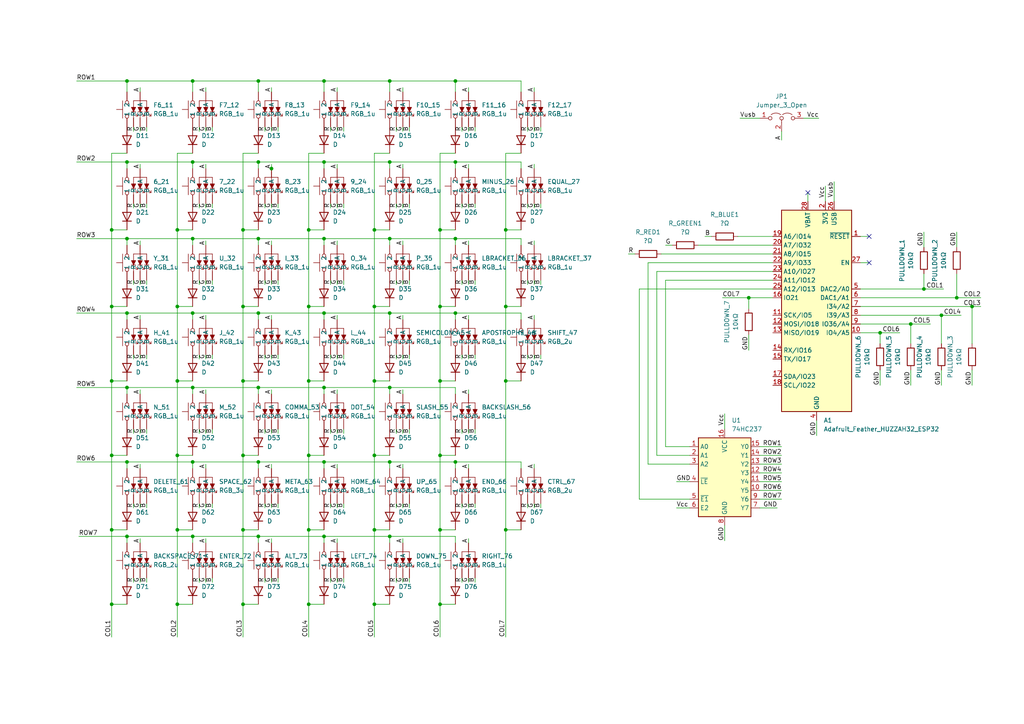
<source format=kicad_sch>
(kicad_sch (version 20211123) (generator eeschema)

  (uuid 087d2b64-6bf5-4e6e-bdd3-06c2e0b565dd)

  (paper "A4")

  (title_block
    (title "Full Keyboard")
    (date "2023-02-11")
    (rev "v1.0")
  )

  

  (junction (at 36.83 69.215) (diameter 0) (color 0 0 0 0)
    (uuid 02cf8503-b025-487a-8284-45bd8a09bb34)
  )
  (junction (at 55.88 133.985) (diameter 0) (color 0 0 0 0)
    (uuid 03a4216b-f87c-462a-a648-4c651f97b086)
  )
  (junction (at 146.685 66.675) (diameter 0) (color 0 0 0 0)
    (uuid 03f5d69b-744b-4d19-aa0a-00481b695a4c)
  )
  (junction (at 32.385 66.675) (diameter 0) (color 0 0 0 0)
    (uuid 055a23ba-ee25-46dc-98e0-5f6b835a0d1f)
  )
  (junction (at 89.535 175.26) (diameter 0) (color 0 0 0 0)
    (uuid 0a8a8cef-365d-4cae-bbb5-bf2bdc3ef2d2)
  )
  (junction (at 108.585 88.9) (diameter 0) (color 0 0 0 0)
    (uuid 0e7fb24f-9ef9-4e57-9cc9-2aad44e4b84a)
  )
  (junction (at 51.435 110.49) (diameter 0) (color 0 0 0 0)
    (uuid 0f0f0847-89d7-4c20-b850-5c07107fc53f)
  )
  (junction (at 132.08 133.985) (diameter 0) (color 0 0 0 0)
    (uuid 14c1d81f-be38-4e9d-8b96-60d341f958aa)
  )
  (junction (at 32.385 175.26) (diameter 0) (color 0 0 0 0)
    (uuid 17bc0018-5cd7-4300-b3d7-35650d5b6fa7)
  )
  (junction (at 55.88 155.575) (diameter 0) (color 0 0 0 0)
    (uuid 19baa0ad-ce58-4222-84cf-2d72c9eb5c11)
  )
  (junction (at 108.585 110.49) (diameter 0) (color 0 0 0 0)
    (uuid 21fa9cb5-e1bf-40d0-8dc8-1607fe9620ac)
  )
  (junction (at 74.93 69.215) (diameter 0) (color 0 0 0 0)
    (uuid 256e3e8d-8934-49ba-909a-c5518eed96dc)
  )
  (junction (at 255.27 96.52) (diameter 0) (color 0 0 0 0)
    (uuid 264f948a-fe00-4707-ba1b-507768dce907)
  )
  (junction (at 89.535 153.67) (diameter 0) (color 0 0 0 0)
    (uuid 26dda524-6d9c-43f3-a881-42ffec195b9c)
  )
  (junction (at 127.635 175.26) (diameter 0) (color 0 0 0 0)
    (uuid 2a0b51f1-3189-4b76-b140-5cd27de63cc4)
  )
  (junction (at 127.635 88.9) (diameter 0) (color 0 0 0 0)
    (uuid 32ce5f70-3ec4-48ca-8820-7a7d82c58f00)
  )
  (junction (at 74.93 155.575) (diameter 0) (color 0 0 0 0)
    (uuid 389f0f89-b95f-42b4-ba80-bd9f4c8e6b78)
  )
  (junction (at 93.98 46.99) (diameter 0) (color 0 0 0 0)
    (uuid 3973d531-19e0-41f0-a50f-82d8c05724cf)
  )
  (junction (at 78.74 48.895) (diameter 0) (color 0 0 0 0)
    (uuid 3e05dc81-b0e3-4421-9c52-e601f1bfab6d)
  )
  (junction (at 264.16 93.98) (diameter 0) (color 0 0 0 0)
    (uuid 400f9260-013c-4afe-b486-c63cee595eac)
  )
  (junction (at 127.635 132.08) (diameter 0) (color 0 0 0 0)
    (uuid 40c487c2-6b18-447e-89c8-2b8d3f529905)
  )
  (junction (at 93.98 155.575) (diameter 0) (color 0 0 0 0)
    (uuid 40e83f5a-4e97-4c45-926e-9f4b03bac5eb)
  )
  (junction (at 51.435 66.675) (diameter 0) (color 0 0 0 0)
    (uuid 437841ef-4ad6-496a-b31c-78d65bec70c1)
  )
  (junction (at 55.88 112.395) (diameter 0) (color 0 0 0 0)
    (uuid 482ab3f8-b589-4e92-b9dc-812d123a68d6)
  )
  (junction (at 51.435 175.26) (diameter 0) (color 0 0 0 0)
    (uuid 48522d02-3df8-469c-a730-b358e0a76644)
  )
  (junction (at 89.535 66.675) (diameter 0) (color 0 0 0 0)
    (uuid 4babdac7-0f4a-4b84-bd6e-1ce5d138e211)
  )
  (junction (at 93.98 69.215) (diameter 0) (color 0 0 0 0)
    (uuid 4da707dd-2d10-48f9-a715-afabf7e7d257)
  )
  (junction (at 51.435 88.9) (diameter 0) (color 0 0 0 0)
    (uuid 4dad1fb7-8385-48bd-a009-8d2d23800023)
  )
  (junction (at 127.635 66.675) (diameter 0) (color 0 0 0 0)
    (uuid 50a2da21-fa43-4178-bfb6-fb88903439ab)
  )
  (junction (at 281.94 88.9) (diameter 0) (color 0 0 0 0)
    (uuid 50bd700c-633b-4d34-af47-ed2e466d3ffa)
  )
  (junction (at 267.97 83.82) (diameter 0) (color 0 0 0 0)
    (uuid 552bedfe-935a-463a-896c-fef2fe925140)
  )
  (junction (at 51.435 153.67) (diameter 0) (color 0 0 0 0)
    (uuid 58be0d8e-6a82-4aff-b141-7464fade496f)
  )
  (junction (at 108.585 175.26) (diameter 0) (color 0 0 0 0)
    (uuid 5c564c5c-1b5a-46dd-b5d0-4e7ba5fafab8)
  )
  (junction (at 132.08 90.805) (diameter 0) (color 0 0 0 0)
    (uuid 5d1f65bd-9cb4-4544-81b3-e1bc1f80cfbc)
  )
  (junction (at 55.88 90.805) (diameter 0) (color 0 0 0 0)
    (uuid 62eb914e-329b-43c2-a32f-a17f5fcc3e10)
  )
  (junction (at 74.93 46.99) (diameter 0) (color 0 0 0 0)
    (uuid 63d11de1-2cc2-4a45-84ec-dd36c2eca979)
  )
  (junction (at 74.93 23.495) (diameter 0) (color 0 0 0 0)
    (uuid 64a85265-93c5-4c92-aee9-2cb76056daea)
  )
  (junction (at 113.03 90.805) (diameter 0) (color 0 0 0 0)
    (uuid 65e0063f-c448-404c-80fd-49954836cb9a)
  )
  (junction (at 55.88 46.99) (diameter 0) (color 0 0 0 0)
    (uuid 697833d1-a08e-402e-8986-5f039406d5a7)
  )
  (junction (at 36.83 155.575) (diameter 0) (color 0 0 0 0)
    (uuid 698e12b0-3dea-4151-b9e5-c9d023382983)
  )
  (junction (at 55.88 69.215) (diameter 0) (color 0 0 0 0)
    (uuid 6c43cc12-d1b2-45a3-b972-f41a74acad87)
  )
  (junction (at 127.635 110.49) (diameter 0) (color 0 0 0 0)
    (uuid 6ce4e1c7-8b74-472d-be11-3ef4cce78e55)
  )
  (junction (at 132.08 69.215) (diameter 0) (color 0 0 0 0)
    (uuid 6e49a340-e9e0-4c0b-8f37-d987e6792b91)
  )
  (junction (at 32.385 153.67) (diameter 0) (color 0 0 0 0)
    (uuid 6ec0b1ab-8067-428c-9340-6e1ebe6491c8)
  )
  (junction (at 132.08 46.99) (diameter 0) (color 0 0 0 0)
    (uuid 6fc40ac1-0671-41a0-8da3-1f2d5494d55c)
  )
  (junction (at 36.83 90.805) (diameter 0) (color 0 0 0 0)
    (uuid 704a0591-e011-405d-992a-042142e9348a)
  )
  (junction (at 108.585 153.67) (diameter 0) (color 0 0 0 0)
    (uuid 7cc290b9-4357-47a8-b125-26703fda9fe9)
  )
  (junction (at 146.685 153.67) (diameter 0) (color 0 0 0 0)
    (uuid 7cf68072-0610-4842-9946-c6842840ff42)
  )
  (junction (at 146.685 88.9) (diameter 0) (color 0 0 0 0)
    (uuid 80a6b029-1e4f-422b-80d1-912181180d6b)
  )
  (junction (at 36.83 46.99) (diameter 0) (color 0 0 0 0)
    (uuid 86b4f040-9390-49a1-8873-e2f5ba24d803)
  )
  (junction (at 74.93 90.805) (diameter 0) (color 0 0 0 0)
    (uuid 8b8c78f5-e8da-495e-9214-16636e3b4a9e)
  )
  (junction (at 113.03 112.395) (diameter 0) (color 0 0 0 0)
    (uuid 8bd6bb91-b594-4929-a552-bd1bf57e7317)
  )
  (junction (at 32.385 88.9) (diameter 0) (color 0 0 0 0)
    (uuid 8edb7bea-2d78-449b-bf3c-ede2d89ebfa4)
  )
  (junction (at 108.585 132.08) (diameter 0) (color 0 0 0 0)
    (uuid 92c5c1dd-1fc9-4e71-a5f3-4ca3988b671f)
  )
  (junction (at 93.98 112.395) (diameter 0) (color 0 0 0 0)
    (uuid 9300deaf-d957-4311-9378-197e650dfff1)
  )
  (junction (at 36.83 112.395) (diameter 0) (color 0 0 0 0)
    (uuid 96a7a488-ea54-4469-b476-5afa7b7519e8)
  )
  (junction (at 70.485 110.49) (diameter 0) (color 0 0 0 0)
    (uuid 985e348e-a1b7-4d2e-8831-c0d5d00bf63c)
  )
  (junction (at 74.93 133.985) (diameter 0) (color 0 0 0 0)
    (uuid 9b690670-e30e-4f17-92c5-f63631501526)
  )
  (junction (at 113.03 23.495) (diameter 0) (color 0 0 0 0)
    (uuid 9f87abc0-aaa4-4949-8593-104997dd8692)
  )
  (junction (at 113.03 69.215) (diameter 0) (color 0 0 0 0)
    (uuid a240705f-9d23-4bc9-8228-0f2e93ef5564)
  )
  (junction (at 70.485 88.9) (diameter 0) (color 0 0 0 0)
    (uuid a424d518-e1a1-441f-9e38-601bc205177b)
  )
  (junction (at 93.98 23.495) (diameter 0) (color 0 0 0 0)
    (uuid a6146047-dc2c-4e68-8de3-d15b20956c8b)
  )
  (junction (at 36.83 23.495) (diameter 0) (color 0 0 0 0)
    (uuid a64947f1-431d-4e16-990b-28913bc69bfd)
  )
  (junction (at 89.535 110.49) (diameter 0) (color 0 0 0 0)
    (uuid a77dd2a4-c7f2-4396-8eeb-d99adb5b6053)
  )
  (junction (at 74.93 112.395) (diameter 0) (color 0 0 0 0)
    (uuid a995f23c-7530-4936-9405-ecd54254c80a)
  )
  (junction (at 113.03 46.99) (diameter 0) (color 0 0 0 0)
    (uuid a9a6942f-152e-43c7-9dd4-7999610c55d9)
  )
  (junction (at 93.98 90.805) (diameter 0) (color 0 0 0 0)
    (uuid ac5ab026-edf7-4921-a58f-f2e61176bb65)
  )
  (junction (at 277.495 86.36) (diameter 0) (color 0 0 0 0)
    (uuid aedb0253-3684-4d72-9d13-8d1fa618337d)
  )
  (junction (at 113.03 133.985) (diameter 0) (color 0 0 0 0)
    (uuid b1bf5453-5e50-48c0-9214-a436aa3d3065)
  )
  (junction (at 146.685 110.49) (diameter 0) (color 0 0 0 0)
    (uuid b87c4b86-74a4-43c9-a482-9314d56c6d9c)
  )
  (junction (at 51.435 132.08) (diameter 0) (color 0 0 0 0)
    (uuid c0969fa2-8d0f-4594-aaf6-0fb2f15879af)
  )
  (junction (at 127.635 153.67) (diameter 0) (color 0 0 0 0)
    (uuid c0c0a3a9-167c-447f-8bfe-e872c3342bd9)
  )
  (junction (at 89.535 132.08) (diameter 0) (color 0 0 0 0)
    (uuid c7c52ed2-76d9-48cf-9465-8a4b404ab8f8)
  )
  (junction (at 89.535 88.9) (diameter 0) (color 0 0 0 0)
    (uuid cbb81932-235f-4ef5-99e8-55428d89e546)
  )
  (junction (at 70.485 153.67) (diameter 0) (color 0 0 0 0)
    (uuid ce3b73e3-9f6b-47dc-9f21-98e766fe760d)
  )
  (junction (at 70.485 175.26) (diameter 0) (color 0 0 0 0)
    (uuid cee83786-3a02-43be-8c5f-3337ecffddc8)
  )
  (junction (at 70.485 132.08) (diameter 0) (color 0 0 0 0)
    (uuid d0da38f3-c346-4b2b-9903-cc4e3e267bbf)
  )
  (junction (at 132.08 23.495) (diameter 0) (color 0 0 0 0)
    (uuid d44af11f-0987-4637-8cc5-33dc41510053)
  )
  (junction (at 32.385 110.49) (diameter 0) (color 0 0 0 0)
    (uuid d4e7cd70-c364-4a00-8d72-86bcac5635e0)
  )
  (junction (at 32.385 132.08) (diameter 0) (color 0 0 0 0)
    (uuid d4f7589b-3ee0-43ee-bfd9-07ab9b8cafe4)
  )
  (junction (at 273.05 91.44) (diameter 0) (color 0 0 0 0)
    (uuid db9df614-d1ce-4139-aa8d-bb50ade6760f)
  )
  (junction (at 36.83 133.985) (diameter 0) (color 0 0 0 0)
    (uuid e3d1e789-68f0-4100-a712-8638ccd9f507)
  )
  (junction (at 55.88 23.495) (diameter 0) (color 0 0 0 0)
    (uuid e9e1f589-0b02-4dc7-bc78-7149d3216c3a)
  )
  (junction (at 70.485 66.675) (diameter 0) (color 0 0 0 0)
    (uuid eb76c1c2-597b-41a8-a376-94cc9155e2e4)
  )
  (junction (at 217.17 86.36) (diameter 0) (color 0 0 0 0)
    (uuid eda9e65b-ee98-4548-b986-685de392279d)
  )
  (junction (at 113.03 155.575) (diameter 0) (color 0 0 0 0)
    (uuid eff35bd2-7412-4356-a0b1-d6ef9ef54386)
  )
  (junction (at 93.98 133.985) (diameter 0) (color 0 0 0 0)
    (uuid f0492a19-f923-49a7-8fb5-814f89295287)
  )
  (junction (at 108.585 66.675) (diameter 0) (color 0 0 0 0)
    (uuid f04d67d2-355d-42b0-8369-267b2bbdd198)
  )

  (no_connect (at 252.095 76.2) (uuid 104ac2ff-772f-44d6-9d4e-5c6c63012f3f))
  (no_connect (at 234.315 55.88) (uuid 52ed8f75-098e-4774-97ba-73d46c964a24))
  (no_connect (at 252.095 68.58) (uuid c0bb3724-d8d6-4f4f-aa59-69ca1a160335))

  (wire (pts (xy 118.745 125.73) (xy 118.745 124.46))
    (stroke (width 0) (type default) (color 0 0 0 0))
    (uuid 0014522a-daed-4c28-b10c-c99928c8044e)
  )
  (wire (pts (xy 59.69 147.32) (xy 59.69 146.05))
    (stroke (width 0) (type default) (color 0 0 0 0))
    (uuid 009c4415-890f-40ff-86c9-eea7c2793d31)
  )
  (wire (pts (xy 74.93 155.575) (xy 93.98 155.575))
    (stroke (width 0) (type default) (color 0 0 0 0))
    (uuid 0137c531-05df-490e-856d-fb13d1f490ad)
  )
  (wire (pts (xy 151.13 44.45) (xy 146.685 44.45))
    (stroke (width 0) (type default) (color 0 0 0 0))
    (uuid 0199fd1a-1513-4500-b020-bb6829bcb722)
  )
  (wire (pts (xy 151.13 135.89) (xy 151.13 133.985))
    (stroke (width 0) (type default) (color 0 0 0 0))
    (uuid 026bd4a8-85ca-4c42-887e-78e4ac4fd856)
  )
  (wire (pts (xy 97.79 38.1) (xy 97.79 36.83))
    (stroke (width 0) (type default) (color 0 0 0 0))
    (uuid 02ee84ed-26ae-42dd-9173-7ceb7499be5f)
  )
  (wire (pts (xy 38.735 168.91) (xy 38.735 167.64))
    (stroke (width 0) (type default) (color 0 0 0 0))
    (uuid 034594ae-8cbf-4285-847f-6ea66485308a)
  )
  (wire (pts (xy 135.89 47.625) (xy 135.89 48.895))
    (stroke (width 0) (type default) (color 0 0 0 0))
    (uuid 04c4aa5c-be24-4242-8ba4-2000e7d613c2)
  )
  (wire (pts (xy 57.785 125.73) (xy 57.785 124.46))
    (stroke (width 0) (type default) (color 0 0 0 0))
    (uuid 059098d6-b837-41f0-b988-601119522765)
  )
  (wire (pts (xy 185.42 144.78) (xy 185.42 83.82))
    (stroke (width 0) (type default) (color 0 0 0 0))
    (uuid 05c51a37-7b00-4121-a252-e34d24d25f9e)
  )
  (wire (pts (xy 113.03 46.99) (xy 132.08 46.99))
    (stroke (width 0) (type default) (color 0 0 0 0))
    (uuid 05d0a534-c0fb-4085-88f3-f072d7a58d22)
  )
  (wire (pts (xy 36.83 157.48) (xy 36.83 155.575))
    (stroke (width 0) (type default) (color 0 0 0 0))
    (uuid 05ee0c14-3d3a-4b53-aa2d-05bb5cb38508)
  )
  (wire (pts (xy 76.835 82.55) (xy 76.835 81.28))
    (stroke (width 0) (type default) (color 0 0 0 0))
    (uuid 066af8a8-6032-459b-83c4-ad34d0dd9307)
  )
  (wire (pts (xy 59.69 82.55) (xy 59.69 81.28))
    (stroke (width 0) (type default) (color 0 0 0 0))
    (uuid 06cd5b7a-768f-49a7-8ba9-642a914e075f)
  )
  (wire (pts (xy 97.79 60.325) (xy 97.79 59.055))
    (stroke (width 0) (type default) (color 0 0 0 0))
    (uuid 06d2e298-98a6-4dfa-bb70-c6dbeada51e7)
  )
  (wire (pts (xy 40.64 104.14) (xy 40.64 102.87))
    (stroke (width 0) (type default) (color 0 0 0 0))
    (uuid 07129a06-7c2c-467f-8cb5-a28a96adeae4)
  )
  (wire (pts (xy 74.93 133.985) (xy 74.93 135.89))
    (stroke (width 0) (type default) (color 0 0 0 0))
    (uuid 071c4f44-de18-4142-8e89-4a9bac759c88)
  )
  (wire (pts (xy 190.5 132.08) (xy 200.025 132.08))
    (stroke (width 0) (type default) (color 0 0 0 0))
    (uuid 076cf59f-3c4d-44d9-a6de-639ee66c08b9)
  )
  (wire (pts (xy 36.83 23.495) (xy 22.225 23.495))
    (stroke (width 0) (type default) (color 0 0 0 0))
    (uuid 078f9859-7bd6-438b-a207-05af0819a0d5)
  )
  (wire (pts (xy 55.88 90.805) (xy 55.88 92.71))
    (stroke (width 0) (type default) (color 0 0 0 0))
    (uuid 093b7646-a39b-407c-a2c9-e49e6d779fdf)
  )
  (wire (pts (xy 113.03 112.395) (xy 113.03 114.3))
    (stroke (width 0) (type default) (color 0 0 0 0))
    (uuid 09db9c09-500e-46e0-ac6c-60b1ac5e48f7)
  )
  (wire (pts (xy 74.93 46.99) (xy 93.98 46.99))
    (stroke (width 0) (type default) (color 0 0 0 0))
    (uuid 0a8f707d-9eb0-4307-859a-5fb6caf9d859)
  )
  (wire (pts (xy 153.035 104.14) (xy 153.035 102.87))
    (stroke (width 0) (type default) (color 0 0 0 0))
    (uuid 0a948cd9-2aab-46d5-bb2e-3467160060d4)
  )
  (wire (pts (xy 154.94 38.1) (xy 154.94 36.83))
    (stroke (width 0) (type default) (color 0 0 0 0))
    (uuid 0ad2045a-55e7-4a97-ae1a-93baddcabd7f)
  )
  (wire (pts (xy 277.495 79.375) (xy 277.495 86.36))
    (stroke (width 0) (type default) (color 0 0 0 0))
    (uuid 0b4262c2-85f2-4e30-86db-057e34d455cf)
  )
  (wire (pts (xy 36.83 46.99) (xy 55.88 46.99))
    (stroke (width 0) (type default) (color 0 0 0 0))
    (uuid 0b906262-4322-4069-936e-d5c50ed8e9bb)
  )
  (wire (pts (xy 214.63 34.29) (xy 220.345 34.29))
    (stroke (width 0) (type default) (color 0 0 0 0))
    (uuid 0bdf9928-4d8b-426a-aeac-52a2df38cbe2)
  )
  (wire (pts (xy 154.94 104.14) (xy 154.94 102.87))
    (stroke (width 0) (type default) (color 0 0 0 0))
    (uuid 0c7c7cff-5c2f-4d5b-9654-45ecbac233e3)
  )
  (wire (pts (xy 193.04 81.28) (xy 224.155 81.28))
    (stroke (width 0) (type default) (color 0 0 0 0))
    (uuid 0caede33-3364-47c3-a179-b3b659538b10)
  )
  (wire (pts (xy 127.635 132.08) (xy 127.635 153.67))
    (stroke (width 0) (type default) (color 0 0 0 0))
    (uuid 0d03edb6-f07b-4c6d-b4a8-08f981230553)
  )
  (wire (pts (xy 113.03 90.805) (xy 113.03 92.71))
    (stroke (width 0) (type default) (color 0 0 0 0))
    (uuid 0d05793b-6d5d-4ddc-bd71-d1fce6140eef)
  )
  (wire (pts (xy 135.89 156.21) (xy 135.89 157.48))
    (stroke (width 0) (type default) (color 0 0 0 0))
    (uuid 0e7153d0-00e6-4dc2-a5ad-043ed538f8ec)
  )
  (wire (pts (xy 59.69 47.625) (xy 59.69 48.895))
    (stroke (width 0) (type default) (color 0 0 0 0))
    (uuid 0e8327ec-bf37-42b8-9ed1-356418a71b2b)
  )
  (wire (pts (xy 89.535 88.9) (xy 89.535 110.49))
    (stroke (width 0) (type default) (color 0 0 0 0))
    (uuid 0ed1a317-2272-4d02-8c6d-a035cbe97dd0)
  )
  (wire (pts (xy 135.89 38.1) (xy 135.89 36.83))
    (stroke (width 0) (type default) (color 0 0 0 0))
    (uuid 0f622eea-8e37-44ab-9d25-8db4caf561b3)
  )
  (wire (pts (xy 95.885 60.325) (xy 95.885 59.055))
    (stroke (width 0) (type default) (color 0 0 0 0))
    (uuid 0fc6c99c-f683-4fa9-adef-f192389141b7)
  )
  (wire (pts (xy 220.345 139.7) (xy 226.695 139.7))
    (stroke (width 0) (type default) (color 0 0 0 0))
    (uuid 0fdd0f15-1179-4152-9571-b699bcf868eb)
  )
  (wire (pts (xy 156.845 38.1) (xy 156.845 36.83))
    (stroke (width 0) (type default) (color 0 0 0 0))
    (uuid 1117a62f-1bcd-4044-b380-b82f2baa8c10)
  )
  (wire (pts (xy 97.79 69.85) (xy 97.79 71.12))
    (stroke (width 0) (type default) (color 0 0 0 0))
    (uuid 116948ed-1fc7-4167-9f85-e8eae1645ded)
  )
  (wire (pts (xy 267.97 83.82) (xy 273.685 83.82))
    (stroke (width 0) (type default) (color 0 0 0 0))
    (uuid 1187eeaa-ec12-4fff-8a75-41e805000046)
  )
  (wire (pts (xy 76.835 168.91) (xy 76.835 167.64))
    (stroke (width 0) (type default) (color 0 0 0 0))
    (uuid 142281cc-c4ff-44d6-bb00-cc595cda79c5)
  )
  (wire (pts (xy 78.74 168.91) (xy 78.74 167.64))
    (stroke (width 0) (type default) (color 0 0 0 0))
    (uuid 14d42caa-ac09-403d-a761-03d5aad1e9de)
  )
  (wire (pts (xy 89.535 66.675) (xy 93.98 66.675))
    (stroke (width 0) (type default) (color 0 0 0 0))
    (uuid 15191557-cdd3-467d-8592-b84a9bd58fed)
  )
  (wire (pts (xy 74.93 88.9) (xy 70.485 88.9))
    (stroke (width 0) (type default) (color 0 0 0 0))
    (uuid 1597d6e2-2e55-410d-a8a8-a74af62b56c1)
  )
  (wire (pts (xy 137.795 147.32) (xy 137.795 146.05))
    (stroke (width 0) (type default) (color 0 0 0 0))
    (uuid 165012af-d4b1-4f5b-8dce-3f3c08f23ba0)
  )
  (wire (pts (xy 113.03 112.395) (xy 132.08 112.395))
    (stroke (width 0) (type default) (color 0 0 0 0))
    (uuid 166f7f8d-f54e-4ec1-8370-c0c8af2b5f4e)
  )
  (wire (pts (xy 76.835 104.14) (xy 76.835 102.87))
    (stroke (width 0) (type default) (color 0 0 0 0))
    (uuid 16e587f3-8376-49d3-8fdc-f84627ca457e)
  )
  (wire (pts (xy 108.585 132.08) (xy 113.03 132.08))
    (stroke (width 0) (type default) (color 0 0 0 0))
    (uuid 18d0dacd-fc24-454a-a149-5b4e866fb7d2)
  )
  (wire (pts (xy 220.345 137.16) (xy 226.695 137.16))
    (stroke (width 0) (type default) (color 0 0 0 0))
    (uuid 192157ce-43f4-47c5-a33e-0ef89802500b)
  )
  (wire (pts (xy 113.03 44.45) (xy 108.585 44.45))
    (stroke (width 0) (type default) (color 0 0 0 0))
    (uuid 1925662d-b828-475d-a886-1dfc6e8f6c85)
  )
  (wire (pts (xy 135.89 168.91) (xy 135.89 167.64))
    (stroke (width 0) (type default) (color 0 0 0 0))
    (uuid 19601c2f-04c7-4dc1-8d33-c3c62841f89c)
  )
  (wire (pts (xy 89.535 175.26) (xy 89.535 184.785))
    (stroke (width 0) (type default) (color 0 0 0 0))
    (uuid 19cf13e0-0a64-4532-ba0c-93a387fd93a5)
  )
  (wire (pts (xy 116.84 25.4) (xy 116.84 26.67))
    (stroke (width 0) (type default) (color 0 0 0 0))
    (uuid 1a2c234b-9c59-4fc4-b195-1bf69c5892e2)
  )
  (wire (pts (xy 36.83 112.395) (xy 36.83 114.3))
    (stroke (width 0) (type default) (color 0 0 0 0))
    (uuid 1b2e9611-6247-4e61-9239-c8b17288173c)
  )
  (wire (pts (xy 264.16 93.98) (xy 269.875 93.98))
    (stroke (width 0) (type default) (color 0 0 0 0))
    (uuid 1b62c347-69a0-4396-8d60-7ca620611ffa)
  )
  (wire (pts (xy 191.77 73.66) (xy 224.155 73.66))
    (stroke (width 0) (type default) (color 0 0 0 0))
    (uuid 1b7ce19d-5fe6-4ae2-94c3-063033cbcb23)
  )
  (wire (pts (xy 89.535 66.675) (xy 89.535 88.9))
    (stroke (width 0) (type default) (color 0 0 0 0))
    (uuid 1c41ed7b-b260-4cb2-9c09-88b9cbd8d109)
  )
  (wire (pts (xy 132.08 69.215) (xy 151.13 69.215))
    (stroke (width 0) (type default) (color 0 0 0 0))
    (uuid 1c7fd761-ded4-4ced-8680-f532688f48ad)
  )
  (wire (pts (xy 264.16 93.98) (xy 264.16 99.695))
    (stroke (width 0) (type default) (color 0 0 0 0))
    (uuid 1cc45b25-40bf-4a7a-bbd6-58e495a0c401)
  )
  (wire (pts (xy 185.42 83.82) (xy 224.155 83.82))
    (stroke (width 0) (type default) (color 0 0 0 0))
    (uuid 1dc1136d-9217-450f-b20c-b0a229b6d065)
  )
  (wire (pts (xy 99.695 125.73) (xy 99.695 124.46))
    (stroke (width 0) (type default) (color 0 0 0 0))
    (uuid 1e31ebad-44d6-4289-8fa0-ad86ebc039b9)
  )
  (wire (pts (xy 135.89 25.4) (xy 135.89 26.67))
    (stroke (width 0) (type default) (color 0 0 0 0))
    (uuid 1e824069-7c3f-48c1-a222-ab00d787b8c2)
  )
  (wire (pts (xy 132.08 90.805) (xy 151.13 90.805))
    (stroke (width 0) (type default) (color 0 0 0 0))
    (uuid 1e8ad31c-f8d7-4aa5-a183-2b978ec09284)
  )
  (wire (pts (xy 32.385 110.49) (xy 32.385 132.08))
    (stroke (width 0) (type default) (color 0 0 0 0))
    (uuid 1ee50230-8fab-45c8-a86e-bafef9c0b796)
  )
  (wire (pts (xy 93.98 112.395) (xy 113.03 112.395))
    (stroke (width 0) (type default) (color 0 0 0 0))
    (uuid 1f16a72c-33ac-4afa-aa39-843a0fc08654)
  )
  (wire (pts (xy 59.69 125.73) (xy 59.69 124.46))
    (stroke (width 0) (type default) (color 0 0 0 0))
    (uuid 20263e90-57a2-4925-8b03-7ce6f653438c)
  )
  (wire (pts (xy 97.79 25.4) (xy 97.79 26.67))
    (stroke (width 0) (type default) (color 0 0 0 0))
    (uuid 203aab7e-4c75-4147-99ee-d4bdcff87baa)
  )
  (wire (pts (xy 97.79 47.625) (xy 97.79 48.895))
    (stroke (width 0) (type default) (color 0 0 0 0))
    (uuid 2065d94a-1a06-4096-923c-0637efc83a17)
  )
  (wire (pts (xy 114.935 125.73) (xy 114.935 124.46))
    (stroke (width 0) (type default) (color 0 0 0 0))
    (uuid 215bd6d9-d313-411f-b63f-7d0321a48ae7)
  )
  (wire (pts (xy 42.545 60.325) (xy 42.545 59.055))
    (stroke (width 0) (type default) (color 0 0 0 0))
    (uuid 21f35829-0f96-44c5-8872-8192157d2c99)
  )
  (wire (pts (xy 182.245 73.66) (xy 184.15 73.66))
    (stroke (width 0) (type default) (color 0 0 0 0))
    (uuid 2217eaf2-da48-4b2b-9ed1-0da13e5ffc93)
  )
  (wire (pts (xy 80.645 125.73) (xy 80.645 124.46))
    (stroke (width 0) (type default) (color 0 0 0 0))
    (uuid 224408bd-ced4-43ca-84ff-aa5fcf5a301b)
  )
  (wire (pts (xy 93.98 69.215) (xy 93.98 71.12))
    (stroke (width 0) (type default) (color 0 0 0 0))
    (uuid 22ea7abc-6cf9-4d03-86ad-d10dfb0c591c)
  )
  (wire (pts (xy 133.985 147.32) (xy 133.985 146.05))
    (stroke (width 0) (type default) (color 0 0 0 0))
    (uuid 22eecd42-cc30-49af-a304-13bd125f719c)
  )
  (wire (pts (xy 99.695 104.14) (xy 99.695 102.87))
    (stroke (width 0) (type default) (color 0 0 0 0))
    (uuid 237bf8fb-c8e8-4e91-89dc-2aabfae1c6b4)
  )
  (wire (pts (xy 97.79 134.62) (xy 97.79 135.89))
    (stroke (width 0) (type default) (color 0 0 0 0))
    (uuid 23c3c6f6-240b-4a91-968c-4a961a0c0a6c)
  )
  (wire (pts (xy 99.695 168.91) (xy 99.695 167.64))
    (stroke (width 0) (type default) (color 0 0 0 0))
    (uuid 24aafd12-6688-470d-aed3-0044172f34bc)
  )
  (wire (pts (xy 113.03 133.985) (xy 132.08 133.985))
    (stroke (width 0) (type default) (color 0 0 0 0))
    (uuid 25129b4a-6bff-49be-8afd-f81e0c5275ae)
  )
  (wire (pts (xy 132.08 114.3) (xy 132.08 112.395))
    (stroke (width 0) (type default) (color 0 0 0 0))
    (uuid 25396af4-6706-4bbd-8a3e-a5b671dbd68d)
  )
  (wire (pts (xy 76.835 38.1) (xy 76.835 36.83))
    (stroke (width 0) (type default) (color 0 0 0 0))
    (uuid 26a91d2b-5fb6-4526-9592-80f4fd22adb9)
  )
  (wire (pts (xy 154.94 69.85) (xy 154.94 71.12))
    (stroke (width 0) (type default) (color 0 0 0 0))
    (uuid 275cea3a-2ce4-410f-871a-6c1724c33f52)
  )
  (wire (pts (xy 74.93 133.985) (xy 93.98 133.985))
    (stroke (width 0) (type default) (color 0 0 0 0))
    (uuid 2877406d-a4df-41c0-b6db-7586dc381106)
  )
  (wire (pts (xy 59.69 25.4) (xy 59.69 26.67))
    (stroke (width 0) (type default) (color 0 0 0 0))
    (uuid 298f89fd-3d49-4bb2-aa10-93ee124aa826)
  )
  (wire (pts (xy 108.585 66.675) (xy 108.585 88.9))
    (stroke (width 0) (type default) (color 0 0 0 0))
    (uuid 299ee1c5-cd5b-475b-9534-0aefec1e5443)
  )
  (wire (pts (xy 202.565 71.12) (xy 224.155 71.12))
    (stroke (width 0) (type default) (color 0 0 0 0))
    (uuid 29ca32f3-2153-4633-90ac-1f1a5175b067)
  )
  (wire (pts (xy 108.585 110.49) (xy 108.585 132.08))
    (stroke (width 0) (type default) (color 0 0 0 0))
    (uuid 2a3ece07-ca08-485a-978e-21d96867a70a)
  )
  (wire (pts (xy 146.685 88.9) (xy 146.685 110.49))
    (stroke (width 0) (type default) (color 0 0 0 0))
    (uuid 2a667598-8dc3-415c-966e-3f7440d846ef)
  )
  (wire (pts (xy 118.745 104.14) (xy 118.745 102.87))
    (stroke (width 0) (type default) (color 0 0 0 0))
    (uuid 2b7cab89-da15-488b-842c-89e1dbe3f23d)
  )
  (wire (pts (xy 116.84 125.73) (xy 116.84 124.46))
    (stroke (width 0) (type default) (color 0 0 0 0))
    (uuid 2ba69a4e-b98f-45ed-ac53-540d6ba43f70)
  )
  (wire (pts (xy 146.685 153.67) (xy 146.685 184.785))
    (stroke (width 0) (type default) (color 0 0 0 0))
    (uuid 2d01cc52-9199-40e0-a31a-c427e1848967)
  )
  (wire (pts (xy 132.08 69.215) (xy 132.08 71.12))
    (stroke (width 0) (type default) (color 0 0 0 0))
    (uuid 2d4fffd7-c81f-4685-8288-48b759bab1db)
  )
  (wire (pts (xy 59.69 104.14) (xy 59.69 102.87))
    (stroke (width 0) (type default) (color 0 0 0 0))
    (uuid 2d8f1919-139b-48f3-a01a-f5d37c032417)
  )
  (wire (pts (xy 57.785 168.91) (xy 57.785 167.64))
    (stroke (width 0) (type default) (color 0 0 0 0))
    (uuid 2dbb5e17-9329-43a5-a9ed-88826e1b1b42)
  )
  (wire (pts (xy 32.385 66.675) (xy 32.385 88.9))
    (stroke (width 0) (type default) (color 0 0 0 0))
    (uuid 2e2296f6-8f76-4f15-8a34-ec54a9dd2729)
  )
  (wire (pts (xy 40.64 125.73) (xy 40.64 124.46))
    (stroke (width 0) (type default) (color 0 0 0 0))
    (uuid 2f17f0da-b845-48bf-b41e-1a16d18d4254)
  )
  (wire (pts (xy 80.645 104.14) (xy 80.645 102.87))
    (stroke (width 0) (type default) (color 0 0 0 0))
    (uuid 2f73ca9d-cc1a-476a-ad74-a902c012a1c3)
  )
  (wire (pts (xy 132.08 23.495) (xy 132.08 26.67))
    (stroke (width 0) (type default) (color 0 0 0 0))
    (uuid 30cfdd5e-f8a7-4ed1-92b9-3d47dd134386)
  )
  (wire (pts (xy 127.635 66.675) (xy 132.08 66.675))
    (stroke (width 0) (type default) (color 0 0 0 0))
    (uuid 31db1a0a-d15d-49e2-b434-76118898b9f1)
  )
  (wire (pts (xy 113.03 23.495) (xy 132.08 23.495))
    (stroke (width 0) (type default) (color 0 0 0 0))
    (uuid 324e7f48-a70d-48de-b868-20921de61349)
  )
  (wire (pts (xy 137.795 125.73) (xy 137.795 124.46))
    (stroke (width 0) (type default) (color 0 0 0 0))
    (uuid 32d49bab-0c14-454a-b8ef-83f8c68daf28)
  )
  (wire (pts (xy 264.16 111.76) (xy 264.16 107.315))
    (stroke (width 0) (type default) (color 0 0 0 0))
    (uuid 33bb7210-feca-436e-81ea-460f7af48abc)
  )
  (wire (pts (xy 55.88 155.575) (xy 55.88 157.48))
    (stroke (width 0) (type default) (color 0 0 0 0))
    (uuid 3513d22b-bcbc-4739-9ebc-e85dff1ac448)
  )
  (wire (pts (xy 146.685 44.45) (xy 146.685 66.675))
    (stroke (width 0) (type default) (color 0 0 0 0))
    (uuid 35650ed9-ed51-43e6-81dc-19656994bf90)
  )
  (wire (pts (xy 80.645 168.91) (xy 80.645 167.64))
    (stroke (width 0) (type default) (color 0 0 0 0))
    (uuid 36f185a1-0294-4be1-8350-43c99ea13d58)
  )
  (wire (pts (xy 154.94 47.625) (xy 154.94 48.895))
    (stroke (width 0) (type default) (color 0 0 0 0))
    (uuid 3713d9f7-fcd2-47a4-854b-16c1d66f1aa9)
  )
  (wire (pts (xy 78.74 60.325) (xy 78.74 59.055))
    (stroke (width 0) (type default) (color 0 0 0 0))
    (uuid 37a40d3c-c789-4d1f-aa15-b0253913cc5d)
  )
  (wire (pts (xy 38.735 82.55) (xy 38.735 81.28))
    (stroke (width 0) (type default) (color 0 0 0 0))
    (uuid 38bb768e-6ef5-4c91-bc04-58c82bf1f681)
  )
  (wire (pts (xy 267.97 79.375) (xy 267.97 83.82))
    (stroke (width 0) (type default) (color 0 0 0 0))
    (uuid 39144ef8-5a73-4206-822a-d273612c9a05)
  )
  (wire (pts (xy 55.88 133.985) (xy 74.93 133.985))
    (stroke (width 0) (type default) (color 0 0 0 0))
    (uuid 39341de8-fb43-4cdc-bbbb-8c633f37a190)
  )
  (wire (pts (xy 78.74 38.1) (xy 78.74 36.83))
    (stroke (width 0) (type default) (color 0 0 0 0))
    (uuid 39b3290a-4b31-451a-9c1c-ff3b87d3bc10)
  )
  (wire (pts (xy 113.03 69.215) (xy 113.03 71.12))
    (stroke (width 0) (type default) (color 0 0 0 0))
    (uuid 39cf13d2-5141-41bf-8131-b2a5336527aa)
  )
  (wire (pts (xy 237.49 34.29) (xy 233.045 34.29))
    (stroke (width 0) (type default) (color 0 0 0 0))
    (uuid 39d066b0-c862-41ce-aecf-f9a2fc99c2ba)
  )
  (wire (pts (xy 132.08 157.48) (xy 132.08 155.575))
    (stroke (width 0) (type default) (color 0 0 0 0))
    (uuid 3a9ce10a-63de-4e11-a60e-544f2bb426fa)
  )
  (wire (pts (xy 59.69 38.1) (xy 59.69 36.83))
    (stroke (width 0) (type default) (color 0 0 0 0))
    (uuid 3bda3c77-ce58-456b-953d-a09242d7d08b)
  )
  (wire (pts (xy 210.185 152.4) (xy 210.185 156.845))
    (stroke (width 0) (type default) (color 0 0 0 0))
    (uuid 3bf7bef3-dd84-402a-80cd-71bf32e9c55b)
  )
  (wire (pts (xy 78.74 25.4) (xy 78.74 26.67))
    (stroke (width 0) (type default) (color 0 0 0 0))
    (uuid 3c606398-d5b7-4cb9-b361-0b3169809ef9)
  )
  (wire (pts (xy 127.635 44.45) (xy 127.635 66.675))
    (stroke (width 0) (type default) (color 0 0 0 0))
    (uuid 3ccdad72-ec54-4552-8382-45e6b008aa8b)
  )
  (wire (pts (xy 108.585 66.675) (xy 113.03 66.675))
    (stroke (width 0) (type default) (color 0 0 0 0))
    (uuid 3e8f1d9b-9a1c-4c22-8051-7e361d9086be)
  )
  (wire (pts (xy 38.735 60.325) (xy 38.735 59.055))
    (stroke (width 0) (type default) (color 0 0 0 0))
    (uuid 3f5b1ea1-24c9-4763-bea1-14decdea237e)
  )
  (wire (pts (xy 93.98 155.575) (xy 93.98 157.48))
    (stroke (width 0) (type default) (color 0 0 0 0))
    (uuid 3f71cf7e-c8ba-439e-8d77-0e2baa80805a)
  )
  (wire (pts (xy 234.315 55.88) (xy 234.315 58.42))
    (stroke (width 0) (type default) (color 0 0 0 0))
    (uuid 40b5ca69-2bf4-485c-bc58-13a065588f8f)
  )
  (wire (pts (xy 127.635 110.49) (xy 127.635 132.08))
    (stroke (width 0) (type default) (color 0 0 0 0))
    (uuid 417d0214-4f08-4d2c-81f1-011971e367f6)
  )
  (wire (pts (xy 57.785 60.325) (xy 57.785 59.055))
    (stroke (width 0) (type default) (color 0 0 0 0))
    (uuid 41b55956-c6e6-4987-860b-b8e7cad8d6f6)
  )
  (wire (pts (xy 89.535 44.45) (xy 89.535 66.675))
    (stroke (width 0) (type default) (color 0 0 0 0))
    (uuid 41f0f549-25d6-4b8c-af5d-d2f9d0992d2a)
  )
  (wire (pts (xy 51.435 66.675) (xy 55.88 66.675))
    (stroke (width 0) (type default) (color 0 0 0 0))
    (uuid 4264bc4c-93a2-4722-958c-ffbc5fdf3589)
  )
  (wire (pts (xy 154.94 82.55) (xy 154.94 81.28))
    (stroke (width 0) (type default) (color 0 0 0 0))
    (uuid 428e5ca4-0be5-4229-a266-e781e1579cfe)
  )
  (wire (pts (xy 51.435 110.49) (xy 51.435 132.08))
    (stroke (width 0) (type default) (color 0 0 0 0))
    (uuid 4325f2f1-2700-494b-98e1-9c6d333d1836)
  )
  (wire (pts (xy 135.89 125.73) (xy 135.89 124.46))
    (stroke (width 0) (type default) (color 0 0 0 0))
    (uuid 436cdf67-63c9-4e1b-9640-bebf9e0e2123)
  )
  (wire (pts (xy 89.535 132.08) (xy 93.98 132.08))
    (stroke (width 0) (type default) (color 0 0 0 0))
    (uuid 44bba623-9409-45ff-af86-0033adc2d6c4)
  )
  (wire (pts (xy 55.88 90.805) (xy 74.93 90.805))
    (stroke (width 0) (type default) (color 0 0 0 0))
    (uuid 44f90f2f-2230-4c4a-b02f-81c4ecb79e63)
  )
  (wire (pts (xy 133.985 82.55) (xy 133.985 81.28))
    (stroke (width 0) (type default) (color 0 0 0 0))
    (uuid 452fb969-ae6f-4fcb-802a-f47b82fe1e80)
  )
  (wire (pts (xy 32.385 153.67) (xy 32.385 175.26))
    (stroke (width 0) (type default) (color 0 0 0 0))
    (uuid 45531b5a-995c-4713-bc95-39357003b86f)
  )
  (wire (pts (xy 42.545 38.1) (xy 42.545 36.83))
    (stroke (width 0) (type default) (color 0 0 0 0))
    (uuid 4553fe19-9b12-4aa2-8c96-f2aea7d89faf)
  )
  (wire (pts (xy 93.98 133.985) (xy 93.98 135.89))
    (stroke (width 0) (type default) (color 0 0 0 0))
    (uuid 458482c0-d06c-4286-b5fa-15f4fdf60c9d)
  )
  (wire (pts (xy 61.595 38.1) (xy 61.595 36.83))
    (stroke (width 0) (type default) (color 0 0 0 0))
    (uuid 45a90865-3025-4fe3-b51b-5e26315ab7ed)
  )
  (wire (pts (xy 36.83 69.215) (xy 36.83 71.12))
    (stroke (width 0) (type default) (color 0 0 0 0))
    (uuid 4627411e-d315-4cdd-a4bb-eabfaf3e99b4)
  )
  (wire (pts (xy 61.595 104.14) (xy 61.595 102.87))
    (stroke (width 0) (type default) (color 0 0 0 0))
    (uuid 4629c067-93f1-42b1-ab9b-6cf734621d20)
  )
  (wire (pts (xy 93.98 23.495) (xy 113.03 23.495))
    (stroke (width 0) (type default) (color 0 0 0 0))
    (uuid 4725fe54-7d6b-4d6a-9826-e76c1fa34905)
  )
  (wire (pts (xy 127.635 66.675) (xy 127.635 88.9))
    (stroke (width 0) (type default) (color 0 0 0 0))
    (uuid 47710097-9281-4133-9031-e4389f636c52)
  )
  (wire (pts (xy 217.17 86.36) (xy 224.155 86.36))
    (stroke (width 0) (type default) (color 0 0 0 0))
    (uuid 4888365a-8851-45b0-b271-e85e0cc38ba2)
  )
  (wire (pts (xy 80.645 38.1) (xy 80.645 36.83))
    (stroke (width 0) (type default) (color 0 0 0 0))
    (uuid 48a46760-40bb-4a90-8bbf-942ef5c580b0)
  )
  (wire (pts (xy 249.555 86.36) (xy 277.495 86.36))
    (stroke (width 0) (type default) (color 0 0 0 0))
    (uuid 48bf4609-1cbe-4170-a121-e7dbd4089f85)
  )
  (wire (pts (xy 61.595 147.32) (xy 61.595 146.05))
    (stroke (width 0) (type default) (color 0 0 0 0))
    (uuid 495f71d2-98a3-4a5f-ba35-3d06c62864b3)
  )
  (wire (pts (xy 252.095 68.58) (xy 249.555 68.58))
    (stroke (width 0) (type default) (color 0 0 0 0))
    (uuid 49d45c77-fea7-4442-80c5-a3cf80b728a1)
  )
  (wire (pts (xy 277.495 86.36) (xy 284.48 86.36))
    (stroke (width 0) (type default) (color 0 0 0 0))
    (uuid 4a22e907-c429-450f-8210-3b3f69138762)
  )
  (wire (pts (xy 113.03 88.9) (xy 108.585 88.9))
    (stroke (width 0) (type default) (color 0 0 0 0))
    (uuid 4a711af7-a8e4-4cf4-91ff-f33d8fca2af3)
  )
  (wire (pts (xy 154.94 91.44) (xy 154.94 92.71))
    (stroke (width 0) (type default) (color 0 0 0 0))
    (uuid 4adc7986-38ae-409d-96b1-3df53d1ec267)
  )
  (wire (pts (xy 36.83 46.99) (xy 36.83 48.895))
    (stroke (width 0) (type default) (color 0 0 0 0))
    (uuid 4b3c9627-43ce-489a-bc6a-0e8e9e8f3b39)
  )
  (wire (pts (xy 151.13 153.67) (xy 146.685 153.67))
    (stroke (width 0) (type default) (color 0 0 0 0))
    (uuid 4ba9b34e-e882-4098-88a1-fdb09f9b7f02)
  )
  (wire (pts (xy 36.83 155.575) (xy 55.88 155.575))
    (stroke (width 0) (type default) (color 0 0 0 0))
    (uuid 4bbbabc8-b360-4919-b4b8-e03d349086f7)
  )
  (wire (pts (xy 116.84 168.91) (xy 116.84 167.64))
    (stroke (width 0) (type default) (color 0 0 0 0))
    (uuid 4cd2b413-d8e5-4d3c-8eb3-8a12293eb44e)
  )
  (wire (pts (xy 273.05 111.76) (xy 273.05 107.315))
    (stroke (width 0) (type default) (color 0 0 0 0))
    (uuid 4cd376b4-37c5-4f58-b322-44e87e4cc2e1)
  )
  (wire (pts (xy 97.79 91.44) (xy 97.79 92.71))
    (stroke (width 0) (type default) (color 0 0 0 0))
    (uuid 4d1003a9-7d0a-4516-b5d2-77ead40d8c0a)
  )
  (wire (pts (xy 40.64 69.85) (xy 40.64 71.12))
    (stroke (width 0) (type default) (color 0 0 0 0))
    (uuid 4e7d184d-596f-4d4f-b2a4-8b48c1f2ee50)
  )
  (wire (pts (xy 146.685 110.49) (xy 146.685 153.67))
    (stroke (width 0) (type default) (color 0 0 0 0))
    (uuid 50b44cfa-7b51-4eba-882f-febb059cc317)
  )
  (wire (pts (xy 61.595 168.91) (xy 61.595 167.64))
    (stroke (width 0) (type default) (color 0 0 0 0))
    (uuid 5191c300-bfaa-4d47-b41c-03d3aea227b0)
  )
  (wire (pts (xy 32.385 66.675) (xy 36.83 66.675))
    (stroke (width 0) (type default) (color 0 0 0 0))
    (uuid 521dd16e-a652-403e-b9b7-846927a29e5c)
  )
  (wire (pts (xy 93.98 46.99) (xy 93.98 48.895))
    (stroke (width 0) (type default) (color 0 0 0 0))
    (uuid 5261e110-656b-45d4-87d2-f77c9b38c321)
  )
  (wire (pts (xy 187.96 134.62) (xy 200.025 134.62))
    (stroke (width 0) (type default) (color 0 0 0 0))
    (uuid 52c0b60f-bc63-4e67-a903-c84f3bd746f3)
  )
  (wire (pts (xy 89.535 153.67) (xy 89.535 175.26))
    (stroke (width 0) (type default) (color 0 0 0 0))
    (uuid 531b95d9-3095-47ff-989a-4c26aaf18394)
  )
  (wire (pts (xy 187.96 76.2) (xy 187.96 134.62))
    (stroke (width 0) (type default) (color 0 0 0 0))
    (uuid 53270ff2-675d-43a6-9598-548cb759a005)
  )
  (wire (pts (xy 116.84 82.55) (xy 116.84 81.28))
    (stroke (width 0) (type default) (color 0 0 0 0))
    (uuid 532e6dfa-0e2d-4d29-9c3e-e07c6f6eadec)
  )
  (wire (pts (xy 55.88 112.395) (xy 74.93 112.395))
    (stroke (width 0) (type default) (color 0 0 0 0))
    (uuid 53bbe1c0-6f25-4440-a46a-d2dfc5348ff2)
  )
  (wire (pts (xy 51.435 153.67) (xy 51.435 175.26))
    (stroke (width 0) (type default) (color 0 0 0 0))
    (uuid 53f22fec-158a-44bb-9b63-4e91073e2acb)
  )
  (wire (pts (xy 55.88 133.985) (xy 55.88 135.89))
    (stroke (width 0) (type default) (color 0 0 0 0))
    (uuid 54e184b3-788b-4765-bcdd-1db46e022b50)
  )
  (wire (pts (xy 36.83 90.805) (xy 55.88 90.805))
    (stroke (width 0) (type default) (color 0 0 0 0))
    (uuid 55008b18-702f-422a-b4fc-a70af2dd3c36)
  )
  (wire (pts (xy 78.74 82.55) (xy 78.74 81.28))
    (stroke (width 0) (type default) (color 0 0 0 0))
    (uuid 558634d5-d47c-48cf-b231-2f2aeafee779)
  )
  (wire (pts (xy 273.05 91.44) (xy 278.765 91.44))
    (stroke (width 0) (type default) (color 0 0 0 0))
    (uuid 55ba666e-2782-4ca7-9b29-4ea7cf399f27)
  )
  (wire (pts (xy 153.035 147.32) (xy 153.035 146.05))
    (stroke (width 0) (type default) (color 0 0 0 0))
    (uuid 55e042b2-ac98-473d-a458-b82cba0b2cb1)
  )
  (wire (pts (xy 151.13 26.67) (xy 151.13 23.495))
    (stroke (width 0) (type default) (color 0 0 0 0))
    (uuid 568453ea-b5d0-4066-9b64-2237d981e998)
  )
  (wire (pts (xy 255.27 96.52) (xy 255.27 99.695))
    (stroke (width 0) (type default) (color 0 0 0 0))
    (uuid 57551e95-c542-427b-8901-890ff9df0c23)
  )
  (wire (pts (xy 132.08 46.99) (xy 132.08 48.895))
    (stroke (width 0) (type default) (color 0 0 0 0))
    (uuid 57801556-3dfd-4dda-9e89-8e6234dfb0dd)
  )
  (wire (pts (xy 40.64 38.1) (xy 40.64 36.83))
    (stroke (width 0) (type default) (color 0 0 0 0))
    (uuid 57858271-4f0f-4c00-b9ac-abf810087828)
  )
  (wire (pts (xy 40.64 134.62) (xy 40.64 135.89))
    (stroke (width 0) (type default) (color 0 0 0 0))
    (uuid 59238914-b74d-49af-b70e-f91be526925c)
  )
  (wire (pts (xy 51.435 88.9) (xy 51.435 110.49))
    (stroke (width 0) (type default) (color 0 0 0 0))
    (uuid 59a3687f-cfd2-4468-916a-12d4446cef25)
  )
  (wire (pts (xy 55.88 88.9) (xy 51.435 88.9))
    (stroke (width 0) (type default) (color 0 0 0 0))
    (uuid 59efb148-306a-458e-9420-4fb0653df0c6)
  )
  (wire (pts (xy 114.935 147.32) (xy 114.935 146.05))
    (stroke (width 0) (type default) (color 0 0 0 0))
    (uuid 5a8297ca-8db6-4bec-b2ad-fb4a48871ceb)
  )
  (wire (pts (xy 156.845 147.32) (xy 156.845 146.05))
    (stroke (width 0) (type default) (color 0 0 0 0))
    (uuid 5af965c1-3f15-4cad-888d-4b03dd170b40)
  )
  (wire (pts (xy 76.835 147.32) (xy 76.835 146.05))
    (stroke (width 0) (type default) (color 0 0 0 0))
    (uuid 5b8a3a12-a4e1-40f4-ad4f-6b8bff91f77e)
  )
  (wire (pts (xy 22.225 112.395) (xy 36.83 112.395))
    (stroke (width 0) (type default) (color 0 0 0 0))
    (uuid 5c4573e2-4461-487d-a030-c44036c55e38)
  )
  (wire (pts (xy 113.03 90.805) (xy 132.08 90.805))
    (stroke (width 0) (type default) (color 0 0 0 0))
    (uuid 5c587e0a-3fa7-405e-804e-4fb6a6f6e5f4)
  )
  (wire (pts (xy 32.385 88.9) (xy 36.83 88.9))
    (stroke (width 0) (type default) (color 0 0 0 0))
    (uuid 5cdb3621-1b98-4d28-a8f6-bf3c5703b9ca)
  )
  (wire (pts (xy 36.83 23.495) (xy 55.88 23.495))
    (stroke (width 0) (type default) (color 0 0 0 0))
    (uuid 5d39631f-1de3-4c06-b74f-0efb7eae1889)
  )
  (wire (pts (xy 40.64 156.21) (xy 40.64 157.48))
    (stroke (width 0) (type default) (color 0 0 0 0))
    (uuid 5d9a4ea5-5206-448a-baa9-f60539795376)
  )
  (wire (pts (xy 135.89 147.32) (xy 135.89 146.05))
    (stroke (width 0) (type default) (color 0 0 0 0))
    (uuid 5e7702c5-c219-498a-b9c2-5552c4cdaf06)
  )
  (wire (pts (xy 40.64 60.325) (xy 40.64 59.055))
    (stroke (width 0) (type default) (color 0 0 0 0))
    (uuid 5ece047f-61d3-4137-8795-01b60b9dc48a)
  )
  (wire (pts (xy 249.555 93.98) (xy 264.16 93.98))
    (stroke (width 0) (type default) (color 0 0 0 0))
    (uuid 60259620-607f-432a-8824-b38bff9641c8)
  )
  (wire (pts (xy 281.94 111.76) (xy 281.94 107.315))
    (stroke (width 0) (type default) (color 0 0 0 0))
    (uuid 60308b3d-cef3-4a35-9c00-1424a44c4b06)
  )
  (wire (pts (xy 135.89 82.55) (xy 135.89 81.28))
    (stroke (width 0) (type default) (color 0 0 0 0))
    (uuid 60a3739f-7494-4d58-a6ee-53114163af72)
  )
  (wire (pts (xy 281.94 88.9) (xy 281.94 99.695))
    (stroke (width 0) (type default) (color 0 0 0 0))
    (uuid 61e6c582-ff55-43e8-89c4-8357d3c6d9c2)
  )
  (wire (pts (xy 146.685 66.675) (xy 146.685 88.9))
    (stroke (width 0) (type default) (color 0 0 0 0))
    (uuid 62737e4d-7fc9-4f2b-adcc-b4f5a9f09d39)
  )
  (wire (pts (xy 146.685 110.49) (xy 151.13 110.49))
    (stroke (width 0) (type default) (color 0 0 0 0))
    (uuid 627b04d3-8d39-4cbe-a825-45dbfeee46a4)
  )
  (wire (pts (xy 78.74 69.85) (xy 78.74 71.12))
    (stroke (width 0) (type default) (color 0 0 0 0))
    (uuid 6445ae63-c063-4350-a5eb-c4be9975653d)
  )
  (wire (pts (xy 249.555 91.44) (xy 273.05 91.44))
    (stroke (width 0) (type default) (color 0 0 0 0))
    (uuid 64d1d3b4-0ea1-4300-9d90-4dd1b3145bd7)
  )
  (wire (pts (xy 74.93 44.45) (xy 70.485 44.45))
    (stroke (width 0) (type default) (color 0 0 0 0))
    (uuid 656c2c4f-466a-4bf8-a635-52394f2c1bcd)
  )
  (wire (pts (xy 127.635 153.67) (xy 127.635 175.26))
    (stroke (width 0) (type default) (color 0 0 0 0))
    (uuid 65d0d41a-4986-4144-a0df-e6fb9a4115a0)
  )
  (wire (pts (xy 51.435 110.49) (xy 55.88 110.49))
    (stroke (width 0) (type default) (color 0 0 0 0))
    (uuid 679d501c-52b3-4a78-a057-c5dde3b2b1a0)
  )
  (wire (pts (xy 78.74 147.32) (xy 78.74 146.05))
    (stroke (width 0) (type default) (color 0 0 0 0))
    (uuid 67d9bdf1-dd30-4a14-82ad-f032e364db9a)
  )
  (wire (pts (xy 93.98 23.495) (xy 93.98 26.67))
    (stroke (width 0) (type default) (color 0 0 0 0))
    (uuid 68e2e6be-f0b2-4882-b7ac-8bb67ba53516)
  )
  (wire (pts (xy 97.79 168.91) (xy 97.79 167.64))
    (stroke (width 0) (type default) (color 0 0 0 0))
    (uuid 692092e9-9df4-4bbf-8b5d-1d1be7a6ea01)
  )
  (wire (pts (xy 135.89 134.62) (xy 135.89 135.89))
    (stroke (width 0) (type default) (color 0 0 0 0))
    (uuid 6aea2e41-c657-49c0-9d50-c7341fae0707)
  )
  (wire (pts (xy 154.94 60.325) (xy 154.94 59.055))
    (stroke (width 0) (type default) (color 0 0 0 0))
    (uuid 6b290a2e-c838-4739-9268-1d40f0c641c4)
  )
  (wire (pts (xy 42.545 168.91) (xy 42.545 167.64))
    (stroke (width 0) (type default) (color 0 0 0 0))
    (uuid 6b466635-91b4-43ab-bd82-cf526bf0a11c)
  )
  (wire (pts (xy 93.98 69.215) (xy 113.03 69.215))
    (stroke (width 0) (type default) (color 0 0 0 0))
    (uuid 6e08db2f-1f14-4649-a73f-e21d75dc4893)
  )
  (wire (pts (xy 99.695 38.1) (xy 99.695 36.83))
    (stroke (width 0) (type default) (color 0 0 0 0))
    (uuid 6e9afe50-6656-4823-be87-ba63829df6a9)
  )
  (wire (pts (xy 22.225 133.985) (xy 36.83 133.985))
    (stroke (width 0) (type default) (color 0 0 0 0))
    (uuid 6f330b9a-914d-4ade-b1b3-a53d821cbf18)
  )
  (wire (pts (xy 55.88 155.575) (xy 74.93 155.575))
    (stroke (width 0) (type default) (color 0 0 0 0))
    (uuid 6fb49f6d-129f-48d2-ac56-4c27a95c7088)
  )
  (wire (pts (xy 118.745 82.55) (xy 118.745 81.28))
    (stroke (width 0) (type default) (color 0 0 0 0))
    (uuid 70769211-24fa-4e8f-9358-db2fadd39675)
  )
  (wire (pts (xy 59.69 60.325) (xy 59.69 59.055))
    (stroke (width 0) (type default) (color 0 0 0 0))
    (uuid 719f2a39-223f-45b0-aabb-a5bc6681841f)
  )
  (wire (pts (xy 36.83 69.215) (xy 55.88 69.215))
    (stroke (width 0) (type default) (color 0 0 0 0))
    (uuid 73d0515b-27a5-404b-97a5-da52514514b0)
  )
  (wire (pts (xy 78.74 125.73) (xy 78.74 124.46))
    (stroke (width 0) (type default) (color 0 0 0 0))
    (uuid 7481a66b-305f-478c-aefc-aff017a5dbb2)
  )
  (wire (pts (xy 193.04 129.54) (xy 200.025 129.54))
    (stroke (width 0) (type default) (color 0 0 0 0))
    (uuid 74dd2e14-2340-4535-ad24-35dd0d337828)
  )
  (wire (pts (xy 220.345 142.24) (xy 226.695 142.24))
    (stroke (width 0) (type default) (color 0 0 0 0))
    (uuid 74e98690-20bc-413c-a143-40f45f0bd628)
  )
  (wire (pts (xy 204.47 68.58) (xy 206.375 68.58))
    (stroke (width 0) (type default) (color 0 0 0 0))
    (uuid 74fbf305-a8fc-4a8b-b539-86484fea160c)
  )
  (wire (pts (xy 236.855 121.92) (xy 236.855 126.365))
    (stroke (width 0) (type default) (color 0 0 0 0))
    (uuid 752b8ded-6612-4237-bbe5-4efc4b82b9fa)
  )
  (wire (pts (xy 22.225 90.805) (xy 36.83 90.805))
    (stroke (width 0) (type default) (color 0 0 0 0))
    (uuid 774309be-61e6-4dc4-b65a-d201e6e702ce)
  )
  (wire (pts (xy 108.585 175.26) (xy 108.585 184.785))
    (stroke (width 0) (type default) (color 0 0 0 0))
    (uuid 77ee388c-a6a9-466c-890c-7327163803e3)
  )
  (wire (pts (xy 113.03 46.99) (xy 113.03 48.895))
    (stroke (width 0) (type default) (color 0 0 0 0))
    (uuid 77f92f40-d9ce-40de-9838-9ec7e8d34df7)
  )
  (wire (pts (xy 93.98 112.395) (xy 93.98 114.3))
    (stroke (width 0) (type default) (color 0 0 0 0))
    (uuid 7808d04b-dc4a-4c5b-9514-7a673a9480c1)
  )
  (wire (pts (xy 36.83 23.495) (xy 36.83 26.67))
    (stroke (width 0) (type default) (color 0 0 0 0))
    (uuid 7876ab38-5974-475e-ad37-6ff9919a78ca)
  )
  (wire (pts (xy 74.93 112.395) (xy 74.93 114.3))
    (stroke (width 0) (type default) (color 0 0 0 0))
    (uuid 78a00de6-2800-41e6-a18a-0da87d159cb9)
  )
  (wire (pts (xy 38.735 125.73) (xy 38.735 124.46))
    (stroke (width 0) (type default) (color 0 0 0 0))
    (uuid 78dd31f2-edbe-437d-87b0-80325e090a8e)
  )
  (wire (pts (xy 97.79 147.32) (xy 97.79 146.05))
    (stroke (width 0) (type default) (color 0 0 0 0))
    (uuid 78ebe0d0-fa57-4a27-9f26-a9eb1e1342e1)
  )
  (wire (pts (xy 133.985 104.14) (xy 133.985 102.87))
    (stroke (width 0) (type default) (color 0 0 0 0))
    (uuid 79849a80-98df-44ce-a0e8-0d9e51458c33)
  )
  (wire (pts (xy 74.93 132.08) (xy 70.485 132.08))
    (stroke (width 0) (type default) (color 0 0 0 0))
    (uuid 79860667-a1dc-48a1-9146-adef07d31130)
  )
  (wire (pts (xy 118.745 38.1) (xy 118.745 36.83))
    (stroke (width 0) (type default) (color 0 0 0 0))
    (uuid 7a0c8b33-102a-4cf1-a1fe-4fc877f6a2ca)
  )
  (wire (pts (xy 38.735 104.14) (xy 38.735 102.87))
    (stroke (width 0) (type default) (color 0 0 0 0))
    (uuid 7a2a3fe6-42fe-4748-b341-87b1e535b635)
  )
  (wire (pts (xy 108.585 88.9) (xy 108.585 110.49))
    (stroke (width 0) (type default) (color 0 0 0 0))
    (uuid 7a3e827a-f478-42e0-b55c-bc2e26c7c3a4)
  )
  (wire (pts (xy 97.79 156.21) (xy 97.79 157.48))
    (stroke (width 0) (type default) (color 0 0 0 0))
    (uuid 7bbf110c-34c5-47d1-b65f-99d856475a20)
  )
  (wire (pts (xy 61.595 125.73) (xy 61.595 124.46))
    (stroke (width 0) (type default) (color 0 0 0 0))
    (uuid 7c4c10e4-5e19-468e-89d0-d3db588af97f)
  )
  (wire (pts (xy 113.03 155.575) (xy 132.08 155.575))
    (stroke (width 0) (type default) (color 0 0 0 0))
    (uuid 7cc318c1-7faf-4aff-af31-556a792247bc)
  )
  (wire (pts (xy 32.385 110.49) (xy 36.83 110.49))
    (stroke (width 0) (type default) (color 0 0 0 0))
    (uuid 7cea3abf-d050-49b0-886d-069f5e2df47b)
  )
  (wire (pts (xy 78.74 104.14) (xy 78.74 102.87))
    (stroke (width 0) (type default) (color 0 0 0 0))
    (uuid 7ceb03a0-6cc1-4fbf-b928-1c9fe1bda17e)
  )
  (wire (pts (xy 113.03 69.215) (xy 132.08 69.215))
    (stroke (width 0) (type default) (color 0 0 0 0))
    (uuid 7de8a49c-bb57-4f92-9e1c-4b218ec1fa2d)
  )
  (wire (pts (xy 99.695 147.32) (xy 99.695 146.05))
    (stroke (width 0) (type default) (color 0 0 0 0))
    (uuid 7ec563b5-7608-47d7-ac5d-a56d39e4c8c3)
  )
  (wire (pts (xy 127.635 132.08) (xy 132.08 132.08))
    (stroke (width 0) (type default) (color 0 0 0 0))
    (uuid 7fbf267f-ca46-4f8c-a44f-7a32bc33d64b)
  )
  (wire (pts (xy 108.585 175.26) (xy 113.03 175.26))
    (stroke (width 0) (type default) (color 0 0 0 0))
    (uuid 7fd1474f-2a07-4823-84eb-42bf28bc9311)
  )
  (wire (pts (xy 95.885 104.14) (xy 95.885 102.87))
    (stroke (width 0) (type default) (color 0 0 0 0))
    (uuid 80223eee-667c-4581-a66c-c25b22d5d75b)
  )
  (wire (pts (xy 281.94 88.9) (xy 284.48 88.9))
    (stroke (width 0) (type default) (color 0 0 0 0))
    (uuid 8052a71d-cf20-4c90-b71f-52c394412549)
  )
  (wire (pts (xy 42.545 147.32) (xy 42.545 146.05))
    (stroke (width 0) (type default) (color 0 0 0 0))
    (uuid 80b95ace-4b74-46fb-b706-bd11a152d583)
  )
  (wire (pts (xy 273.05 91.44) (xy 273.05 99.695))
    (stroke (width 0) (type default) (color 0 0 0 0))
    (uuid 823b3118-3fcc-4806-83b9-661ec9f52b28)
  )
  (wire (pts (xy 153.035 82.55) (xy 153.035 81.28))
    (stroke (width 0) (type default) (color 0 0 0 0))
    (uuid 83c93986-c42f-4571-b2b4-a06ed375a1b0)
  )
  (wire (pts (xy 156.845 82.55) (xy 156.845 81.28))
    (stroke (width 0) (type default) (color 0 0 0 0))
    (uuid 8449cd57-3678-4f10-82b4-61a5958c91fd)
  )
  (wire (pts (xy 70.485 175.26) (xy 70.485 184.785))
    (stroke (width 0) (type default) (color 0 0 0 0))
    (uuid 853b6c0a-45fd-4fb9-aac6-d46ea84f52c4)
  )
  (wire (pts (xy 99.695 60.325) (xy 99.695 59.055))
    (stroke (width 0) (type default) (color 0 0 0 0))
    (uuid 8596ccec-09a8-4ace-bc94-212fa9e01b40)
  )
  (wire (pts (xy 51.435 44.45) (xy 51.435 66.675))
    (stroke (width 0) (type default) (color 0 0 0 0))
    (uuid 85cb9be9-1540-4c18-942f-023b298c4f89)
  )
  (wire (pts (xy 118.745 168.91) (xy 118.745 167.64))
    (stroke (width 0) (type default) (color 0 0 0 0))
    (uuid 86614c76-c41f-4b1e-8c3d-09acd3dddfcf)
  )
  (wire (pts (xy 93.98 88.9) (xy 89.535 88.9))
    (stroke (width 0) (type default) (color 0 0 0 0))
    (uuid 86732199-c000-44af-8eb4-b069da92706f)
  )
  (wire (pts (xy 22.225 69.215) (xy 36.83 69.215))
    (stroke (width 0) (type default) (color 0 0 0 0))
    (uuid 87460715-a1ea-4997-a2ca-d70145c3b73e)
  )
  (wire (pts (xy 55.88 112.395) (xy 55.88 114.3))
    (stroke (width 0) (type default) (color 0 0 0 0))
    (uuid 8769cbe4-d98a-4dc3-b11f-17fec176e2b6)
  )
  (wire (pts (xy 135.89 60.325) (xy 135.89 59.055))
    (stroke (width 0) (type default) (color 0 0 0 0))
    (uuid 8821b124-69d3-496f-b747-fcb85b2cf2f1)
  )
  (wire (pts (xy 59.69 69.85) (xy 59.69 71.12))
    (stroke (width 0) (type default) (color 0 0 0 0))
    (uuid 88440c2c-95a2-4d8f-9e16-ca473ed9365b)
  )
  (wire (pts (xy 137.795 104.14) (xy 137.795 102.87))
    (stroke (width 0) (type default) (color 0 0 0 0))
    (uuid 88b771ac-248f-477c-a16b-486936828dc2)
  )
  (wire (pts (xy 116.84 156.21) (xy 116.84 157.48))
    (stroke (width 0) (type default) (color 0 0 0 0))
    (uuid 895cf87f-5c50-4930-b22d-958433e12bb7)
  )
  (wire (pts (xy 156.845 104.14) (xy 156.845 102.87))
    (stroke (width 0) (type default) (color 0 0 0 0))
    (uuid 89b850c5-6554-4bb7-807f-128d4dc2d128)
  )
  (wire (pts (xy 74.93 153.67) (xy 70.485 153.67))
    (stroke (width 0) (type default) (color 0 0 0 0))
    (uuid 89c5f0d9-1fab-463f-8367-795155bbd3c6)
  )
  (wire (pts (xy 38.735 38.1) (xy 38.735 36.83))
    (stroke (width 0) (type default) (color 0 0 0 0))
    (uuid 89fdabd7-0651-4cf1-b8ce-2f143f7d74b6)
  )
  (wire (pts (xy 61.595 82.55) (xy 61.595 81.28))
    (stroke (width 0) (type default) (color 0 0 0 0))
    (uuid 8a6503ff-e3df-4c5b-97f1-e6f6a9464121)
  )
  (wire (pts (xy 95.885 125.73) (xy 95.885 124.46))
    (stroke (width 0) (type default) (color 0 0 0 0))
    (uuid 8b51317f-3375-4e64-a5ab-a336b3ffe1b0)
  )
  (wire (pts (xy 113.03 23.495) (xy 113.03 26.67))
    (stroke (width 0) (type default) (color 0 0 0 0))
    (uuid 8d5790c3-5ae8-4397-a853-82497aac5fc2)
  )
  (wire (pts (xy 32.385 66.675) (xy 32.385 44.45))
    (stroke (width 0) (type default) (color 0 0 0 0))
    (uuid 8fa53f4e-a487-4774-b7c6-6ad349ad9d7f)
  )
  (wire (pts (xy 78.74 91.44) (xy 78.74 92.71))
    (stroke (width 0) (type default) (color 0 0 0 0))
    (uuid 909bcf83-dd0a-43f7-a684-150ece677121)
  )
  (wire (pts (xy 224.155 76.2) (xy 187.96 76.2))
    (stroke (width 0) (type default) (color 0 0 0 0))
    (uuid 90ba579c-bde9-4540-93fa-ab1aaf23316d)
  )
  (wire (pts (xy 70.485 66.675) (xy 74.93 66.675))
    (stroke (width 0) (type default) (color 0 0 0 0))
    (uuid 922a1f85-78ae-4164-ac74-a1d25a80d56c)
  )
  (wire (pts (xy 74.93 48.895) (xy 74.93 46.99))
    (stroke (width 0) (type default) (color 0 0 0 0))
    (uuid 932c16bd-35ae-451a-a4e7-366c7a744309)
  )
  (wire (pts (xy 153.035 60.325) (xy 153.035 59.055))
    (stroke (width 0) (type default) (color 0 0 0 0))
    (uuid 9385db56-5cda-410b-af78-ce6b50b43ab3)
  )
  (wire (pts (xy 42.545 104.14) (xy 42.545 102.87))
    (stroke (width 0) (type default) (color 0 0 0 0))
    (uuid 939ac6bf-4431-49b5-9b8f-b2cf04e858c5)
  )
  (wire (pts (xy 220.345 134.62) (xy 226.695 134.62))
    (stroke (width 0) (type default) (color 0 0 0 0))
    (uuid 93df4116-2b66-4e2d-918d-db1b664f297a)
  )
  (wire (pts (xy 118.745 147.32) (xy 118.745 146.05))
    (stroke (width 0) (type default) (color 0 0 0 0))
    (uuid 94345d22-30c0-4d86-b944-9a22e983f512)
  )
  (wire (pts (xy 217.17 89.535) (xy 217.17 86.36))
    (stroke (width 0) (type default) (color 0 0 0 0))
    (uuid 948a04bd-455f-4c0a-87f0-0819a22ac15e)
  )
  (wire (pts (xy 74.93 23.495) (xy 93.98 23.495))
    (stroke (width 0) (type default) (color 0 0 0 0))
    (uuid 94b9f9cc-caec-409e-b673-00322a71d0d0)
  )
  (wire (pts (xy 59.69 168.91) (xy 59.69 167.64))
    (stroke (width 0) (type default) (color 0 0 0 0))
    (uuid 9567caa0-98d8-425a-a69d-9de1150415e8)
  )
  (wire (pts (xy 70.485 153.67) (xy 70.485 175.26))
    (stroke (width 0) (type default) (color 0 0 0 0))
    (uuid 95bd4774-9133-4925-ab53-9db2afcd538a)
  )
  (wire (pts (xy 70.485 132.08) (xy 70.485 153.67))
    (stroke (width 0) (type default) (color 0 0 0 0))
    (uuid 9a67d6d1-8020-4a42-9d16-004b94e6947c)
  )
  (wire (pts (xy 132.08 23.495) (xy 151.13 23.495))
    (stroke (width 0) (type default) (color 0 0 0 0))
    (uuid 9ace767e-9c0b-4bf0-877f-366d322e2cbc)
  )
  (wire (pts (xy 32.385 153.67) (xy 36.83 153.67))
    (stroke (width 0) (type default) (color 0 0 0 0))
    (uuid 9b6b301f-898c-484d-a528-ea1920929c61)
  )
  (wire (pts (xy 220.345 129.54) (xy 226.695 129.54))
    (stroke (width 0) (type default) (color 0 0 0 0))
    (uuid 9b6cc784-97da-4e71-982c-8b060fab93f1)
  )
  (wire (pts (xy 55.88 44.45) (xy 51.435 44.45))
    (stroke (width 0) (type default) (color 0 0 0 0))
    (uuid 9b84884a-dca4-4616-af9b-7afd71cd25ad)
  )
  (wire (pts (xy 40.64 82.55) (xy 40.64 81.28))
    (stroke (width 0) (type default) (color 0 0 0 0))
    (uuid 9b99f0d7-bdcd-49f3-881e-fa90ec734687)
  )
  (wire (pts (xy 74.93 26.67) (xy 74.93 23.495))
    (stroke (width 0) (type default) (color 0 0 0 0))
    (uuid 9d0af1bb-d6f4-489d-8404-ba95e5f94c64)
  )
  (wire (pts (xy 116.84 38.1) (xy 116.84 36.83))
    (stroke (width 0) (type default) (color 0 0 0 0))
    (uuid 9d4e3b9a-5307-40ce-96c7-f56af013d37a)
  )
  (wire (pts (xy 241.935 52.705) (xy 241.935 58.42))
    (stroke (width 0) (type default) (color 0 0 0 0))
    (uuid 9de23421-3c14-43cc-a34e-cd7d1e2aa8aa)
  )
  (wire (pts (xy 133.985 60.325) (xy 133.985 59.055))
    (stroke (width 0) (type default) (color 0 0 0 0))
    (uuid 9f0b9579-b698-4391-bfb7-cd339de6c5dd)
  )
  (wire (pts (xy 127.635 88.9) (xy 127.635 110.49))
    (stroke (width 0) (type default) (color 0 0 0 0))
    (uuid a0318d8b-d523-4043-8b31-86777d103d3f)
  )
  (wire (pts (xy 57.785 38.1) (xy 57.785 36.83))
    (stroke (width 0) (type default) (color 0 0 0 0))
    (uuid a0dd63fb-a22d-4449-a24d-0a626ed80a63)
  )
  (wire (pts (xy 151.13 92.71) (xy 151.13 90.805))
    (stroke (width 0) (type default) (color 0 0 0 0))
    (uuid a1afc8f5-7bae-4897-9d01-0b8cbb1eae62)
  )
  (wire (pts (xy 118.745 60.325) (xy 118.745 59.055))
    (stroke (width 0) (type default) (color 0 0 0 0))
    (uuid a2239324-92ec-484f-acc6-d780310e0ad0)
  )
  (wire (pts (xy 80.645 60.325) (xy 80.645 59.055))
    (stroke (width 0) (type default) (color 0 0 0 0))
    (uuid a2985f7a-ccb9-4414-a6d1-639e45525a23)
  )
  (wire (pts (xy 146.685 88.9) (xy 151.13 88.9))
    (stroke (width 0) (type default) (color 0 0 0 0))
    (uuid a40cd5ba-6689-433d-95b6-7eac3600ce63)
  )
  (wire (pts (xy 137.795 82.55) (xy 137.795 81.28))
    (stroke (width 0) (type default) (color 0 0 0 0))
    (uuid a437a1c8-0717-4016-99a0-c694449fa594)
  )
  (wire (pts (xy 36.83 112.395) (xy 55.88 112.395))
    (stroke (width 0) (type default) (color 0 0 0 0))
    (uuid a4a2784f-6df2-4675-a940-b177d76e592e)
  )
  (wire (pts (xy 89.535 110.49) (xy 93.98 110.49))
    (stroke (width 0) (type default) (color 0 0 0 0))
    (uuid a4d8a728-1e31-4f0b-b2d9-1ea19f90756f)
  )
  (wire (pts (xy 113.03 153.67) (xy 108.585 153.67))
    (stroke (width 0) (type default) (color 0 0 0 0))
    (uuid a5261e4a-7165-40cb-b495-4867efceab7b)
  )
  (wire (pts (xy 32.385 132.08) (xy 36.83 132.08))
    (stroke (width 0) (type default) (color 0 0 0 0))
    (uuid a5b5de5a-d8dc-4d34-a632-43d6b41a4b67)
  )
  (wire (pts (xy 252.095 76.2) (xy 249.555 76.2))
    (stroke (width 0) (type default) (color 0 0 0 0))
    (uuid a66793e1-ad03-46fb-893d-047821c9f6fe)
  )
  (wire (pts (xy 80.645 82.55) (xy 80.645 81.28))
    (stroke (width 0) (type default) (color 0 0 0 0))
    (uuid a742ac51-6a57-496f-a49f-bbc930f45ca9)
  )
  (wire (pts (xy 93.98 44.45) (xy 89.535 44.45))
    (stroke (width 0) (type default) (color 0 0 0 0))
    (uuid a7c1ed0a-0562-4c59-a673-99a5718ea36f)
  )
  (wire (pts (xy 190.5 78.74) (xy 224.155 78.74))
    (stroke (width 0) (type default) (color 0 0 0 0))
    (uuid a7c84e93-7699-435b-9654-8b96ad0ef368)
  )
  (wire (pts (xy 89.535 132.08) (xy 89.535 153.67))
    (stroke (width 0) (type default) (color 0 0 0 0))
    (uuid a831a916-f297-4ceb-aee7-929ce265701f)
  )
  (wire (pts (xy 78.74 134.62) (xy 78.74 135.89))
    (stroke (width 0) (type default) (color 0 0 0 0))
    (uuid a87f7cdb-3c99-45ce-a190-bc1915fdaead)
  )
  (wire (pts (xy 133.985 125.73) (xy 133.985 124.46))
    (stroke (width 0) (type default) (color 0 0 0 0))
    (uuid a89ef808-d3ba-4a90-b709-d989936b66f8)
  )
  (wire (pts (xy 146.685 66.675) (xy 151.13 66.675))
    (stroke (width 0) (type default) (color 0 0 0 0))
    (uuid a9962177-f337-4383-83fa-37690d282544)
  )
  (wire (pts (xy 116.84 134.62) (xy 116.84 135.89))
    (stroke (width 0) (type default) (color 0 0 0 0))
    (uuid a9a774ed-5d58-4ae1-80aa-734c07465d9b)
  )
  (wire (pts (xy 154.94 134.62) (xy 154.94 135.89))
    (stroke (width 0) (type default) (color 0 0 0 0))
    (uuid abe003c9-4953-4507-9b75-41851a28f870)
  )
  (wire (pts (xy 78.74 156.21) (xy 78.74 157.48))
    (stroke (width 0) (type default) (color 0 0 0 0))
    (uuid abe53885-620b-4ad5-9372-69c345d817f9)
  )
  (wire (pts (xy 132.08 110.49) (xy 127.635 110.49))
    (stroke (width 0) (type default) (color 0 0 0 0))
    (uuid abe6ccee-015d-4476-ac02-ae544bf3c7ce)
  )
  (wire (pts (xy 196.215 147.32) (xy 200.025 147.32))
    (stroke (width 0) (type default) (color 0 0 0 0))
    (uuid ac7970fd-58f0-459f-9200-0087b8be072a)
  )
  (wire (pts (xy 40.64 147.32) (xy 40.64 146.05))
    (stroke (width 0) (type default) (color 0 0 0 0))
    (uuid acac2d36-8d33-4723-b599-a4b84f3f22be)
  )
  (wire (pts (xy 108.585 110.49) (xy 113.03 110.49))
    (stroke (width 0) (type default) (color 0 0 0 0))
    (uuid ad1631f6-f076-4bb5-a56f-a24b314a308c)
  )
  (wire (pts (xy 51.435 66.675) (xy 51.435 88.9))
    (stroke (width 0) (type default) (color 0 0 0 0))
    (uuid adc3cf98-afbc-4720-a894-f27398e920ec)
  )
  (wire (pts (xy 153.035 38.1) (xy 153.035 36.83))
    (stroke (width 0) (type default) (color 0 0 0 0))
    (uuid adf94054-ead6-4406-85c4-4269f7dfdbdf)
  )
  (wire (pts (xy 36.83 133.985) (xy 36.83 135.89))
    (stroke (width 0) (type default) (color 0 0 0 0))
    (uuid ae5ea592-8b14-4f25-a683-3b5978defa6b)
  )
  (wire (pts (xy 59.69 156.21) (xy 59.69 157.48))
    (stroke (width 0) (type default) (color 0 0 0 0))
    (uuid aecaa9f8-9c88-48fb-a76f-892b355750b1)
  )
  (wire (pts (xy 132.08 133.985) (xy 132.08 135.89))
    (stroke (width 0) (type default) (color 0 0 0 0))
    (uuid b1008d7c-9495-4d38-9321-2a16d957c350)
  )
  (wire (pts (xy 116.84 147.32) (xy 116.84 146.05))
    (stroke (width 0) (type default) (color 0 0 0 0))
    (uuid b1d7041c-6228-46ee-8a85-052547b70bcb)
  )
  (wire (pts (xy 51.435 175.26) (xy 51.435 184.785))
    (stroke (width 0) (type default) (color 0 0 0 0))
    (uuid b251f4d2-866d-4190-bf74-09f9800d7956)
  )
  (wire (pts (xy 116.84 104.14) (xy 116.84 102.87))
    (stroke (width 0) (type default) (color 0 0 0 0))
    (uuid b2965119-4d3b-4674-becb-b27762f791ac)
  )
  (wire (pts (xy 193.04 81.28) (xy 193.04 129.54))
    (stroke (width 0) (type default) (color 0 0 0 0))
    (uuid b2d348d2-ceb8-47b4-97d9-7fe074741579)
  )
  (wire (pts (xy 36.83 90.805) (xy 36.83 92.71))
    (stroke (width 0) (type default) (color 0 0 0 0))
    (uuid b2e1d581-b16a-4fdb-bb68-60f6b292d585)
  )
  (wire (pts (xy 55.88 69.215) (xy 74.93 69.215))
    (stroke (width 0) (type default) (color 0 0 0 0))
    (uuid b2f32ba9-209a-49fa-9850-9c22b7632604)
  )
  (wire (pts (xy 151.13 46.99) (xy 151.13 48.895))
    (stroke (width 0) (type default) (color 0 0 0 0))
    (uuid b3adbbc8-522a-4851-a652-34a8d95a39ee)
  )
  (wire (pts (xy 151.13 71.12) (xy 151.13 69.215))
    (stroke (width 0) (type default) (color 0 0 0 0))
    (uuid b44500cc-c197-4c76-a721-07ec4c5c00fd)
  )
  (wire (pts (xy 57.785 82.55) (xy 57.785 81.28))
    (stroke (width 0) (type default) (color 0 0 0 0))
    (uuid b5729153-121f-48f0-90b4-997b36edf849)
  )
  (wire (pts (xy 40.64 113.03) (xy 40.64 114.3))
    (stroke (width 0) (type default) (color 0 0 0 0))
    (uuid b6587c00-b325-40f7-98d0-fecb288862af)
  )
  (wire (pts (xy 132.08 133.985) (xy 151.13 133.985))
    (stroke (width 0) (type default) (color 0 0 0 0))
    (uuid b683dafb-d3d5-4bfb-ad30-ff9b6df4ac67)
  )
  (wire (pts (xy 61.595 60.325) (xy 61.595 59.055))
    (stroke (width 0) (type default) (color 0 0 0 0))
    (uuid b8f4d0c6-9555-46b4-9025-0ad99df97863)
  )
  (wire (pts (xy 95.885 147.32) (xy 95.885 146.05))
    (stroke (width 0) (type default) (color 0 0 0 0))
    (uuid b976f99d-c0ce-446c-a844-ae59df12c1a8)
  )
  (wire (pts (xy 133.985 38.1) (xy 133.985 36.83))
    (stroke (width 0) (type default) (color 0 0 0 0))
    (uuid b9814260-292c-4005-a23a-d2c2d376ed25)
  )
  (wire (pts (xy 32.385 175.26) (xy 32.385 184.785))
    (stroke (width 0) (type default) (color 0 0 0 0))
    (uuid b9a661d3-1977-489c-907f-d2ea490d4499)
  )
  (wire (pts (xy 114.935 82.55) (xy 114.935 81.28))
    (stroke (width 0) (type default) (color 0 0 0 0))
    (uuid b9c98036-718b-427d-b672-2f97a54c7c51)
  )
  (wire (pts (xy 57.785 104.14) (xy 57.785 102.87))
    (stroke (width 0) (type default) (color 0 0 0 0))
    (uuid ba0b4e83-1d80-4805-9824-9ea0fb9b5933)
  )
  (wire (pts (xy 40.64 47.625) (xy 40.64 48.895))
    (stroke (width 0) (type default) (color 0 0 0 0))
    (uuid ba3b71c7-a533-42f2-9ae4-40eeba1e3a34)
  )
  (wire (pts (xy 32.385 44.45) (xy 36.83 44.45))
    (stroke (width 0) (type default) (color 0 0 0 0))
    (uuid bc2f5d92-48a8-4dfd-ae38-3e342d729a9d)
  )
  (wire (pts (xy 40.64 168.91) (xy 40.64 167.64))
    (stroke (width 0) (type default) (color 0 0 0 0))
    (uuid bcb32960-b182-412d-9d56-8a620d7fff21)
  )
  (wire (pts (xy 132.08 153.67) (xy 127.635 153.67))
    (stroke (width 0) (type default) (color 0 0 0 0))
    (uuid bd39b37e-9067-4bd8-9a87-6c376b1871d3)
  )
  (wire (pts (xy 277.495 67.31) (xy 277.495 71.755))
    (stroke (width 0) (type default) (color 0 0 0 0))
    (uuid bd5e024d-5d9b-4879-bb8f-ada96140a701)
  )
  (wire (pts (xy 132.08 90.805) (xy 132.08 92.71))
    (stroke (width 0) (type default) (color 0 0 0 0))
    (uuid c088b4c5-44ae-4a87-b1b1-3685b393145e)
  )
  (wire (pts (xy 114.935 60.325) (xy 114.935 59.055))
    (stroke (width 0) (type default) (color 0 0 0 0))
    (uuid c1966449-9d6b-4b1b-a8bd-6420f1015fa2)
  )
  (wire (pts (xy 70.485 110.49) (xy 70.485 132.08))
    (stroke (width 0) (type default) (color 0 0 0 0))
    (uuid c1d96405-cd10-4535-bec1-930e71f708e1)
  )
  (wire (pts (xy 95.885 38.1) (xy 95.885 36.83))
    (stroke (width 0) (type default) (color 0 0 0 0))
    (uuid c39178a3-c686-4759-b365-52c1848180a7)
  )
  (wire (pts (xy 70.485 88.9) (xy 70.485 110.49))
    (stroke (width 0) (type default) (color 0 0 0 0))
    (uuid c3e4b502-a29a-4ed0-a330-418bcc6cd74d)
  )
  (wire (pts (xy 40.64 25.4) (xy 40.64 26.67))
    (stroke (width 0) (type default) (color 0 0 0 0))
    (uuid c4a97247-3f74-4b52-98f8-4a8638eb6659)
  )
  (wire (pts (xy 93.98 90.805) (xy 113.03 90.805))
    (stroke (width 0) (type default) (color 0 0 0 0))
    (uuid c4fd176a-9e01-4f03-9711-60761dd235b3)
  )
  (wire (pts (xy 249.555 88.9) (xy 281.94 88.9))
    (stroke (width 0) (type default) (color 0 0 0 0))
    (uuid c54fa137-510d-49d6-9fa6-b78b9c0e5528)
  )
  (wire (pts (xy 76.835 60.325) (xy 76.835 59.055))
    (stroke (width 0) (type default) (color 0 0 0 0))
    (uuid c6a190f6-bb2c-427a-9048-f8349e8aa481)
  )
  (wire (pts (xy 55.88 23.495) (xy 74.93 23.495))
    (stroke (width 0) (type default) (color 0 0 0 0))
    (uuid c9555c6f-4839-49fc-bcbe-86beafc163f5)
  )
  (wire (pts (xy 36.83 133.985) (xy 55.88 133.985))
    (stroke (width 0) (type default) (color 0 0 0 0))
    (uuid c96c1303-23c1-4af0-91c0-f993d62da53d)
  )
  (wire (pts (xy 32.385 88.9) (xy 32.385 110.49))
    (stroke (width 0) (type default) (color 0 0 0 0))
    (uuid c9f4385e-d192-4fa0-9c40-4bd82f0471fe)
  )
  (wire (pts (xy 89.535 110.49) (xy 89.535 132.08))
    (stroke (width 0) (type default) (color 0 0 0 0))
    (uuid ca6a0b36-d1e0-4453-adb4-20d2f657dd88)
  )
  (wire (pts (xy 137.795 168.91) (xy 137.795 167.64))
    (stroke (width 0) (type default) (color 0 0 0 0))
    (uuid ca7222af-107c-4436-99b7-e8e6d94f5126)
  )
  (wire (pts (xy 156.845 60.325) (xy 156.845 59.055))
    (stroke (width 0) (type default) (color 0 0 0 0))
    (uuid cae5aecc-87d8-47d7-ab5d-6e4b700361b7)
  )
  (wire (pts (xy 55.88 46.99) (xy 74.93 46.99))
    (stroke (width 0) (type default) (color 0 0 0 0))
    (uuid cb7d5a62-c8d1-4478-b3dd-548d74f6fa8a)
  )
  (wire (pts (xy 116.84 113.03) (xy 116.84 114.3))
    (stroke (width 0) (type default) (color 0 0 0 0))
    (uuid cc7dfe3c-8905-482f-942b-bf0d6785f036)
  )
  (wire (pts (xy 70.485 44.45) (xy 70.485 66.675))
    (stroke (width 0) (type default) (color 0 0 0 0))
    (uuid cc913cbf-5d60-4f43-b3c5-77189a83a6f9)
  )
  (wire (pts (xy 22.86 155.575) (xy 36.83 155.575))
    (stroke (width 0) (type default) (color 0 0 0 0))
    (uuid ce519a58-f765-4d5a-ae14-3ba0d17cf0a4)
  )
  (wire (pts (xy 42.545 125.73) (xy 42.545 124.46))
    (stroke (width 0) (type default) (color 0 0 0 0))
    (uuid ce93c1d5-7288-4ab8-b36b-2460d55f7cbe)
  )
  (wire (pts (xy 116.84 60.325) (xy 116.84 59.055))
    (stroke (width 0) (type default) (color 0 0 0 0))
    (uuid ceb01987-0a72-4855-b3ac-dc68192dedf2)
  )
  (wire (pts (xy 70.485 110.49) (xy 74.93 110.49))
    (stroke (width 0) (type default) (color 0 0 0 0))
    (uuid ceccb3ad-ae36-4a8a-ada9-09ad2bd08225)
  )
  (wire (pts (xy 89.535 175.26) (xy 93.98 175.26))
    (stroke (width 0) (type default) (color 0 0 0 0))
    (uuid d00a0160-22ba-41ae-b9c7-842a6ea2756c)
  )
  (wire (pts (xy 239.395 53.975) (xy 239.395 58.42))
    (stroke (width 0) (type default) (color 0 0 0 0))
    (uuid d0cf0760-c0ef-434f-a54a-643b50091294)
  )
  (wire (pts (xy 190.5 78.74) (xy 190.5 132.08))
    (stroke (width 0) (type default) (color 0 0 0 0))
    (uuid d2783f80-95f6-4143-b5a3-58b332c75c5b)
  )
  (wire (pts (xy 93.98 133.985) (xy 113.03 133.985))
    (stroke (width 0) (type default) (color 0 0 0 0))
    (uuid d2bdfd7d-634a-4dba-8f02-ab176f481c3c)
  )
  (wire (pts (xy 93.98 155.575) (xy 113.03 155.575))
    (stroke (width 0) (type default) (color 0 0 0 0))
    (uuid d3287103-3a32-4ee3-ab24-c5bc66430b44)
  )
  (wire (pts (xy 137.795 38.1) (xy 137.795 36.83))
    (stroke (width 0) (type default) (color 0 0 0 0))
    (uuid d335d679-e2ea-4f34-85b9-806127bf9a1e)
  )
  (wire (pts (xy 220.345 132.08) (xy 226.695 132.08))
    (stroke (width 0) (type default) (color 0 0 0 0))
    (uuid d3455ddd-df17-4f11-8579-147667117b5f)
  )
  (wire (pts (xy 51.435 132.08) (xy 51.435 153.67))
    (stroke (width 0) (type default) (color 0 0 0 0))
    (uuid d3f34bc0-184d-4409-9c8a-6a22aa8903bf)
  )
  (wire (pts (xy 40.64 91.44) (xy 40.64 92.71))
    (stroke (width 0) (type default) (color 0 0 0 0))
    (uuid d4bf29de-373a-4d9c-98c8-1f3b22e7302b)
  )
  (wire (pts (xy 55.88 175.26) (xy 51.435 175.26))
    (stroke (width 0) (type default) (color 0 0 0 0))
    (uuid d51e76ee-980f-4f72-ac6b-b2323ddcf638)
  )
  (wire (pts (xy 97.79 82.55) (xy 97.79 81.28))
    (stroke (width 0) (type default) (color 0 0 0 0))
    (uuid d5614857-6377-4915-b473-e55d41c6f37d)
  )
  (wire (pts (xy 220.345 147.32) (xy 225.425 147.32))
    (stroke (width 0) (type default) (color 0 0 0 0))
    (uuid d7778039-58b6-4cfb-b854-fb6720c28376)
  )
  (wire (pts (xy 132.08 88.9) (xy 127.635 88.9))
    (stroke (width 0) (type default) (color 0 0 0 0))
    (uuid d7e0358e-7a9c-4cb4-b287-275d1784f667)
  )
  (wire (pts (xy 97.79 104.14) (xy 97.79 102.87))
    (stroke (width 0) (type default) (color 0 0 0 0))
    (uuid d8102a5f-8598-4dbb-b951-1a3d397db581)
  )
  (wire (pts (xy 32.385 175.26) (xy 36.83 175.26))
    (stroke (width 0) (type default) (color 0 0 0 0))
    (uuid d81fa7b2-94c2-4091-b8ff-ec734370ef94)
  )
  (wire (pts (xy 95.885 82.55) (xy 95.885 81.28))
    (stroke (width 0) (type default) (color 0 0 0 0))
    (uuid d92770d3-e86e-49ea-8fc1-9a74ff967905)
  )
  (wire (pts (xy 135.89 113.03) (xy 135.89 114.3))
    (stroke (width 0) (type default) (color 0 0 0 0))
    (uuid d98bcda0-8bad-401d-adc8-662aa1b871fd)
  )
  (wire (pts (xy 113.03 133.985) (xy 113.03 135.89))
    (stroke (width 0) (type default) (color 0 0 0 0))
    (uuid d9d7a6cd-93e3-44c3-a9eb-10eabe6845c8)
  )
  (wire (pts (xy 114.935 104.14) (xy 114.935 102.87))
    (stroke (width 0) (type default) (color 0 0 0 0))
    (uuid da425a86-ef66-4618-8738-8b421f1c01fe)
  )
  (wire (pts (xy 55.88 69.215) (xy 55.88 71.12))
    (stroke (width 0) (type default) (color 0 0 0 0))
    (uuid dc60b64f-6aa9-421c-803e-e12fc7d675e7)
  )
  (wire (pts (xy 135.89 104.14) (xy 135.89 102.87))
    (stroke (width 0) (type default) (color 0 0 0 0))
    (uuid dc661212-f5d9-465c-88ae-3a38dc0a94ae)
  )
  (wire (pts (xy 95.885 168.91) (xy 95.885 167.64))
    (stroke (width 0) (type default) (color 0 0 0 0))
    (uuid dd016fae-3142-452e-9f98-548a362069b8)
  )
  (wire (pts (xy 116.84 47.625) (xy 116.84 48.895))
    (stroke (width 0) (type default) (color 0 0 0 0))
    (uuid dd08c39b-584f-458b-939c-f6c1eeb42e69)
  )
  (wire (pts (xy 217.17 101.6) (xy 217.17 97.155))
    (stroke (width 0) (type default) (color 0 0 0 0))
    (uuid dd7f592c-10e4-4b35-942c-4df3a2f7702d)
  )
  (wire (pts (xy 249.555 83.82) (xy 267.97 83.82))
    (stroke (width 0) (type default) (color 0 0 0 0))
    (uuid de3402af-c9e6-4f61-b12b-b2f817f18c97)
  )
  (wire (pts (xy 55.88 132.08) (xy 51.435 132.08))
    (stroke (width 0) (type default) (color 0 0 0 0))
    (uuid df071ce3-a3d2-4d03-8329-2379edc19fe9)
  )
  (wire (pts (xy 226.695 38.1) (xy 226.695 40.64))
    (stroke (width 0) (type default) (color 0 0 0 0))
    (uuid df20bd42-6642-4a4e-96c3-15422e81fb23)
  )
  (wire (pts (xy 55.88 26.67) (xy 55.88 23.495))
    (stroke (width 0) (type default) (color 0 0 0 0))
    (uuid df2437c8-9b70-462b-b916-b4a4cc96cdf2)
  )
  (wire (pts (xy 132.08 46.99) (xy 151.13 46.99))
    (stroke (width 0) (type default) (color 0 0 0 0))
    (uuid df31cf8d-6473-4c81-aff8-7ebabcea2f63)
  )
  (wire (pts (xy 116.84 69.85) (xy 116.84 71.12))
    (stroke (width 0) (type default) (color 0 0 0 0))
    (uuid df38433d-cc7f-4f01-a391-5150823aefa0)
  )
  (wire (pts (xy 59.69 113.03) (xy 59.69 114.3))
    (stroke (width 0) (type default) (color 0 0 0 0))
    (uuid e0e04c04-64da-413e-8c10-9872271b004d)
  )
  (wire (pts (xy 22.225 46.99) (xy 36.83 46.99))
    (stroke (width 0) (type default) (color 0 0 0 0))
    (uuid e0e7a9c2-22d2-4146-9dc3-e686c1665b23)
  )
  (wire (pts (xy 127.635 175.26) (xy 127.635 184.785))
    (stroke (width 0) (type default) (color 0 0 0 0))
    (uuid e1036ccb-c1d4-4102-ad1d-dfd72c263879)
  )
  (wire (pts (xy 137.795 60.325) (xy 137.795 59.055))
    (stroke (width 0) (type default) (color 0 0 0 0))
    (uuid e2399e38-473f-4118-a519-e9a4b6311da3)
  )
  (wire (pts (xy 78.7564 47.6663) (xy 78.7564 48.9363))
    (stroke (width 0) (type default) (color 0 0 0 0))
    (uuid e3de875e-f743-4a5d-bc96-e1608aac6a87)
  )
  (wire (pts (xy 185.42 144.78) (xy 200.025 144.78))
    (stroke (width 0) (type default) (color 0 0 0 0))
    (uuid e49b1d92-ed9f-4858-959f-84e6e9515c86)
  )
  (wire (pts (xy 55.88 153.67) (xy 51.435 153.67))
    (stroke (width 0) (type default) (color 0 0 0 0))
    (uuid e564b217-f4b3-4ecb-881e-aabc17549264)
  )
  (wire (pts (xy 255.27 96.52) (xy 260.985 96.52))
    (stroke (width 0) (type default) (color 0 0 0 0))
    (uuid e5836449-790d-4c85-b4f6-d45e5e809105)
  )
  (wire (pts (xy 74.93 69.215) (xy 93.98 69.215))
    (stroke (width 0) (type default) (color 0 0 0 0))
    (uuid e5b5255b-8c2d-4f15-aeda-484bd5e68c98)
  )
  (wire (pts (xy 255.27 111.76) (xy 255.27 107.315))
    (stroke (width 0) (type default) (color 0 0 0 0))
    (uuid e6b268c6-3b09-4d75-9a94-135a57727d3a)
  )
  (wire (pts (xy 70.485 66.675) (xy 70.485 88.9))
    (stroke (width 0) (type default) (color 0 0 0 0))
    (uuid e6ca61eb-020e-49a5-a231-33795f8f788b)
  )
  (wire (pts (xy 249.555 96.52) (xy 255.27 96.52))
    (stroke (width 0) (type default) (color 0 0 0 0))
    (uuid e740072f-6158-4c44-8170-3066416a47ae)
  )
  (wire (pts (xy 74.93 90.805) (xy 93.98 90.805))
    (stroke (width 0) (type default) (color 0 0 0 0))
    (uuid e95ec273-cf78-4cfb-b12e-e633f35c236f)
  )
  (wire (pts (xy 78.74 113.03) (xy 78.74 114.3))
    (stroke (width 0) (type default) (color 0 0 0 0))
    (uuid e9725657-4c26-4529-9d0b-fc926c8f2541)
  )
  (wire (pts (xy 80.645 147.32) (xy 80.645 146.05))
    (stroke (width 0) (type default) (color 0 0 0 0))
    (uuid e9ee8b9c-73e7-4a6c-9be1-3d65f55c10db)
  )
  (wire (pts (xy 135.89 69.85) (xy 135.89 71.12))
    (stroke (width 0) (type default) (color 0 0 0 0))
    (uuid ea835071-90c5-4e3b-97ef-31a548e79e33)
  )
  (wire (pts (xy 154.94 25.4) (xy 154.94 26.67))
    (stroke (width 0) (type default) (color 0 0 0 0))
    (uuid eb2b8533-d0ad-44e6-9641-835e907b14a6)
  )
  (wire (pts (xy 220.345 144.78) (xy 226.695 144.78))
    (stroke (width 0) (type default) (color 0 0 0 0))
    (uuid eb59b8f2-70f3-4d4b-bd75-ae4708a2ee6f)
  )
  (wire (pts (xy 76.835 125.73) (xy 76.835 124.46))
    (stroke (width 0) (type default) (color 0 0 0 0))
    (uuid eb9dedae-0694-4271-a089-4c24c74d34af)
  )
  (wire (pts (xy 114.935 168.91) (xy 114.935 167.64))
    (stroke (width 0) (type default) (color 0 0 0 0))
    (uuid ed0fd789-c628-4f95-9ca8-dcae26419235)
  )
  (wire (pts (xy 108.585 44.45) (xy 108.585 66.675))
    (stroke (width 0) (type default) (color 0 0 0 0))
    (uuid ee3c1441-7c8a-4109-9f19-e30fa8125de5)
  )
  (wire (pts (xy 114.935 38.1) (xy 114.935 36.83))
    (stroke (width 0) (type default) (color 0 0 0 0))
    (uuid ee4ce89c-742b-49bb-9440-893b9b4acd79)
  )
  (wire (pts (xy 108.585 153.67) (xy 108.585 175.26))
    (stroke (width 0) (type default) (color 0 0 0 0))
    (uuid ee5fb036-0b75-41d4-a605-94c25d20fdef)
  )
  (wire (pts (xy 113.03 155.575) (xy 113.03 157.48))
    (stroke (width 0) (type default) (color 0 0 0 0))
    (uuid ee7ad974-cdee-4562-9d7f-72556b4272e7)
  )
  (wire (pts (xy 57.785 147.32) (xy 57.785 146.05))
    (stroke (width 0) (type default) (color 0 0 0 0))
    (uuid ef12399f-ccb0-4a26-b71e-e0147924830e)
  )
  (wire (pts (xy 97.79 125.73) (xy 97.79 124.46))
    (stroke (width 0) (type default) (color 0 0 0 0))
    (uuid efd10d90-1b7c-41c3-abd5-90f6f24e25c5)
  )
  (wire (pts (xy 59.69 91.44) (xy 59.69 92.71))
    (stroke (width 0) (type default) (color 0 0 0 0))
    (uuid efe3148f-10f5-47a6-bce1-c9a39dc6d35c)
  )
  (wire (pts (xy 97.79 113.03) (xy 97.79 114.3))
    (stroke (width 0) (type default) (color 0 0 0 0))
    (uuid f08d611f-9bd0-43c8-b654-bc716325909e)
  )
  (wire (pts (xy 74.93 112.395) (xy 93.98 112.395))
    (stroke (width 0) (type default) (color 0 0 0 0))
    (uuid f0f5b166-b841-41ef-ab8c-b3fef59aad61)
  )
  (wire (pts (xy 116.84 91.44) (xy 116.84 92.71))
    (stroke (width 0) (type default) (color 0 0 0 0))
    (uuid f19281b2-ca63-48be-9b74-19d4d81a1020)
  )
  (wire (pts (xy 74.93 92.71) (xy 74.93 90.805))
    (stroke (width 0) (type default) (color 0 0 0 0))
    (uuid f1cd048a-c68f-48e9-8981-e60562f50ee5)
  )
  (wire (pts (xy 154.94 147.32) (xy 154.94 146.05))
    (stroke (width 0) (type default) (color 0 0 0 0))
    (uuid f3b962d6-3a61-48a0-bbe2-a6bdffd4ef17)
  )
  (wire (pts (xy 74.93 155.575) (xy 74.93 157.48))
    (stroke (width 0) (type default) (color 0 0 0 0))
    (uuid f47016d1-03f3-4af3-81bc-3d8b9b0dbeb9)
  )
  (wire (pts (xy 42.545 82.55) (xy 42.545 81.28))
    (stroke (width 0) (type default) (color 0 0 0 0))
    (uuid f4a380d4-080c-4d2c-9ed5-512e24129fd8)
  )
  (wire (pts (xy 38.735 147.32) (xy 38.735 146.05))
    (stroke (width 0) (type default) (color 0 0 0 0))
    (uuid f4f8e2bb-6037-4ed8-8dab-1373227da335)
  )
  (wire (pts (xy 99.695 82.55) (xy 99.695 81.28))
    (stroke (width 0) (type default) (color 0 0 0 0))
    (uuid f66c2c62-6132-42a1-829a-05a5e110b3d9)
  )
  (wire (pts (xy 193.04 71.12) (xy 194.945 71.12))
    (stroke (width 0) (type default) (color 0 0 0 0))
    (uuid f6915929-76f2-4af8-97af-d64212b65e02)
  )
  (wire (pts (xy 135.89 91.44) (xy 135.89 92.71))
    (stroke (width 0) (type default) (color 0 0 0 0))
    (uuid f69d59eb-12f5-4aeb-8478-5e60e41ce88e)
  )
  (wire (pts (xy 74.93 71.12) (xy 74.93 69.215))
    (stroke (width 0) (type default) (color 0 0 0 0))
    (uuid f6a6849f-8cbb-405f-9f02-b40cbada6c3d)
  )
  (wire (pts (xy 209.55 86.36) (xy 217.17 86.36))
    (stroke (width 0) (type default) (color 0 0 0 0))
    (uuid f7b2bf5a-fd69-45d5-b17c-a41f1cfbd60a)
  )
  (wire (pts (xy 93.98 90.805) (xy 93.98 92.71))
    (stroke (width 0) (type default) (color 0 0 0 0))
    (uuid f801a02a-22f4-43e0-9fac-06221735d3a5)
  )
  (wire (pts (xy 74.93 175.26) (xy 70.485 175.26))
    (stroke (width 0) (type default) (color 0 0 0 0))
    (uuid f875758a-177e-4aaa-a6e0-efa9fa91fb64)
  )
  (wire (pts (xy 55.88 46.99) (xy 55.88 48.895))
    (stroke (width 0) (type default) (color 0 0 0 0))
    (uuid f8e30722-0c53-4739-9861-df451c5d8de1)
  )
  (wire (pts (xy 108.585 132.08) (xy 108.585 153.67))
    (stroke (width 0) (type default) (color 0 0 0 0))
    (uuid f9021ee7-5f01-4f21-836c-c4469a9b2d0b)
  )
  (wire (pts (xy 89.535 153.67) (xy 93.98 153.67))
    (stroke (width 0) (type default) (color 0 0 0 0))
    (uuid f9fecdce-d74c-4f26-9b8d-c2aab7c1bd06)
  )
  (wire (pts (xy 213.995 68.58) (xy 224.155 68.58))
    (stroke (width 0) (type default) (color 0 0 0 0))
    (uuid fac4bad8-9a7d-4c9c-a429-cb68184515ac)
  )
  (wire (pts (xy 93.98 46.99) (xy 113.03 46.99))
    (stroke (width 0) (type default) (color 0 0 0 0))
    (uuid fbb11c3e-4b9b-4cdf-9f27-a3f2434dd39b)
  )
  (wire (pts (xy 210.185 120.015) (xy 210.185 124.46))
    (stroke (width 0) (type default) (color 0 0 0 0))
    (uuid fbd8c35d-d67c-499b-8036-f2f19f35ebcc)
  )
  (wire (pts (xy 59.69 134.62) (xy 59.69 135.89))
    (stroke (width 0) (type default) (color 0 0 0 0))
    (uuid fbef140d-9da0-425f-a64f-2c46b1962a2d)
  )
  (wire (pts (xy 196.215 139.7) (xy 200.025 139.7))
    (stroke (width 0) (type default) (color 0 0 0 0))
    (uuid fce69601-0170-4c1f-bf74-c96adcc58d45)
  )
  (wire (pts (xy 32.385 132.08) (xy 32.385 153.67))
    (stroke (width 0) (type default) (color 0 0 0 0))
    (uuid fcff7c1e-f1b9-4161-8b4f-2a77500edbd2)
  )
  (wire (pts (xy 133.985 168.91) (xy 133.985 167.64))
    (stroke (width 0) (type default) (color 0 0 0 0))
    (uuid fd95aba2-9a78-4f83-81e4-567565acd6f1)
  )
  (wire (pts (xy 132.08 44.45) (xy 127.635 44.45))
    (stroke (width 0) (type default) (color 0 0 0 0))
    (uuid fe184e42-1eb0-459a-a38e-5a6b86623467)
  )
  (wire (pts (xy 267.97 67.31) (xy 267.97 71.755))
    (stroke (width 0) (type default) (color 0 0 0 0))
    (uuid fe96a240-2729-45e4-8d2a-86ef1d56ec56)
  )
  (wire (pts (xy 132.08 175.26) (xy 127.635 175.26))
    (stroke (width 0) (type default) (color 0 0 0 0))
    (uuid ffe3b5d8-2511-4de5-ab5f-9060f32155c7)
  )

  (label "COL2" (at 284.48 86.36 180)
    (effects (font (size 1.27 1.27)) (justify right bottom))
    (uuid 0329fc38-675d-40d4-b330-26a356c3250e)
  )
  (label "G" (at 97.79 82.55 90)
    (effects (font (size 1.27 1.27)) (justify left bottom))
    (uuid 03438cca-86ac-4aa3-b504-1a666740e1d5)
  )
  (label "Vusb" (at 214.63 34.29 0)
    (effects (font (size 1.27 1.27)) (justify left bottom))
    (uuid 08fcfb96-ae07-4b0b-b0fa-99164f1eae6a)
  )
  (label "B" (at 137.795 168.91 90)
    (effects (font (size 1.27 1.27)) (justify left bottom))
    (uuid 09424062-1b2a-426d-97a0-74e8bcc2192b)
  )
  (label "ROW1" (at 226.695 129.54 180)
    (effects (font (size 1.27 1.27)) (justify right bottom))
    (uuid 09776dee-a85e-457a-bb00-1fe60fd6e6ef)
  )
  (label "B" (at 204.47 68.58 0)
    (effects (font (size 1.27 1.27)) (justify left bottom))
    (uuid 0a6906d4-0c84-4495-ab3a-3fee96676e89)
  )
  (label "B" (at 99.695 104.14 90)
    (effects (font (size 1.27 1.27)) (justify left bottom))
    (uuid 0a98f97a-6ae4-462e-8364-db989d4ed322)
  )
  (label "R" (at 57.785 168.91 90)
    (effects (font (size 1.27 1.27)) (justify left bottom))
    (uuid 0b7271e1-5b46-4af2-97d1-a9f2692ef7e2)
  )
  (label "A" (at 40.64 91.44 270)
    (effects (font (size 1.27 1.27)) (justify right bottom))
    (uuid 0c0a46ec-c745-414d-9eae-c46de8c4cf4d)
  )
  (label "R" (at 133.985 125.73 90)
    (effects (font (size 1.27 1.27)) (justify left bottom))
    (uuid 0c9ba3de-84a7-414c-bd8e-a60aa013607c)
  )
  (label "R" (at 38.735 147.32 90)
    (effects (font (size 1.27 1.27)) (justify left bottom))
    (uuid 0cd4cc0d-8d28-4fc6-b4a7-dd307ae25f3f)
  )
  (label "B" (at 80.645 104.14 90)
    (effects (font (size 1.27 1.27)) (justify left bottom))
    (uuid 0d1aff76-e352-456c-b133-71876189054f)
  )
  (label "B" (at 99.695 82.55 90)
    (effects (font (size 1.27 1.27)) (justify left bottom))
    (uuid 0d31bfac-0f2e-4517-b07b-233cabc0c5d8)
  )
  (label "G" (at 40.64 147.32 90)
    (effects (font (size 1.27 1.27)) (justify left bottom))
    (uuid 0dd0d67c-d647-44e4-885c-c8d4d8f8d86b)
  )
  (label "R" (at 153.035 82.55 90)
    (effects (font (size 1.27 1.27)) (justify left bottom))
    (uuid 0e552ba1-c466-4570-af12-aa80f04ca38c)
  )
  (label "G" (at 135.89 82.55 90)
    (effects (font (size 1.27 1.27)) (justify left bottom))
    (uuid 0e59eb2d-323f-4af4-b05e-8826e85a4587)
  )
  (label "G" (at 193.04 71.12 0)
    (effects (font (size 1.27 1.27)) (justify left bottom))
    (uuid 0eb8e0d9-d66c-405c-b716-800064e5113b)
  )
  (label "R" (at 133.985 147.32 90)
    (effects (font (size 1.27 1.27)) (justify left bottom))
    (uuid 0f46030f-e7ce-45f1-ade7-d5a2c9310dc2)
  )
  (label "A" (at 59.69 156.21 270)
    (effects (font (size 1.27 1.27)) (justify right bottom))
    (uuid 10e88147-b4ec-48f0-9692-1450760d35c2)
  )
  (label "R" (at 95.885 38.1 90)
    (effects (font (size 1.27 1.27)) (justify left bottom))
    (uuid 12efda3e-e05f-4b6e-b7e0-99e4d3c6467a)
  )
  (label "A" (at 78.74 25.4 270)
    (effects (font (size 1.27 1.27)) (justify right bottom))
    (uuid 13c75112-2454-4267-8514-42e0ec8593bd)
  )
  (label "R" (at 133.985 104.14 90)
    (effects (font (size 1.27 1.27)) (justify left bottom))
    (uuid 16c8f945-a96a-4741-b43f-3db2292d1bf8)
  )
  (label "B" (at 80.645 168.91 90)
    (effects (font (size 1.27 1.27)) (justify left bottom))
    (uuid 19cbdab0-d0eb-4ad1-ad08-998b9afe7b3a)
  )
  (label "G" (at 40.64 104.14 90)
    (effects (font (size 1.27 1.27)) (justify left bottom))
    (uuid 1a5e5e20-1821-4505-b48d-cae02ec27ad6)
  )
  (label "ROW2" (at 226.695 132.08 180)
    (effects (font (size 1.27 1.27)) (justify right bottom))
    (uuid 1d16c593-a7bd-4e08-bbdc-8bdbaca1d85e)
  )
  (label "A" (at 154.94 91.44 270)
    (effects (font (size 1.27 1.27)) (justify right bottom))
    (uuid 1e18182b-90c6-41dd-bac4-a623a8d8eec7)
  )
  (label "ROW2" (at 22.225 46.99 0)
    (effects (font (size 1.27 1.27)) (justify left bottom))
    (uuid 1ec0a059-3dc9-495c-a084-9c54bfc06df1)
  )
  (label "A" (at 59.69 47.625 270)
    (effects (font (size 1.27 1.27)) (justify right bottom))
    (uuid 1f0a8029-1073-48d5-88fe-57cc76e19f99)
  )
  (label "COL6" (at 127.635 184.785 90)
    (effects (font (size 1.27 1.27)) (justify left bottom))
    (uuid 1f0a8474-e2a8-40ab-983c-994ca90bc9ed)
  )
  (label "B" (at 61.595 60.325 90)
    (effects (font (size 1.27 1.27)) (justify left bottom))
    (uuid 200dedc2-0234-49f7-b82c-d358789373b9)
  )
  (label "ROW6" (at 22.225 133.985 0)
    (effects (font (size 1.27 1.27)) (justify left bottom))
    (uuid 20c8c820-cbe8-4e7a-ac5c-a4e9c5a7c392)
  )
  (label "B" (at 42.545 147.32 90)
    (effects (font (size 1.27 1.27)) (justify left bottom))
    (uuid 22874e2a-2992-48ab-9c97-ac16bba951db)
  )
  (label "COL5" (at 269.875 93.98 180)
    (effects (font (size 1.27 1.27)) (justify right bottom))
    (uuid 22a9d769-bb11-4b22-b0d9-5cdb0a53f058)
  )
  (label "COL6" (at 260.985 96.52 180)
    (effects (font (size 1.27 1.27)) (justify right bottom))
    (uuid 23eec90a-ed5b-45b5-a4bc-94d76f415989)
  )
  (label "R" (at 153.035 38.1 90)
    (effects (font (size 1.27 1.27)) (justify left bottom))
    (uuid 2658a5b9-d223-4462-a2f4-c03b5a362540)
  )
  (label "R" (at 95.885 168.91 90)
    (effects (font (size 1.27 1.27)) (justify left bottom))
    (uuid 269c72d6-5d74-4c8c-8b8c-9569a4563740)
  )
  (label "G" (at 78.74 60.325 90)
    (effects (font (size 1.27 1.27)) (justify left bottom))
    (uuid 27ab5e2c-1270-42d9-9c5d-f4a5229a1807)
  )
  (label "A" (at 97.79 47.625 270)
    (effects (font (size 1.27 1.27)) (justify right bottom))
    (uuid 282e887b-3206-42ef-b2fa-cd394d716069)
  )
  (label "ROW7" (at 226.695 144.78 180)
    (effects (font (size 1.27 1.27)) (justify right bottom))
    (uuid 290aba49-eea2-43f8-89c2-c7f61ca28b9b)
  )
  (label "G" (at 78.74 125.73 90)
    (effects (font (size 1.27 1.27)) (justify left bottom))
    (uuid 2ac6b705-d7ac-4002-afa0-c966b1dde899)
  )
  (label "A" (at 135.89 156.21 270)
    (effects (font (size 1.27 1.27)) (justify right bottom))
    (uuid 2c3a0696-a7fd-4f4d-ae9e-bd7040c88078)
  )
  (label "B" (at 137.795 104.14 90)
    (effects (font (size 1.27 1.27)) (justify left bottom))
    (uuid 2ce8c1c3-09a7-49c0-b453-9607ffe9bc7f)
  )
  (label "G" (at 135.89 168.91 90)
    (effects (font (size 1.27 1.27)) (justify left bottom))
    (uuid 2d1d3097-50fb-4301-a12b-b66a8521bd5b)
  )
  (label "R" (at 76.835 60.325 90)
    (effects (font (size 1.27 1.27)) (justify left bottom))
    (uuid 2d993b5e-c19e-4376-82e8-5023be12ac2f)
  )
  (label "G" (at 97.79 125.73 90)
    (effects (font (size 1.27 1.27)) (justify left bottom))
    (uuid 31017297-ce09-4ff4-97bf-c73663eb000e)
  )
  (label "B" (at 118.745 168.91 90)
    (effects (font (size 1.27 1.27)) (justify left bottom))
    (uuid 31324125-ac57-456d-aa87-8f3ad172ccee)
  )
  (label "A" (at 40.64 113.03 270)
    (effects (font (size 1.27 1.27)) (justify right bottom))
    (uuid 3145c2a8-f45f-4b9b-bb86-86d8bdbcd702)
  )
  (label "A" (at 135.89 25.4 270)
    (effects (font (size 1.27 1.27)) (justify right bottom))
    (uuid 3335483f-bb09-44a5-9fcb-1d2803369528)
  )
  (label "B" (at 137.795 82.55 90)
    (effects (font (size 1.27 1.27)) (justify left bottom))
    (uuid 341fa267-2404-4233-8317-14d8ad628557)
  )
  (label "G" (at 116.84 82.55 90)
    (effects (font (size 1.27 1.27)) (justify left bottom))
    (uuid 36c8178a-8925-4d37-933d-a9e27f6e36b5)
  )
  (label "G" (at 97.79 104.14 90)
    (effects (font (size 1.27 1.27)) (justify left bottom))
    (uuid 3719a6a8-66ec-4f01-969e-5c0800645e7c)
  )
  (label "R" (at 38.735 60.325 90)
    (effects (font (size 1.27 1.27)) (justify left bottom))
    (uuid 37a4a599-e591-4ff5-b896-4435efb396e9)
  )
  (label "A" (at 135.89 134.62 270)
    (effects (font (size 1.27 1.27)) (justify right bottom))
    (uuid 38c696cd-093a-4559-b610-83b988e73e61)
  )
  (label "G" (at 59.69 125.73 90)
    (effects (font (size 1.27 1.27)) (justify left bottom))
    (uuid 38f59a6c-6521-42e0-b371-e82cc8ea4acb)
  )
  (label "G" (at 154.94 38.1 90)
    (effects (font (size 1.27 1.27)) (justify left bottom))
    (uuid 394ccc7d-f36c-4d0b-b132-847e57878f97)
  )
  (label "B" (at 137.795 125.73 90)
    (effects (font (size 1.27 1.27)) (justify left bottom))
    (uuid 39587cb2-147a-4095-ba6c-71ebecf4d6eb)
  )
  (label "COL1" (at 32.385 184.785 90)
    (effects (font (size 1.27 1.27)) (justify left bottom))
    (uuid 3aac0cc6-dd82-4dab-8b9c-09d64bf9e51b)
  )
  (label "G" (at 97.79 38.1 90)
    (effects (font (size 1.27 1.27)) (justify left bottom))
    (uuid 3d072058-9a6b-47dd-870d-26b0571c2fc7)
  )
  (label "COL4" (at 278.765 91.44 180)
    (effects (font (size 1.27 1.27)) (justify right bottom))
    (uuid 3d86116e-74f7-478e-af31-5489a4e94142)
  )
  (label "A" (at 78.74 134.62 270)
    (effects (font (size 1.27 1.27)) (justify right bottom))
    (uuid 3f21f2b5-f552-48b6-b349-4e3836c09c51)
  )
  (label "R" (at 153.035 104.14 90)
    (effects (font (size 1.27 1.27)) (justify left bottom))
    (uuid 3f8a8894-99b1-4864-af6c-f06d1216a1a7)
  )
  (label "Vcc" (at 210.185 120.015 270)
    (effects (font (size 1.27 1.27)) (justify right bottom))
    (uuid 40985563-45ae-4eed-ac30-0ec91dcee855)
  )
  (label "A" (at 154.94 25.4 270)
    (effects (font (size 1.27 1.27)) (justify right bottom))
    (uuid 4106e377-1e2e-426b-ab78-6bc8fc5ffcba)
  )
  (label "R" (at 153.035 60.325 90)
    (effects (font (size 1.27 1.27)) (justify left bottom))
    (uuid 42fe75f5-20b0-47cc-ae9f-0ca304db62b9)
  )
  (label "R" (at 114.935 125.73 90)
    (effects (font (size 1.27 1.27)) (justify left bottom))
    (uuid 43a89f51-5b63-46c8-b100-e54837832bb6)
  )
  (label "B" (at 156.845 104.14 90)
    (effects (font (size 1.27 1.27)) (justify left bottom))
    (uuid 43ed4717-af60-4435-a6ee-62f67be91088)
  )
  (label "R" (at 76.835 168.91 90)
    (effects (font (size 1.27 1.27)) (justify left bottom))
    (uuid 44425243-c6e0-4527-a92c-49ab7424a2cf)
  )
  (label "G" (at 59.69 38.1 90)
    (effects (font (size 1.27 1.27)) (justify left bottom))
    (uuid 48446ad5-503a-4a4e-94df-e0c063fb9498)
  )
  (label "A" (at 116.84 91.44 270)
    (effects (font (size 1.27 1.27)) (justify right bottom))
    (uuid 4a7507a6-7b8e-4da3-83a3-1ab07ad551eb)
  )
  (label "R" (at 76.835 125.73 90)
    (effects (font (size 1.27 1.27)) (justify left bottom))
    (uuid 4aaaf8fe-9003-4eee-9f11-a8e9b372a8a9)
  )
  (label "Vusb" (at 241.935 52.705 270)
    (effects (font (size 1.27 1.27)) (justify right bottom))
    (uuid 4aafa4ce-c3f3-45e1-ae29-f49e416e31ca)
  )
  (label "B" (at 61.595 82.55 90)
    (effects (font (size 1.27 1.27)) (justify left bottom))
    (uuid 4ac2c13c-db42-443d-b2e0-1715b0178d45)
  )
  (label "G" (at 135.89 60.325 90)
    (effects (font (size 1.27 1.27)) (justify left bottom))
    (uuid 4c21daf9-8016-4262-9fdc-ccdc647a5fb8)
  )
  (label "B" (at 42.545 60.325 90)
    (effects (font (size 1.27 1.27)) (justify left bottom))
    (uuid 4d01231a-fc4c-4ca4-bcdb-4da370ed3953)
  )
  (label "R" (at 57.785 82.55 90)
    (effects (font (size 1.27 1.27)) (justify left bottom))
    (uuid 4e7f215e-7ceb-4c4c-b85f-1a0523689763)
  )
  (label "A" (at 116.84 69.85 270)
    (effects (font (size 1.27 1.27)) (justify right bottom))
    (uuid 4f67a89d-551a-4a11-836c-c0f851fd71f6)
  )
  (label "B" (at 99.695 147.32 90)
    (effects (font (size 1.27 1.27)) (justify left bottom))
    (uuid 4f9863c0-986e-4c68-9c09-12941dc00ae5)
  )
  (label "B" (at 80.645 82.55 90)
    (effects (font (size 1.27 1.27)) (justify left bottom))
    (uuid 51943c32-836d-448d-bbeb-a0a0d2854329)
  )
  (label "GND" (at 277.495 67.31 270)
    (effects (font (size 1.27 1.27)) (justify right bottom))
    (uuid 52dcecc4-0fcc-4b6a-9856-b80f25096d3d)
  )
  (label "R" (at 182.245 73.66 0)
    (effects (font (size 1.27 1.27)) (justify left bottom))
    (uuid 531ff6dc-2557-4cfa-a7ac-3502457c5f11)
  )
  (label "G" (at 154.94 104.14 90)
    (effects (font (size 1.27 1.27)) (justify left bottom))
    (uuid 54dbd247-ff9d-4be9-8bdb-b91621e47a25)
  )
  (label "GND" (at 236.855 126.365 90)
    (effects (font (size 1.27 1.27)) (justify left bottom))
    (uuid 54f3da13-9fb5-4c3d-aebd-8982751be264)
  )
  (label "A" (at 97.79 134.62 270)
    (effects (font (size 1.27 1.27)) (justify right bottom))
    (uuid 586befd8-b2e3-48d3-aa23-cca42d55449b)
  )
  (label "G" (at 135.89 147.32 90)
    (effects (font (size 1.27 1.27)) (justify left bottom))
    (uuid 59c0a4ba-d88b-4a7e-a4d2-c573c2462df1)
  )
  (label "R" (at 57.785 104.14 90)
    (effects (font (size 1.27 1.27)) (justify left bottom))
    (uuid 5a800211-b128-4eed-822a-e3db3b13fa5c)
  )
  (label "B" (at 156.845 38.1 90)
    (effects (font (size 1.27 1.27)) (justify left bottom))
    (uuid 5bfc75d2-db9e-47ce-bcba-e2125b878f5e)
  )
  (label "A" (at 59.69 134.62 270)
    (effects (font (size 1.27 1.27)) (justify right bottom))
    (uuid 5c0144ac-398f-49d2-a711-824b7fda1463)
  )
  (label "A" (at 154.94 47.625 270)
    (effects (font (size 1.27 1.27)) (justify right bottom))
    (uuid 5ca4a7d4-357e-494e-bd03-be7591c6f2c0)
  )
  (label "COL5" (at 108.585 184.785 90)
    (effects (font (size 1.27 1.27)) (justify left bottom))
    (uuid 5e795305-0bc0-4abb-b22e-921920bbcb81)
  )
  (label "G" (at 154.94 147.32 90)
    (effects (font (size 1.27 1.27)) (justify left bottom))
    (uuid 604a3dda-f7f6-4149-82c6-f91b4bf64325)
  )
  (label "G" (at 59.69 60.325 90)
    (effects (font (size 1.27 1.27)) (justify left bottom))
    (uuid 625c0350-217d-46bc-be95-a42c5b74ee8f)
  )
  (label "GND" (at 255.27 111.76 90)
    (effects (font (size 1.27 1.27)) (justify left bottom))
    (uuid 635834ac-5587-4420-87e7-9b7c50054de3)
  )
  (label "COL3" (at 284.48 88.9 180)
    (effects (font (size 1.27 1.27)) (justify right bottom))
    (uuid 68dc2e03-e0f4-40b7-baf8-3b718061f1ee)
  )
  (label "G" (at 135.89 104.14 90)
    (effects (font (size 1.27 1.27)) (justify left bottom))
    (uuid 6996c462-b740-4f3b-bd8d-835e2f2d5f60)
  )
  (label "R" (at 57.785 60.325 90)
    (effects (font (size 1.27 1.27)) (justify left bottom))
    (uuid 6a5429d6-38d3-4a4f-bb40-19ee850aac0d)
  )
  (label "GND" (at 210.185 156.845 90)
    (effects (font (size 1.27 1.27)) (justify left bottom))
    (uuid 6a6b7a25-b7c8-49c0-a9c3-2c9e7964e0bd)
  )
  (label "ROW3" (at 22.225 69.215 0)
    (effects (font (size 1.27 1.27)) (justify left bottom))
    (uuid 6aa0d6fb-2382-4972-a54d-f8eb6152965c)
  )
  (label "R" (at 114.935 60.325 90)
    (effects (font (size 1.27 1.27)) (justify left bottom))
    (uuid 6de6fa33-c07e-4173-87ea-8c736a7b2606)
  )
  (label "G" (at 40.64 82.55 90)
    (effects (font (size 1.27 1.27)) (justify left bottom))
    (uuid 6fdc25b2-8f18-4b61-9328-5411147eb504)
  )
  (label "A" (at 78.7564 47.6663 270)
    (effects (font (size 1.27 1.27)) (justify right bottom))
    (uuid 711d098a-07f3-41b8-b263-c7d3dbf07105)
  )
  (label "B" (at 42.545 125.73 90)
    (effects (font (size 1.27 1.27)) (justify left bottom))
    (uuid 748123e9-a6cd-434f-968c-1ee6a2009021)
  )
  (label "ROW1" (at 22.225 23.495 0)
    (effects (font (size 1.27 1.27)) (justify left bottom))
    (uuid 74bb0188-85fa-4049-abcf-c45f6f148a7f)
  )
  (label "GND" (at 281.94 111.76 90)
    (effects (font (size 1.27 1.27)) (justify left bottom))
    (uuid 76a76dc7-983c-40e8-9cd7-7e3a55a0bb55)
  )
  (label "A" (at 78.74 113.03 270)
    (effects (font (size 1.27 1.27)) (justify right bottom))
    (uuid 76fda6e0-27e1-449e-859e-0c4454e9e8bf)
  )
  (label "R" (at 76.835 82.55 90)
    (effects (font (size 1.27 1.27)) (justify left bottom))
    (uuid 775e1704-69fb-48a4-bd85-22d4d6f6f3b2)
  )
  (label "B" (at 118.745 125.73 90)
    (effects (font (size 1.27 1.27)) (justify left bottom))
    (uuid 77d0a005-13ce-4919-9cad-40bf68160877)
  )
  (label "B" (at 118.745 147.32 90)
    (effects (font (size 1.27 1.27)) (justify left bottom))
    (uuid 7885f3d7-bc76-4c26-aac4-90325bbf2c55)
  )
  (label "GND" (at 225.425 147.32 180)
    (effects (font (size 1.27 1.27)) (justify right bottom))
    (uuid 7ac6cc0c-8134-4a38-8cbe-6f6ce731a8e0)
  )
  (label "B" (at 99.695 60.325 90)
    (effects (font (size 1.27 1.27)) (justify left bottom))
    (uuid 7ba01589-417b-42eb-a39b-beac0b8f41d7)
  )
  (label "A" (at 226.695 40.64 90)
    (effects (font (size 1.27 1.27)) (justify left bottom))
    (uuid 7f68a3e4-0b1f-4be6-807a-d294b1765bda)
  )
  (label "A" (at 78.74 91.44 270)
    (effects (font (size 1.27 1.27)) (justify right bottom))
    (uuid 80a18227-6022-43af-b6d6-783eb4db31b6)
  )
  (label "B" (at 118.745 38.1 90)
    (effects (font (size 1.27 1.27)) (justify left bottom))
    (uuid 81c4ba63-6842-460e-a6b1-9884c3f9bb02)
  )
  (label "R" (at 114.935 168.91 90)
    (effects (font (size 1.27 1.27)) (justify left bottom))
    (uuid 84c6af7d-45c4-4715-a324-6ac0b74f64fe)
  )
  (label "COL7" (at 146.685 184.785 90)
    (effects (font (size 1.27 1.27)) (justify left bottom))
    (uuid 85876048-0ffc-4ad6-9224-205931a13f17)
  )
  (label "A" (at 59.69 25.4 270)
    (effects (font (size 1.27 1.27)) (justify right bottom))
    (uuid 859ca80b-6d06-407d-b5f4-d969ca809208)
  )
  (label "A" (at 40.64 25.4 270)
    (effects (font (size 1.27 1.27)) (justify right bottom))
    (uuid 85d445cc-b626-489e-afc6-88afbe994497)
  )
  (label "A" (at 135.89 69.85 270)
    (effects (font (size 1.27 1.27)) (justify right bottom))
    (uuid 8615fe4a-ecec-45d1-99cf-035de23854bb)
  )
  (label "R" (at 38.735 168.91 90)
    (effects (font (size 1.27 1.27)) (justify left bottom))
    (uuid 878169b2-1c9d-46ba-8695-a2998359de18)
  )
  (label "B" (at 137.795 38.1 90)
    (effects (font (size 1.27 1.27)) (justify left bottom))
    (uuid 87dc48c2-e0d7-401c-88e0-a045eb1052c2)
  )
  (label "A" (at 116.84 47.625 270)
    (effects (font (size 1.27 1.27)) (justify right bottom))
    (uuid 87e4bcbc-2015-4ea1-bcf1-4036255dac11)
  )
  (label "B" (at 156.845 60.325 90)
    (effects (font (size 1.27 1.27)) (justify left bottom))
    (uuid 880f53da-f708-46ca-922b-278cfdca5f5d)
  )
  (label "B" (at 80.645 60.325 90)
    (effects (font (size 1.27 1.27)) (justify left bottom))
    (uuid 8868a111-aa77-43ed-8d37-6ec6727c4896)
  )
  (label "R" (at 133.985 60.325 90)
    (effects (font (size 1.27 1.27)) (justify left bottom))
    (uuid 8911b9e8-ea19-47a1-ba19-9a87dc6dc997)
  )
  (label "COL3" (at 70.485 184.785 90)
    (effects (font (size 1.27 1.27)) (justify left bottom))
    (uuid 891674d3-38b5-48c1-886d-8f2a0f0be8d9)
  )
  (label "A" (at 40.64 47.625 270)
    (effects (font (size 1.27 1.27)) (justify right bottom))
    (uuid 899f10c3-8d46-4d48-8181-011de542fe62)
  )
  (label "B" (at 61.595 147.32 90)
    (effects (font (size 1.27 1.27)) (justify left bottom))
    (uuid 8a1ab515-dad0-43a0-b168-d34b0b05b3a2)
  )
  (label "ROW3" (at 226.695 134.62 180)
    (effects (font (size 1.27 1.27)) (justify right bottom))
    (uuid 8a908e45-69cf-41c4-8dcc-18003f4aa741)
  )
  (label "R" (at 95.885 125.73 90)
    (effects (font (size 1.27 1.27)) (justify left bottom))
    (uuid 8c734bcf-fa31-4f66-bea8-2d47af98c6e1)
  )
  (label "G" (at 40.64 38.1 90)
    (effects (font (size 1.27 1.27)) (justify left bottom))
    (uuid 8d8c1ba4-411a-4caa-8dd1-5029d5f53e01)
  )
  (label "B" (at 80.645 125.73 90)
    (effects (font (size 1.27 1.27)) (justify left bottom))
    (uuid 8f3fa0da-643c-46a5-a213-8b30aab945d5)
  )
  (label "R" (at 133.985 168.91 90)
    (effects (font (size 1.27 1.27)) (justify left bottom))
    (uuid 9027a543-509a-4445-b773-028671a0f3be)
  )
  (label "B" (at 42.545 104.14 90)
    (effects (font (size 1.27 1.27)) (justify left bottom))
    (uuid 917564e6-2764-49b4-9f19-89f9f7856bb1)
  )
  (label "B" (at 61.595 38.1 90)
    (effects (font (size 1.27 1.27)) (justify left bottom))
    (uuid 92cc0efd-0445-420e-96df-1883076809e9)
  )
  (label "G" (at 116.84 125.73 90)
    (effects (font (size 1.27 1.27)) (justify left bottom))
    (uuid 943d5b51-7c7f-4b70-b4c0-6b385faf69d8)
  )
  (label "R" (at 95.885 60.325 90)
    (effects (font (size 1.27 1.27)) (justify left bottom))
    (uuid 95108ad5-92fa-4c58-a5ad-c5510f99bc3a)
  )
  (label "GND" (at 196.215 139.7 0)
    (effects (font (size 1.27 1.27)) (justify left bottom))
    (uuid 9575ec3f-c1e5-4734-8246-db24f48764c3)
  )
  (label "R" (at 57.785 125.73 90)
    (effects (font (size 1.27 1.27)) (justify left bottom))
    (uuid 96a46d7f-5945-41e8-b847-0b87672cf96f)
  )
  (label "COL2" (at 51.435 184.785 90)
    (effects (font (size 1.27 1.27)) (justify left bottom))
    (uuid 97439336-d8a0-4674-ad68-d2c973a59541)
  )
  (label "A" (at 97.79 113.03 270)
    (effects (font (size 1.27 1.27)) (justify right bottom))
    (uuid 97539a5a-2028-4b4f-ac49-fd5b29ee2292)
  )
  (label "B" (at 61.595 125.73 90)
    (effects (font (size 1.27 1.27)) (justify left bottom))
    (uuid 9904c46c-315d-4463-b21f-1aa32928157c)
  )
  (label "R" (at 57.785 38.1 90)
    (effects (font (size 1.27 1.27)) (justify left bottom))
    (uuid 9bede211-4e6d-4692-af84-930245b6b41a)
  )
  (label "G" (at 59.69 82.55 90)
    (effects (font (size 1.27 1.27)) (justify left bottom))
    (uuid 9c626c6e-61ff-4a97-9e5d-2a9c52e486ed)
  )
  (label "A" (at 116.84 134.62 270)
    (effects (font (size 1.27 1.27)) (justify right bottom))
    (uuid 9e23ce5b-7a6b-45d0-8405-bf0117156306)
  )
  (label "Vcc" (at 237.49 34.29 180)
    (effects (font (size 1.27 1.27)) (justify right bottom))
    (uuid 9efc4eb3-ae50-45f2-ab04-966cad773bea)
  )
  (label "G" (at 40.64 60.325 90)
    (effects (font (size 1.27 1.27)) (justify left bottom))
    (uuid 9f47d850-9b74-4d8a-aded-773bb61c26d1)
  )
  (label "A" (at 97.79 69.85 270)
    (effects (font (size 1.27 1.27)) (justify right bottom))
    (uuid a26aadaa-8544-4a48-9e23-c7b0b9c0070d)
  )
  (label "R" (at 76.835 104.14 90)
    (effects (font (size 1.27 1.27)) (justify left bottom))
    (uuid a2b72ddc-e636-4b6e-b01a-0978af0f9842)
  )
  (label "R" (at 95.885 147.32 90)
    (effects (font (size 1.27 1.27)) (justify left bottom))
    (uuid a4fe3868-b094-40f2-814e-b91f3b9b4efd)
  )
  (label "R" (at 38.735 82.55 90)
    (effects (font (size 1.27 1.27)) (justify left bottom))
    (uuid a65ebfd2-068a-4c93-94a9-2aaad4c7fcdc)
  )
  (label "A" (at 135.89 91.44 270)
    (effects (font (size 1.27 1.27)) (justify right bottom))
    (uuid a6f87574-86ae-446c-bb98-20acef6ee00a)
  )
  (label "GND" (at 273.05 111.76 90)
    (effects (font (size 1.27 1.27)) (justify left bottom))
    (uuid a771e943-1cb9-4e69-816f-2ac3dc0b9dbd)
  )
  (label "COL7" (at 209.55 86.36 0)
    (effects (font (size 1.27 1.27)) (justify left bottom))
    (uuid a78f220c-cf36-4066-af8a-eb36308158fe)
  )
  (label "A" (at 154.94 69.85 270)
    (effects (font (size 1.27 1.27)) (justify right bottom))
    (uuid ac9f7852-61ac-444f-a9fa-84954139073e)
  )
  (label "R" (at 38.735 38.1 90)
    (effects (font (size 1.27 1.27)) (justify left bottom))
    (uuid aee683bb-61cd-4e6a-97dd-23b0c0717f5d)
  )
  (label "ROW5" (at 226.695 139.7 180)
    (effects (font (size 1.27 1.27)) (justify right bottom))
    (uuid b2147986-8c0a-4189-8d46-ab314ff0e550)
  )
  (label "A" (at 135.89 47.625 270)
    (effects (font (size 1.27 1.27)) (justify right bottom))
    (uuid b2d1b79e-42b6-4c85-b0a8-6e71ef7bfe4b)
  )
  (label "B" (at 61.595 168.91 90)
    (effects (font (size 1.27 1.27)) (justify left bottom))
    (uuid b338699c-87d9-400f-ba46-07cce7c9af80)
  )
  (label "R" (at 114.935 104.14 90)
    (effects (font (size 1.27 1.27)) (justify left bottom))
    (uuid b5ce961a-8484-4298-b2a1-ade20da1a2c0)
  )
  (label "R" (at 114.935 147.32 90)
    (effects (font (size 1.27 1.27)) (justify left bottom))
    (uuid b68fc484-875b-4a80-b0a9-c74af92033e1)
  )
  (label "G" (at 59.69 168.91 90)
    (effects (font (size 1.27 1.27)) (justify left bottom))
    (uuid b6d380a7-5125-4a64-8e33-e3f4e68d61b9)
  )
  (label "A" (at 59.69 69.85 270)
    (effects (font (size 1.27 1.27)) (justify right bottom))
    (uuid b7aa3c3b-a0b3-4bc8-b56b-7ce46e5f1452)
  )
  (label "R" (at 153.035 147.32 90)
    (effects (font (size 1.27 1.27)) (justify left bottom))
    (uuid b7f75085-4ea6-4fa3-af75-2b1f445a9c73)
  )
  (label "ROW4" (at 226.695 137.16 180)
    (effects (font (size 1.27 1.27)) (justify right bottom))
    (uuid b88132ab-d177-40d1-84c5-059368bdf8c6)
  )
  (label "G" (at 116.84 60.325 90)
    (effects (font (size 1.27 1.27)) (justify left bottom))
    (uuid b887399b-5f0a-4247-90d0-9e59d1265cb7)
  )
  (label "R" (at 133.985 38.1 90)
    (effects (font (size 1.27 1.27)) (justify left bottom))
    (uuid b9ab1e91-5fb6-4a5d-a334-0725a066c35d)
  )
  (label "Vcc" (at 196.215 147.32 0)
    (effects (font (size 1.27 1.27)) (justify left bottom))
    (uuid ba6adf76-06ff-406f-b958-734161c8261d)
  )
  (label "G" (at 78.74 147.32 90)
    (effects (font (size 1.27 1.27)) (justify left bottom))
    (uuid ba721fc9-037e-4eb4-9dc0-ce97cffcfd31)
  )
  (label "G" (at 97.79 60.325 90)
    (effects (font (size 1.27 1.27)) (justify left bottom))
    (uuid bae07a15-7037-4cab-a9be-237c4e43a51e)
  )
  (label "G" (at 116.84 147.32 90)
    (effects (font (size 1.27 1.27)) (justify left bottom))
    (uuid bba7c92b-5987-4a90-96e6-97029a8def4a)
  )
  (label "A" (at 78.74 69.85 270)
    (effects (font (size 1.27 1.27)) (justify right bottom))
    (uuid bc347a20-25f7-41b5-b624-ddb9ecf81af8)
  )
  (label "B" (at 80.645 38.1 90)
    (effects (font (size 1.27 1.27)) (justify left bottom))
    (uuid bc5678ed-d9ea-4118-b843-14d9014e0b80)
  )
  (label "R" (at 114.935 38.1 90)
    (effects (font (size 1.27 1.27)) (justify left bottom))
    (uuid bcb9e39b-b4f8-4456-927e-f915870877e9)
  )
  (label "G" (at 40.64 168.91 90)
    (effects (font (size 1.27 1.27)) (justify left bottom))
    (uuid bde3504d-d2b5-4384-8689-c76e78818bae)
  )
  (label "A" (at 116.84 113.03 270)
    (effects (font (size 1.27 1.27)) (justify right bottom))
    (uuid be4c5c8f-6722-42d1-90bd-6ae8ee6bf1d6)
  )
  (label "GND" (at 217.17 101.6 90)
    (effects (font (size 1.27 1.27)) (justify left bottom))
    (uuid c02c372c-2e22-441b-9c14-9d0cb8491d90)
  )
  (label "ROW6" (at 226.695 142.24 180)
    (effects (font (size 1.27 1.27)) (justify right bottom))
    (uuid c23d14f6-626c-462f-8834-0e3c6422b54d)
  )
  (label "G" (at 135.89 38.1 90)
    (effects (font (size 1.27 1.27)) (justify left bottom))
    (uuid c51c947b-0f4d-4c0c-a049-439fb99e3cb6)
  )
  (label "B" (at 156.845 82.55 90)
    (effects (font (size 1.27 1.27)) (justify left bottom))
    (uuid c7371d9a-0ede-4677-a3cb-db5bc1138ebb)
  )
  (label "R" (at 95.885 82.55 90)
    (effects (font (size 1.27 1.27)) (justify left bottom))
    (uuid c8c8ce5b-7ed0-4589-ac54-3897cde4c72d)
  )
  (label "ROW4" (at 22.225 90.805 0)
    (effects (font (size 1.27 1.27)) (justify left bottom))
    (uuid c94b73d9-f4f3-4a12-9be7-60db289b6bee)
  )
  (label "B" (at 61.595 104.14 90)
    (effects (font (size 1.27 1.27)) (justify left bottom))
    (uuid c9631f39-d6c9-4e45-a8db-f21490e9b7ee)
  )
  (label "G" (at 135.89 125.73 90)
    (effects (font (size 1.27 1.27)) (justify left bottom))
    (uuid cc3c380e-b347-4b88-8778-597e56cb7ac1)
  )
  (label "ROW5" (at 22.225 112.395 0)
    (effects (font (size 1.27 1.27)) (justify left bottom))
    (uuid cc570f0c-370d-47b9-ac27-e614f9aa56fa)
  )
  (label "G" (at 154.94 60.325 90)
    (effects (font (size 1.27 1.27)) (justify left bottom))
    (uuid cd4cb8d4-b375-4739-a883-3fd5af7609d2)
  )
  (label "A" (at 59.69 91.44 270)
    (effects (font (size 1.27 1.27)) (justify right bottom))
    (uuid cdd529e0-cbab-4974-b291-fb437ba8e72a)
  )
  (label "A" (at 116.84 25.4 270)
    (effects (font (size 1.27 1.27)) (justify right bottom))
    (uuid ce2d0820-7aa7-4692-b8e1-50be9d66d231)
  )
  (label "A" (at 97.79 156.21 270)
    (effects (font (size 1.27 1.27)) (justify right bottom))
    (uuid ce5cc26b-a0a0-462d-831c-6c3cb3d55c9c)
  )
  (label "A" (at 40.64 69.85 270)
    (effects (font (size 1.27 1.27)) (justify right bottom))
    (uuid cfea6a34-9905-4288-910b-c77755f4f1dc)
  )
  (label "G" (at 116.84 104.14 90)
    (effects (font (size 1.27 1.27)) (justify left bottom))
    (uuid d07104b3-c3ae-497b-9962-96168c4c91b7)
  )
  (label "A" (at 135.89 113.03 270)
    (effects (font (size 1.27 1.27)) (justify right bottom))
    (uuid d116de61-082e-4777-9e5e-e6737ede4e04)
  )
  (label "G" (at 116.84 168.91 90)
    (effects (font (size 1.27 1.27)) (justify left bottom))
    (uuid d1c80031-c088-4614-bbb1-a448a8969c10)
  )
  (label "B" (at 99.695 125.73 90)
    (effects (font (size 1.27 1.27)) (justify left bottom))
    (uuid d3fa4bdd-8cee-42a2-b76c-f342b16a22ed)
  )
  (label "R" (at 38.735 104.14 90)
    (effects (font (size 1.27 1.27)) (justify left bottom))
    (uuid d406f706-2564-4704-a3bb-c62cb0943180)
  )
  (label "A" (at 40.64 156.21 270)
    (effects (font (size 1.27 1.27)) (justify right bottom))
    (uuid d41a0657-eac5-4bc0-bc00-d1aa8860ced3)
  )
  (label "B" (at 118.745 104.14 90)
    (effects (font (size 1.27 1.27)) (justify left bottom))
    (uuid d42b8301-1fcf-4367-b589-6b01dd3f8999)
  )
  (label "B" (at 80.645 147.32 90)
    (effects (font (size 1.27 1.27)) (justify left bottom))
    (uuid d4438e19-9772-433b-9f4c-45c1bfa63579)
  )
  (label "Vcc" (at 239.395 53.975 270)
    (effects (font (size 1.27 1.27)) (justify right bottom))
    (uuid d4fdb9a3-464f-41bf-9ec3-0867e19b43e7)
  )
  (label "G" (at 78.74 104.14 90)
    (effects (font (size 1.27 1.27)) (justify left bottom))
    (uuid d58ab073-6c3d-40be-86ed-624da00424b7)
  )
  (label "G" (at 97.79 147.32 90)
    (effects (font (size 1.27 1.27)) (justify left bottom))
    (uuid d5fc8f7d-6c8d-4344-8378-a656edc38777)
  )
  (label "B" (at 42.545 38.1 90)
    (effects (font (size 1.27 1.27)) (justify left bottom))
    (uuid d70a6d29-2364-48d4-b6db-905bf0c86ef0)
  )
  (label "G" (at 59.69 104.14 90)
    (effects (font (size 1.27 1.27)) (justify left bottom))
    (uuid da2b6ce1-9616-4f74-973e-1edbb55f5d1e)
  )
  (label "GND" (at 267.97 67.31 270)
    (effects (font (size 1.27 1.27)) (justify right bottom))
    (uuid da5117a8-88a1-4553-be04-793a73980684)
  )
  (label "R" (at 133.985 82.55 90)
    (effects (font (size 1.27 1.27)) (justify left bottom))
    (uuid dd2ea065-9ba5-48b9-bb22-6a3c04aad19e)
  )
  (label "COL1" (at 273.685 83.82 180)
    (effects (font (size 1.27 1.27)) (justify right bottom))
    (uuid dd2ecd4a-e1dd-4c0c-9ea1-16e4c5a36f01)
  )
  (label "ROW7" (at 22.86 155.575 0)
    (effects (font (size 1.27 1.27)) (justify left bottom))
    (uuid de644708-0f70-4d73-b3f0-4c4a8e3eb2cd)
  )
  (label "A" (at 59.69 113.03 270)
    (effects (font (size 1.27 1.27)) (justify right bottom))
    (uuid dffbeace-81b1-4626-b177-45c7d3ec2231)
  )
  (label "R" (at 114.935 82.55 90)
    (effects (font (size 1.27 1.27)) (justify left bottom))
    (uuid e09ab382-d00b-46d9-ab18-71544512bbb1)
  )
  (label "R" (at 57.785 147.32 90)
    (effects (font (size 1.27 1.27)) (justify left bottom))
    (uuid e125a03b-3356-40d5-9c72-7544d53a9f88)
  )
  (label "A" (at 97.79 25.4 270)
    (effects (font (size 1.27 1.27)) (justify right bottom))
    (uuid e185b9f0-0128-4d5b-ba32-8a7a94a72a0e)
  )
  (label "G" (at 59.69 147.32 90)
    (effects (font (size 1.27 1.27)) (justify left bottom))
    (uuid e3e3a0a9-3cc0-453e-876d-6fb6b6249c1b)
  )
  (label "COL4" (at 89.535 184.785 90)
    (effects (font (size 1.27 1.27)) (justify left bottom))
    (uuid e44e4fd0-d56e-45b1-8ab0-bb20219f6863)
  )
  (label "A" (at 154.94 134.62 270)
    (effects (font (size 1.27 1.27)) (justify right bottom))
    (uuid e4fab736-8784-472e-8f60-f8d2bdbaa022)
  )
  (label "B" (at 137.795 147.32 90)
    (effects (font (size 1.27 1.27)) (justify left bottom))
    (uuid e60da645-de7d-453a-b121-3bf801d7a763)
  )
  (label "G" (at 78.74 168.91 90)
    (effects (font (size 1.27 1.27)) (justify left bottom))
    (uuid e6405001-2c0f-485d-b1c6-3fd4d83c7acd)
  )
  (label "B" (at 118.745 82.55 90)
    (effects (font (size 1.27 1.27)) (justify left bottom))
    (uuid e73ed735-6aef-4ed2-99b6-8083c16f3d9c)
  )
  (label "B" (at 137.795 60.325 90)
    (effects (font (size 1.27 1.27)) (justify left bottom))
    (uuid e7afe30b-62c2-40d5-a58d-660701038022)
  )
  (label "B" (at 42.545 168.91 90)
    (effects (font (size 1.27 1.27)) (justify left bottom))
    (uuid e8430b26-4daa-4532-9c5a-fda85bb4957f)
  )
  (label "G" (at 116.84 38.1 90)
    (effects (font (size 1.27 1.27)) (justify left bottom))
    (uuid e8483e65-6f5f-4958-b128-e0accda66ccc)
  )
  (label "R" (at 38.735 125.73 90)
    (effects (font (size 1.27 1.27)) (justify left bottom))
    (uuid e8854dcd-39c7-4334-afff-a64a90577447)
  )
  (label "R" (at 76.835 147.32 90)
    (effects (font (size 1.27 1.27)) (justify left bottom))
    (uuid e8f2464f-7e6a-489f-a83c-6a8658f8d872)
  )
  (label "R" (at 95.885 104.14 90)
    (effects (font (size 1.27 1.27)) (justify left bottom))
    (uuid ea25e3ad-7053-4126-9e67-9d429f637849)
  )
  (label "A" (at 78.74 156.21 270)
    (effects (font (size 1.27 1.27)) (justify right bottom))
    (uuid eef6f0d9-bbc6-43c3-8ea2-403c5eeb3c8b)
  )
  (label "B" (at 99.695 168.91 90)
    (effects (font (size 1.27 1.27)) (justify left bottom))
    (uuid f052b561-08a5-4b61-ac71-8a78a58052ad)
  )
  (label "R" (at 76.835 38.1 90)
    (effects (font (size 1.27 1.27)) (justify left bottom))
    (uuid f06a0518-235e-42d4-94a9-5d8976b9dbea)
  )
  (label "G" (at 154.94 82.55 90)
    (effects (font (size 1.27 1.27)) (justify left bottom))
    (uuid f0974922-fcf0-4f27-b0a4-c7e29e709ee9)
  )
  (label "A" (at 97.79 91.44 270)
    (effects (font (size 1.27 1.27)) (justify right bottom))
    (uuid f11ff595-0f1a-43c0-8963-56c10e25fc92)
  )
  (label "B" (at 42.545 82.55 90)
    (effects (font (size 1.27 1.27)) (justify left bottom))
    (uuid f29d2913-e5ed-4758-bc7f-18f52067d103)
  )
  (label "G" (at 78.74 38.1 90)
    (effects (font (size 1.27 1.27)) (justify left bottom))
    (uuid f2d5e0dd-a201-4e18-b293-8bb50970855b)
  )
  (label "B" (at 156.845 147.32 90)
    (effects (font (size 1.27 1.27)) (justify left bottom))
    (uuid f5f2cd91-1930-4bff-8a0f-43832448c493)
  )
  (label "G" (at 40.64 125.73 90)
    (effects (font (size 1.27 1.27)) (justify left bottom))
    (uuid f8055dbe-a5c4-430d-9178-a9ba2dd21751)
  )
  (label "B" (at 118.745 60.325 90)
    (effects (font (size 1.27 1.27)) (justify left bottom))
    (uuid f879969e-3c54-4cfc-8f64-bacea992d6b9)
  )
  (label "G" (at 78.74 82.55 90)
    (effects (font (size 1.27 1.27)) (justify left bottom))
    (uuid f891b373-4dee-44bd-99e1-6d6dd598436b)
  )
  (label "G" (at 97.79 168.91 90)
    (effects (font (size 1.27 1.27)) (justify left bottom))
    (uuid fc6320d6-f98d-404c-9fda-9af423f5f4b9)
  )
  (label "A" (at 40.64 134.62 270)
    (effects (font (size 1.27 1.27)) (justify right bottom))
    (uuid fc927e28-5672-43fe-9961-91656cbed7b3)
  )
  (label "B" (at 99.695 38.1 90)
    (effects (font (size 1.27 1.27)) (justify left bottom))
    (uuid ff14b34f-7f12-455f-969a-0ddb4d971006)
  )
  (label "GND" (at 264.16 111.76 90)
    (effects (font (size 1.27 1.27)) (justify left bottom))
    (uuid ff52f2a2-80f6-41de-98c4-2673dd298221)
  )
  (label "A" (at 116.84 156.21 270)
    (effects (font (size 1.27 1.27)) (justify right bottom))
    (uuid ff7b140b-b76a-4bb9-a6e8-59a79c0e98a0)
  )

  (symbol (lib_id "Device:R") (at 264.16 103.505 0) (unit 1)
    (in_bom yes) (on_board yes)
    (uuid 04b862c3-a305-4049-8c4d-60628cbee534)
    (property "Reference" "PULLDOWN_5" (id 0) (at 257.81 103.505 90))
    (property "Value" "10kΩ" (id 1) (at 260.35 103.505 90))
    (property "Footprint" "Resistor_THT:R_Axial_DIN0207_L6.3mm_D2.5mm_P10.16mm_Horizontal" (id 2) (at 262.382 103.505 90)
      (effects (font (size 1.27 1.27)) hide)
    )
    (property "Datasheet" "~" (id 3) (at 264.16 103.505 0)
      (effects (font (size 1.27 1.27)) hide)
    )
    (pin "1" (uuid 60bdf687-3702-41a6-8b90-096240a72bc3))
    (pin "2" (uuid 6fe80730-1333-4e54-8621-a9f98afb7c77))
  )

  (symbol (lib_id "Device:D") (at 55.88 40.64 90) (unit 1)
    (in_bom yes) (on_board yes) (fields_autoplaced)
    (uuid 0691d716-ef6c-49ed-a2c5-4c220dab9ea4)
    (property "Reference" "D12" (id 0) (at 58.42 39.3699 90)
      (effects (font (size 1.27 1.27)) (justify right))
    )
    (property "Value" "D" (id 1) (at 58.42 41.9099 90)
      (effects (font (size 1.27 1.27)) (justify right))
    )
    (property "Footprint" "Diode_THT:D_DO-35_SOD27_P7.62mm_Horizontal" (id 2) (at 55.88 40.64 0)
      (effects (font (size 1.27 1.27)) hide)
    )
    (property "Datasheet" "~" (id 3) (at 55.88 40.64 0)
      (effects (font (size 1.27 1.27)) hide)
    )
    (pin "1" (uuid a0481fc6-f215-45dc-b3b4-107b7504dd70))
    (pin "2" (uuid 2a185692-8a00-4d3f-a3de-821a3fb111aa))
  )

  (symbol (lib_id "Device:D") (at 132.08 85.09 90) (unit 1)
    (in_bom yes) (on_board yes) (fields_autoplaced)
    (uuid 0947b300-0b43-435c-934a-eefc621c2ee3)
    (property "Reference" "D36" (id 0) (at 134.62 83.8199 90)
      (effects (font (size 1.27 1.27)) (justify right))
    )
    (property "Value" "D" (id 1) (at 134.62 86.3599 90)
      (effects (font (size 1.27 1.27)) (justify right))
    )
    (property "Footprint" "Diode_THT:D_DO-35_SOD27_P7.62mm_Horizontal" (id 2) (at 132.08 85.09 0)
      (effects (font (size 1.27 1.27)) hide)
    )
    (property "Datasheet" "~" (id 3) (at 132.08 85.09 0)
      (effects (font (size 1.27 1.27)) hide)
    )
    (pin "1" (uuid 47814d1b-dc4c-4cd2-9b7a-18fb0583ebc4))
    (pin "2" (uuid 7210070f-1049-478d-b520-17eb34409ce8))
  )

  (symbol (lib_id "Device:D") (at 113.03 149.86 90) (unit 1)
    (in_bom yes) (on_board yes) (fields_autoplaced)
    (uuid 0af4bbc6-1edf-43fc-b4a9-a270bf8add52)
    (property "Reference" "D65" (id 0) (at 115.57 148.5899 90)
      (effects (font (size 1.27 1.27)) (justify right))
    )
    (property "Value" "D" (id 1) (at 115.57 151.1299 90)
      (effects (font (size 1.27 1.27)) (justify right))
    )
    (property "Footprint" "Diode_THT:D_DO-35_SOD27_P7.62mm_Horizontal" (id 2) (at 113.03 149.86 0)
      (effects (font (size 1.27 1.27)) hide)
    )
    (property "Datasheet" "~" (id 3) (at 113.03 149.86 0)
      (effects (font (size 1.27 1.27)) hide)
    )
    (pin "1" (uuid 581423ec-8db6-4a56-acf3-5869fdc6887c))
    (pin "2" (uuid 4c6f9e24-ecd3-4a05-aa36-083cc885f5e6))
  )

  (symbol (lib_id "Device:R") (at 273.05 103.505 0) (unit 1)
    (in_bom yes) (on_board yes)
    (uuid 0d1d5f15-11e2-4111-8354-49aca0d1ca25)
    (property "Reference" "PULLDOWN_4" (id 0) (at 266.7 103.505 90))
    (property "Value" "10kΩ" (id 1) (at 269.24 103.505 90))
    (property "Footprint" "Resistor_THT:R_Axial_DIN0207_L6.3mm_D2.5mm_P10.16mm_Horizontal" (id 2) (at 271.272 103.505 90)
      (effects (font (size 1.27 1.27)) hide)
    )
    (property "Datasheet" "~" (id 3) (at 273.05 103.505 0)
      (effects (font (size 1.27 1.27)) hide)
    )
    (pin "1" (uuid cda6e3a4-974b-45e1-8837-e8e8422551ce))
    (pin "2" (uuid 62a24eab-9fc2-4e6c-9a9f-4692a6db4e8b))
  )

  (symbol (lib_name "SW_RGB_1") (lib_id "Custom:SW_RGB") (at 90.17 97.79 90) (unit 1)
    (in_bom yes) (on_board yes) (fields_autoplaced)
    (uuid 1177ccaf-2c77-4c07-8796-55362a560448)
    (property "Reference" "L_44" (id 0) (at 101.6 96.5199 90)
      (effects (font (size 1.27 1.27)) (justify right))
    )
    (property "Value" "RGB_1u" (id 1) (at 101.6 99.0599 90)
      (effects (font (size 1.27 1.27)) (justify right))
    )
    (property "Footprint" "libraries:SW_MX_reversible_RGB" (id 2) (at 90.17 97.79 0)
      (effects (font (size 1.27 1.27)) hide)
    )
    (property "Datasheet" "" (id 3) (at 90.17 97.79 0)
      (effects (font (size 1.27 1.27)) hide)
    )
    (pin "1" (uuid e3eabadb-d1f4-4724-ac1d-42fcf5e34e41))
    (pin "2" (uuid 0c033804-a25f-4c50-8200-c372fa3b27fb))
    (pin "3" (uuid f659242a-bbb0-4801-9ec2-228d1f51ebd0))
    (pin "4" (uuid 7cfea580-15eb-4056-b0a9-0828b8d671f0))
    (pin "5" (uuid 93aa099e-3173-485a-9f7a-13e188d464a3))
    (pin "6" (uuid 898bfa56-15e6-4d36-a8c1-702df0125a3b))
  )

  (symbol (lib_id "Device:D") (at 36.83 106.68 90) (unit 1)
    (in_bom yes) (on_board yes) (fields_autoplaced)
    (uuid 14e0e845-7a55-43ab-8d12-912188cac83e)
    (property "Reference" "D41" (id 0) (at 39.37 105.4099 90)
      (effects (font (size 1.27 1.27)) (justify right))
    )
    (property "Value" "D" (id 1) (at 39.37 107.9499 90)
      (effects (font (size 1.27 1.27)) (justify right))
    )
    (property "Footprint" "Diode_THT:D_DO-35_SOD27_P7.62mm_Horizontal" (id 2) (at 36.83 106.68 0)
      (effects (font (size 1.27 1.27)) hide)
    )
    (property "Datasheet" "~" (id 3) (at 36.83 106.68 0)
      (effects (font (size 1.27 1.27)) hide)
    )
    (pin "1" (uuid 78c09f36-7d10-4735-91de-7bc6bf938a64))
    (pin "2" (uuid 1f07c812-60e4-414c-ad0b-850e1396535e))
  )

  (symbol (lib_name "SW_RGB_1") (lib_id "Custom:SW_RGB") (at 109.22 53.975 90) (unit 1)
    (in_bom yes) (on_board yes) (fields_autoplaced)
    (uuid 1551c0ff-bf33-4c14-ade1-8ce3069e5e4f)
    (property "Reference" "0_25" (id 0) (at 120.65 52.7049 90)
      (effects (font (size 1.27 1.27)) (justify right))
    )
    (property "Value" "RGB_1u" (id 1) (at 120.65 55.2449 90)
      (effects (font (size 1.27 1.27)) (justify right))
    )
    (property "Footprint" "libraries:SW_MX_reversible_RGB" (id 2) (at 109.22 53.975 0)
      (effects (font (size 1.27 1.27)) hide)
    )
    (property "Datasheet" "" (id 3) (at 109.22 53.975 0)
      (effects (font (size 1.27 1.27)) hide)
    )
    (pin "1" (uuid 70ab72d1-b037-4045-a3d7-3c2effb46e98))
    (pin "2" (uuid a7361780-92ed-4b3f-a3ae-166ee0ace24f))
    (pin "3" (uuid 125430fd-fb14-4601-b56f-dfde8e22c7d8))
    (pin "4" (uuid 703bb8c0-534f-448e-b4d2-83ac0cf9fac1))
    (pin "5" (uuid d138f584-eda8-459b-9161-aaf9adc76385))
    (pin "6" (uuid 11283d4e-1c7d-4661-9b68-dba8538f5525))
  )

  (symbol (lib_name "SW_RGB_1") (lib_id "Custom:SW_RGB") (at 71.12 140.97 90) (unit 1)
    (in_bom yes) (on_board yes) (fields_autoplaced)
    (uuid 1676cd41-3489-4eb6-ba6a-4fa49dcc63b3)
    (property "Reference" "META_63" (id 0) (at 82.55 139.6999 90)
      (effects (font (size 1.27 1.27)) (justify right))
    )
    (property "Value" "RGB_1u" (id 1) (at 82.55 142.2399 90)
      (effects (font (size 1.27 1.27)) (justify right))
    )
    (property "Footprint" "libraries:SW_MX_reversible_RGB" (id 2) (at 71.12 140.97 0)
      (effects (font (size 1.27 1.27)) hide)
    )
    (property "Datasheet" "" (id 3) (at 71.12 140.97 0)
      (effects (font (size 1.27 1.27)) hide)
    )
    (pin "1" (uuid 0d4e2a47-e266-42ba-a40c-55ee86417505))
    (pin "2" (uuid 85beb5fa-60f8-4c15-88a8-3ee95b46a5c6))
    (pin "3" (uuid fdc97341-c86c-438f-acbc-ec42c7bafc7c))
    (pin "4" (uuid 3a502ca6-d85b-4a60-8482-6df4dff65fbc))
    (pin "5" (uuid 87299592-54cc-48f5-b1b2-0c507aed3e10))
    (pin "6" (uuid 1976d389-b373-4d2c-a452-072d90ecca4f))
  )

  (symbol (lib_id "Device:D") (at 74.93 62.865 90) (unit 1)
    (in_bom yes) (on_board yes) (fields_autoplaced)
    (uuid 18cf80a1-ff4c-4a5e-ba0f-ea702f48217f)
    (property "Reference" "D23" (id 0) (at 77.47 61.5949 90)
      (effects (font (size 1.27 1.27)) (justify right))
    )
    (property "Value" "D" (id 1) (at 77.47 64.1349 90)
      (effects (font (size 1.27 1.27)) (justify right))
    )
    (property "Footprint" "Diode_THT:D_DO-35_SOD27_P7.62mm_Horizontal" (id 2) (at 74.93 62.865 0)
      (effects (font (size 1.27 1.27)) hide)
    )
    (property "Datasheet" "~" (id 3) (at 74.93 62.865 0)
      (effects (font (size 1.27 1.27)) hide)
    )
    (pin "1" (uuid 96f48546-455c-4b4e-93c9-7dd2beb21cae))
    (pin "2" (uuid ac5123e0-b8d4-46ae-991e-6b79544900e8))
  )

  (symbol (lib_name "SW_RGB_1") (lib_id "Custom:SW_RGB") (at 128.27 162.56 90) (unit 1)
    (in_bom yes) (on_board yes) (fields_autoplaced)
    (uuid 1d53de3b-bde0-41c7-8e79-b9a8e228e328)
    (property "Reference" "RIGHT_76" (id 0) (at 139.7 161.2899 90)
      (effects (font (size 1.27 1.27)) (justify right))
    )
    (property "Value" "RGB_1u" (id 1) (at 139.7 163.8299 90)
      (effects (font (size 1.27 1.27)) (justify right))
    )
    (property "Footprint" "libraries:SW_MX_reversible_RGB" (id 2) (at 128.27 162.56 0)
      (effects (font (size 1.27 1.27)) hide)
    )
    (property "Datasheet" "" (id 3) (at 128.27 162.56 0)
      (effects (font (size 1.27 1.27)) hide)
    )
    (pin "1" (uuid 32982c81-1271-4865-af38-eea59f5208a3))
    (pin "2" (uuid 8e468475-cea3-425c-b23d-c8a6edb68264))
    (pin "3" (uuid df896dd1-a5b0-46b1-8b94-05b254375556))
    (pin "4" (uuid f45601b7-db0e-4905-8cec-37366749cb53))
    (pin "5" (uuid 557fc149-2aec-48b4-822a-5459003c7120))
    (pin "6" (uuid 90102b92-e872-49c1-b03d-49bbcc053c47))
  )

  (symbol (lib_name "SW_RGB_1") (lib_id "Custom:SW_RGB") (at 128.27 31.75 90) (unit 1)
    (in_bom yes) (on_board yes) (fields_autoplaced)
    (uuid 1d849f28-3574-49ca-b9ee-1f10093909cf)
    (property "Reference" "F11_16" (id 0) (at 139.7 30.4799 90)
      (effects (font (size 1.27 1.27)) (justify right))
    )
    (property "Value" "RGB_1u" (id 1) (at 139.7 33.0199 90)
      (effects (font (size 1.27 1.27)) (justify right))
    )
    (property "Footprint" "libraries:SW_MX_reversible_RGB" (id 2) (at 128.27 31.75 0)
      (effects (font (size 1.27 1.27)) hide)
    )
    (property "Datasheet" "" (id 3) (at 128.27 31.75 0)
      (effects (font (size 1.27 1.27)) hide)
    )
    (pin "1" (uuid f4e7831c-2a3f-4bf2-ac2a-0b43c9a30dac))
    (pin "2" (uuid 83c3e282-9a0b-4778-b221-e77b549bb544))
    (pin "3" (uuid 6440646d-d03c-4409-988b-047d3d72fffb))
    (pin "4" (uuid e46a1796-7c30-499b-99c1-bc10b5040a47))
    (pin "5" (uuid 8510a8a8-b678-4865-9c35-3a1763d6737a))
    (pin "6" (uuid 7dcc209e-7e32-431b-a389-d189ac0bd2b7))
  )

  (symbol (lib_id "Device:D") (at 55.88 106.68 90) (unit 1)
    (in_bom yes) (on_board yes) (fields_autoplaced)
    (uuid 1f3b2e45-5889-4888-b6cf-e49c1540530e)
    (property "Reference" "D42" (id 0) (at 58.42 105.4099 90)
      (effects (font (size 1.27 1.27)) (justify right))
    )
    (property "Value" "D" (id 1) (at 58.42 107.9499 90)
      (effects (font (size 1.27 1.27)) (justify right))
    )
    (property "Footprint" "Diode_THT:D_DO-35_SOD27_P7.62mm_Horizontal" (id 2) (at 55.88 106.68 0)
      (effects (font (size 1.27 1.27)) hide)
    )
    (property "Datasheet" "~" (id 3) (at 55.88 106.68 0)
      (effects (font (size 1.27 1.27)) hide)
    )
    (pin "1" (uuid 6be4b21e-deca-4d39-96d8-3840b1eddc35))
    (pin "2" (uuid 56e9c688-f9ba-4888-ad91-420627752fef))
  )

  (symbol (lib_id "Device:D") (at 132.08 106.68 90) (unit 1)
    (in_bom yes) (on_board yes) (fields_autoplaced)
    (uuid 2043ebae-d29c-4689-ab39-ee11f12d6a21)
    (property "Reference" "D46" (id 0) (at 134.62 105.4099 90)
      (effects (font (size 1.27 1.27)) (justify right))
    )
    (property "Value" "D" (id 1) (at 134.62 107.9499 90)
      (effects (font (size 1.27 1.27)) (justify right))
    )
    (property "Footprint" "Diode_THT:D_DO-35_SOD27_P7.62mm_Horizontal" (id 2) (at 132.08 106.68 0)
      (effects (font (size 1.27 1.27)) hide)
    )
    (property "Datasheet" "~" (id 3) (at 132.08 106.68 0)
      (effects (font (size 1.27 1.27)) hide)
    )
    (pin "1" (uuid 563269d2-c0f4-4316-beab-87df2a5cb4e7))
    (pin "2" (uuid 11efa62e-d971-4c80-a96e-4478f3b929f8))
  )

  (symbol (lib_id "Device:R") (at 255.27 103.505 0) (unit 1)
    (in_bom yes) (on_board yes)
    (uuid 2165a4de-40ca-4ee6-8f05-6da6c7ae9548)
    (property "Reference" "PULLDOWN_6" (id 0) (at 248.92 103.505 90))
    (property "Value" "10kΩ" (id 1) (at 251.46 103.505 90))
    (property "Footprint" "Resistor_THT:R_Axial_DIN0207_L6.3mm_D2.5mm_P10.16mm_Horizontal" (id 2) (at 253.492 103.505 90)
      (effects (font (size 1.27 1.27)) hide)
    )
    (property "Datasheet" "~" (id 3) (at 255.27 103.505 0)
      (effects (font (size 1.27 1.27)) hide)
    )
    (pin "1" (uuid d8878ce0-5157-45b5-829c-4e739812023c))
    (pin "2" (uuid c0b5d2f4-a52c-4691-b26a-f6071b20245c))
  )

  (symbol (lib_id "Device:D") (at 113.03 85.09 90) (unit 1)
    (in_bom yes) (on_board yes) (fields_autoplaced)
    (uuid 24566a20-f005-4d1d-b1aa-be06bc4aa6c6)
    (property "Reference" "D35" (id 0) (at 115.57 83.8199 90)
      (effects (font (size 1.27 1.27)) (justify right))
    )
    (property "Value" "D" (id 1) (at 115.57 86.3599 90)
      (effects (font (size 1.27 1.27)) (justify right))
    )
    (property "Footprint" "Diode_THT:D_DO-35_SOD27_P7.62mm_Horizontal" (id 2) (at 113.03 85.09 0)
      (effects (font (size 1.27 1.27)) hide)
    )
    (property "Datasheet" "~" (id 3) (at 113.03 85.09 0)
      (effects (font (size 1.27 1.27)) hide)
    )
    (pin "1" (uuid 54b15277-be64-415f-ad40-00e204740974))
    (pin "2" (uuid 656cee45-f2c4-4da4-ad68-bb21028c218b))
  )

  (symbol (lib_id "Device:D") (at 151.13 85.09 90) (unit 1)
    (in_bom yes) (on_board yes) (fields_autoplaced)
    (uuid 25b174f9-4ce7-4c11-8aac-c7129008b1ad)
    (property "Reference" "D37" (id 0) (at 153.67 83.8199 90)
      (effects (font (size 1.27 1.27)) (justify right))
    )
    (property "Value" "D" (id 1) (at 153.67 86.3599 90)
      (effects (font (size 1.27 1.27)) (justify right))
    )
    (property "Footprint" "Diode_THT:D_DO-35_SOD27_P7.62mm_Horizontal" (id 2) (at 151.13 85.09 0)
      (effects (font (size 1.27 1.27)) hide)
    )
    (property "Datasheet" "~" (id 3) (at 151.13 85.09 0)
      (effects (font (size 1.27 1.27)) hide)
    )
    (pin "1" (uuid 1d514192-ecc3-4972-9d64-0867d1c15d1f))
    (pin "2" (uuid 31bcfa7a-80de-4030-9493-7ec20eebaf28))
  )

  (symbol (lib_name "SW_RGB_1") (lib_id "Custom:SW_RGB") (at 71.12 76.2 90) (unit 1)
    (in_bom yes) (on_board yes)
    (uuid 268e5129-b0a3-4d7e-b62d-7bc0634a7d33)
    (property "Reference" "I_33" (id 0) (at 82.55 74.93 90)
      (effects (font (size 1.27 1.27)) (justify right))
    )
    (property "Value" "RGB_1u" (id 1) (at 82.55 77.4699 90)
      (effects (font (size 1.27 1.27)) (justify right))
    )
    (property "Footprint" "libraries:SW_MX_reversible_RGB" (id 2) (at 71.12 76.2 0)
      (effects (font (size 1.27 1.27)) hide)
    )
    (property "Datasheet" "" (id 3) (at 71.12 76.2 0)
      (effects (font (size 1.27 1.27)) hide)
    )
    (pin "1" (uuid 8f86b5d5-33fc-476d-aded-1f10e0503871))
    (pin "2" (uuid d03ae976-c618-46d0-abad-4e5b4c243309))
    (pin "3" (uuid 6af9d839-7770-44c3-b8c8-a0ecf9147841))
    (pin "4" (uuid f1d4bc9d-5ca2-4ef0-9039-6c62ca7a58e1))
    (pin "5" (uuid 209118a9-451e-436f-81fd-3677930cb7dd))
    (pin "6" (uuid 774e8527-4629-45f4-9d41-43b7ea34bd10))
  )

  (symbol (lib_name "SW_RGB_1") (lib_id "Custom:SW_RGB") (at 52.07 140.97 90) (unit 1)
    (in_bom yes) (on_board yes) (fields_autoplaced)
    (uuid 2a55a68f-3ef0-4ab0-abe0-d736e20e1b9e)
    (property "Reference" "SPACE_62" (id 0) (at 63.5 139.6999 90)
      (effects (font (size 1.27 1.27)) (justify right))
    )
    (property "Value" "RGB_3u" (id 1) (at 63.5 142.2399 90)
      (effects (font (size 1.27 1.27)) (justify right))
    )
    (property "Footprint" "libraries:SW_MX_reversible_RGB_3u" (id 2) (at 52.07 140.97 0)
      (effects (font (size 1.27 1.27)) hide)
    )
    (property "Datasheet" "" (id 3) (at 52.07 140.97 0)
      (effects (font (size 1.27 1.27)) hide)
    )
    (pin "1" (uuid e5e1d9c3-f28d-423f-a4c6-1e1edc65beae))
    (pin "2" (uuid 0e081f0a-191b-4053-9075-9c25720c1253))
    (pin "3" (uuid b3032e12-497e-4b47-ada2-22284be429d0))
    (pin "4" (uuid 071a3645-5ce6-460c-a7f1-6d186b9e6220))
    (pin "5" (uuid 666a2cd6-6ace-476b-9ca2-24152caddbf4))
    (pin "6" (uuid 4fc7def5-f25e-4df7-9e22-f08c2ac1f22f))
  )

  (symbol (lib_name "SW_RGB_1") (lib_id "Custom:SW_RGB") (at 109.22 31.75 90) (unit 1)
    (in_bom yes) (on_board yes) (fields_autoplaced)
    (uuid 2a91ccec-fe87-48ec-8a86-db525503228a)
    (property "Reference" "F10_15" (id 0) (at 120.65 30.4799 90)
      (effects (font (size 1.27 1.27)) (justify right))
    )
    (property "Value" "RGB_1u" (id 1) (at 120.65 33.0199 90)
      (effects (font (size 1.27 1.27)) (justify right))
    )
    (property "Footprint" "libraries:SW_MX_reversible_RGB" (id 2) (at 109.22 31.75 0)
      (effects (font (size 1.27 1.27)) hide)
    )
    (property "Datasheet" "" (id 3) (at 109.22 31.75 0)
      (effects (font (size 1.27 1.27)) hide)
    )
    (pin "1" (uuid 0152bf8b-1ffb-4b2f-9080-59879e468715))
    (pin "2" (uuid 79d22d77-706b-43c1-98ac-7b732b4db674))
    (pin "3" (uuid 99136200-64b2-4561-a903-661525a54fcf))
    (pin "4" (uuid fe327953-8e5e-4e82-810e-bb5ff155e742))
    (pin "5" (uuid 99474771-b2d8-4d2e-b8ae-13eb2f6e3278))
    (pin "6" (uuid b1236f8a-12f0-4652-8d13-e4e336ce6871))
  )

  (symbol (lib_id "Device:R") (at 210.185 68.58 270) (unit 1)
    (in_bom yes) (on_board yes) (fields_autoplaced)
    (uuid 2f7bebf9-cf8e-4f34-b5a4-7762b85eaa59)
    (property "Reference" "R_BLUE1" (id 0) (at 210.185 62.23 90))
    (property "Value" "?Ω" (id 1) (at 210.185 64.77 90))
    (property "Footprint" "Resistor_THT:R_Axial_DIN0207_L6.3mm_D2.5mm_P10.16mm_Horizontal" (id 2) (at 210.185 66.802 90)
      (effects (font (size 1.27 1.27)) hide)
    )
    (property "Datasheet" "~" (id 3) (at 210.185 68.58 0)
      (effects (font (size 1.27 1.27)) hide)
    )
    (pin "1" (uuid 56ab0e47-5432-473c-a04a-797cc81b6304))
    (pin "2" (uuid 7f0bcac0-1b53-4552-836c-07c122572a15))
  )

  (symbol (lib_name "SW_RGB_1") (lib_id "Custom:SW_RGB") (at 128.27 53.975 90) (unit 1)
    (in_bom yes) (on_board yes) (fields_autoplaced)
    (uuid 34b16e16-6299-46aa-8503-1de71a4a95b2)
    (property "Reference" "MINUS_26" (id 0) (at 139.7 52.7049 90)
      (effects (font (size 1.27 1.27)) (justify right))
    )
    (property "Value" "RGB_1u" (id 1) (at 139.7 55.2449 90)
      (effects (font (size 1.27 1.27)) (justify right))
    )
    (property "Footprint" "libraries:SW_MX_reversible_RGB" (id 2) (at 128.27 53.975 0)
      (effects (font (size 1.27 1.27)) hide)
    )
    (property "Datasheet" "" (id 3) (at 128.27 53.975 0)
      (effects (font (size 1.27 1.27)) hide)
    )
    (pin "1" (uuid a5414793-a8d4-4740-8a77-66e381867a33))
    (pin "2" (uuid 84d6b3f8-72be-4548-9b7a-0c9a2be57ca6))
    (pin "3" (uuid f06559e8-ed83-4cc8-92e8-8cd14a8e03e2))
    (pin "4" (uuid 1d3ee86b-e033-4c80-acea-50a57b96e863))
    (pin "5" (uuid eb082381-4edc-46da-8c4a-b683a8dfbd98))
    (pin "6" (uuid 1812ec15-8fbe-43ac-8f2e-50a6fbf7f7b0))
  )

  (symbol (lib_name "SW_RGB_1") (lib_id "Custom:SW_RGB") (at 71.12 119.38 90) (unit 1)
    (in_bom yes) (on_board yes) (fields_autoplaced)
    (uuid 3616b3d8-6a56-4e58-8260-053a1a5344fc)
    (property "Reference" "COMMA_53" (id 0) (at 82.55 118.1099 90)
      (effects (font (size 1.27 1.27)) (justify right))
    )
    (property "Value" "RGB_1u" (id 1) (at 82.55 120.6499 90)
      (effects (font (size 1.27 1.27)) (justify right))
    )
    (property "Footprint" "libraries:SW_MX_reversible_RGB" (id 2) (at 71.12 119.38 0)
      (effects (font (size 1.27 1.27)) hide)
    )
    (property "Datasheet" "" (id 3) (at 71.12 119.38 0)
      (effects (font (size 1.27 1.27)) hide)
    )
    (pin "1" (uuid a59726ca-6510-497d-8117-353041b07dd9))
    (pin "2" (uuid 9eb43b87-ff4e-40b5-8d01-ce0ddc392ef0))
    (pin "3" (uuid 20076135-0fea-482a-9146-1e1640fe1632))
    (pin "4" (uuid 6e0077e7-9718-4cc8-a5fe-bebd30f29a46))
    (pin "5" (uuid 50fcf2fc-d8b5-41fd-8da0-a24b2a893967))
    (pin "6" (uuid 995338ff-3bf4-46e5-8fa8-55e52e8aac75))
  )

  (symbol (lib_name "SW_RGB_1") (lib_id "Custom:SW_RGB") (at 128.27 119.38 90) (unit 1)
    (in_bom yes) (on_board yes) (fields_autoplaced)
    (uuid 3ee20859-dc3d-42cf-a22c-92002ae54e1b)
    (property "Reference" "BACKSLASH_56" (id 0) (at 139.7 118.1099 90)
      (effects (font (size 1.27 1.27)) (justify right))
    )
    (property "Value" "RGB_1u" (id 1) (at 139.7 120.6499 90)
      (effects (font (size 1.27 1.27)) (justify right))
    )
    (property "Footprint" "libraries:SW_MX_reversible_RGB" (id 2) (at 128.27 119.38 0)
      (effects (font (size 1.27 1.27)) hide)
    )
    (property "Datasheet" "" (id 3) (at 128.27 119.38 0)
      (effects (font (size 1.27 1.27)) hide)
    )
    (pin "1" (uuid 7b8a2b06-784a-4bad-878c-f51b10b880cf))
    (pin "2" (uuid 00230598-5ec6-47b8-bfa4-1ca69a1fae1a))
    (pin "3" (uuid 584ceb09-ab1b-4066-a6f5-6f882727aace))
    (pin "4" (uuid b7e7920e-1b23-476c-bf76-da2378c9270a))
    (pin "5" (uuid 14a9dcb1-4ffa-4652-a7fd-8086e885d01c))
    (pin "6" (uuid 954e13db-78eb-4b20-b491-4603a2a8bc66))
  )

  (symbol (lib_id "Device:D") (at 36.83 62.865 90) (unit 1)
    (in_bom yes) (on_board yes) (fields_autoplaced)
    (uuid 3f54cf01-d6d8-40d1-879f-68cf2bc172dc)
    (property "Reference" "D21" (id 0) (at 39.37 61.5949 90)
      (effects (font (size 1.27 1.27)) (justify right))
    )
    (property "Value" "D" (id 1) (at 39.37 64.1349 90)
      (effects (font (size 1.27 1.27)) (justify right))
    )
    (property "Footprint" "Diode_THT:D_DO-35_SOD27_P7.62mm_Horizontal" (id 2) (at 36.83 62.865 0)
      (effects (font (size 1.27 1.27)) hide)
    )
    (property "Datasheet" "~" (id 3) (at 36.83 62.865 0)
      (effects (font (size 1.27 1.27)) hide)
    )
    (pin "1" (uuid c4978c3a-38d1-47f1-b22c-3a32fd84a02c))
    (pin "2" (uuid 99cc65e9-7bd5-4072-8109-2297c4cc0a78))
  )

  (symbol (lib_name "SW_RGB_1") (lib_id "Custom:SW_RGB") (at 33.02 53.975 90) (unit 1)
    (in_bom yes) (on_board yes) (fields_autoplaced)
    (uuid 4361c539-9dbb-4057-bded-193ab0452867)
    (property "Reference" "6_21" (id 0) (at 44.45 52.7049 90)
      (effects (font (size 1.27 1.27)) (justify right))
    )
    (property "Value" "RGB_1u" (id 1) (at 44.45 55.2449 90)
      (effects (font (size 1.27 1.27)) (justify right))
    )
    (property "Footprint" "libraries:SW_MX_reversible_RGB" (id 2) (at 33.02 53.975 0)
      (effects (font (size 1.27 1.27)) hide)
    )
    (property "Datasheet" "" (id 3) (at 33.02 53.975 0)
      (effects (font (size 1.27 1.27)) hide)
    )
    (pin "1" (uuid c7f9e7dc-82e3-4f1f-ab48-cc15d1d8c829))
    (pin "2" (uuid 74898dbc-4988-47d5-baf8-b3f3b3d3cd35))
    (pin "3" (uuid cf11bd58-50e2-45c5-8ddd-27ef02a93da5))
    (pin "4" (uuid 758b01fd-0d10-49c6-a9b7-4de2219f6e52))
    (pin "5" (uuid ad286197-00ef-49df-ab55-3452a1bdb720))
    (pin "6" (uuid 488e9dd8-e53a-42ac-92b3-7784995990d5))
  )

  (symbol (lib_id "Device:D") (at 132.08 128.27 90) (unit 1)
    (in_bom yes) (on_board yes) (fields_autoplaced)
    (uuid 45eab37b-e87b-40f3-9fb2-edf32d0ce93f)
    (property "Reference" "D56" (id 0) (at 134.62 126.9999 90)
      (effects (font (size 1.27 1.27)) (justify right))
    )
    (property "Value" "D" (id 1) (at 134.62 129.5399 90)
      (effects (font (size 1.27 1.27)) (justify right))
    )
    (property "Footprint" "Diode_THT:D_DO-35_SOD27_P7.62mm_Horizontal" (id 2) (at 132.08 128.27 0)
      (effects (font (size 1.27 1.27)) hide)
    )
    (property "Datasheet" "~" (id 3) (at 132.08 128.27 0)
      (effects (font (size 1.27 1.27)) hide)
    )
    (pin "1" (uuid 3eedd1e6-4a9d-4f48-a76a-3cd3ce4aab50))
    (pin "2" (uuid fab38a46-50d4-4581-9e8e-7878751a5b5c))
  )

  (symbol (lib_id "Device:R") (at 187.96 73.66 270) (unit 1)
    (in_bom yes) (on_board yes) (fields_autoplaced)
    (uuid 464529c5-b99e-4a3a-af8a-e18471a939be)
    (property "Reference" "R_RED1" (id 0) (at 187.96 67.31 90))
    (property "Value" "?Ω" (id 1) (at 187.96 69.85 90))
    (property "Footprint" "Resistor_THT:R_Axial_DIN0207_L6.3mm_D2.5mm_P10.16mm_Horizontal" (id 2) (at 187.96 71.882 90)
      (effects (font (size 1.27 1.27)) hide)
    )
    (property "Datasheet" "~" (id 3) (at 187.96 73.66 0)
      (effects (font (size 1.27 1.27)) hide)
    )
    (pin "1" (uuid 0ddc2efc-659b-43de-9052-b804fef7c73b))
    (pin "2" (uuid a704f4b9-a492-453f-ab4a-0ab18fbd6f9d))
  )

  (symbol (lib_name "SW_RGB_1") (lib_id "Custom:SW_RGB") (at 90.17 119.38 90) (unit 1)
    (in_bom yes) (on_board yes) (fields_autoplaced)
    (uuid 47fb7a88-8608-42bc-96cd-7247aa1cff17)
    (property "Reference" "DOT_54" (id 0) (at 101.6 118.1099 90)
      (effects (font (size 1.27 1.27)) (justify right))
    )
    (property "Value" "RGB_1u" (id 1) (at 101.6 120.6499 90)
      (effects (font (size 1.27 1.27)) (justify right))
    )
    (property "Footprint" "libraries:SW_MX_reversible_RGB" (id 2) (at 90.17 119.38 0)
      (effects (font (size 1.27 1.27)) hide)
    )
    (property "Datasheet" "" (id 3) (at 90.17 119.38 0)
      (effects (font (size 1.27 1.27)) hide)
    )
    (pin "1" (uuid 6677238d-42da-495b-b904-cce1e6f1db10))
    (pin "2" (uuid b23ee706-73c9-4f07-9a95-d10a105d0fa2))
    (pin "3" (uuid fe5e50de-cbf6-4eb3-90f2-6c92d27710ab))
    (pin "4" (uuid 031b36fa-c917-4178-ba3c-9760e47b090d))
    (pin "5" (uuid 0b43f2b8-7c6e-463b-870c-631132116b4c))
    (pin "6" (uuid eddfa609-d872-4c97-983c-d5c5bd005d17))
  )

  (symbol (lib_name "SW_RGB_1") (lib_id "Custom:SW_RGB") (at 147.32 53.975 90) (unit 1)
    (in_bom yes) (on_board yes) (fields_autoplaced)
    (uuid 49b89c29-518b-43ed-9b59-50db3accf867)
    (property "Reference" "EQUAL_27" (id 0) (at 158.75 52.7049 90)
      (effects (font (size 1.27 1.27)) (justify right))
    )
    (property "Value" "RGB_1u" (id 1) (at 158.75 55.2449 90)
      (effects (font (size 1.27 1.27)) (justify right))
    )
    (property "Footprint" "libraries:SW_MX_reversible_RGB" (id 2) (at 147.32 53.975 0)
      (effects (font (size 1.27 1.27)) hide)
    )
    (property "Datasheet" "" (id 3) (at 147.32 53.975 0)
      (effects (font (size 1.27 1.27)) hide)
    )
    (pin "1" (uuid d090a25b-7d19-498c-82af-6b056e8576d0))
    (pin "2" (uuid daaccddb-e964-4ff6-ae9f-6b4651436760))
    (pin "3" (uuid 3c481efa-1ac1-41b2-934a-b3d17baa0728))
    (pin "4" (uuid 63657ba7-d1e2-4cf1-bda7-17689aa588ca))
    (pin "5" (uuid 25c3e604-d632-4cfb-ba3d-7a23679268d0))
    (pin "6" (uuid a67a6ec8-2386-475d-8e5a-2860a9c34526))
  )

  (symbol (lib_name "SW_RGB_1") (lib_id "Custom:SW_RGB") (at 33.02 119.38 90) (unit 1)
    (in_bom yes) (on_board yes)
    (uuid 4c8bc1af-4698-467b-a20a-b1eb6b60d8c2)
    (property "Reference" "N_51" (id 0) (at 44.45 118.1099 90)
      (effects (font (size 1.27 1.27)) (justify right))
    )
    (property "Value" "RGB_1u" (id 1) (at 44.45 120.6499 90)
      (effects (font (size 1.27 1.27)) (justify right))
    )
    (property "Footprint" "libraries:SW_MX_reversible_RGB" (id 2) (at 33.02 119.38 0)
      (effects (font (size 1.27 1.27)) hide)
    )
    (property "Datasheet" "" (id 3) (at 33.02 119.38 0)
      (effects (font (size 1.27 1.27)) hide)
    )
    (pin "1" (uuid 9f0541b3-69ea-4b89-8925-e7da71b8fdba))
    (pin "2" (uuid e83a3ee5-dc9b-49ae-9f6e-86023880129f))
    (pin "3" (uuid fdd98d3b-e03b-4e0f-95b9-5995f94088ff))
    (pin "4" (uuid 1dc86e78-a5ce-47d6-938b-715829aa5991))
    (pin "5" (uuid ff9eff1f-1db7-4d22-8272-19b15672f624))
    (pin "6" (uuid c54d9952-1e79-4478-9e50-f63d2371f1b3))
  )

  (symbol (lib_id "Device:D") (at 132.08 62.865 90) (unit 1)
    (in_bom yes) (on_board yes) (fields_autoplaced)
    (uuid 4e98b9e4-69e6-4518-a9d3-f16911b3cf68)
    (property "Reference" "D26" (id 0) (at 134.62 61.5949 90)
      (effects (font (size 1.27 1.27)) (justify right))
    )
    (property "Value" "D" (id 1) (at 134.62 64.1349 90)
      (effects (font (size 1.27 1.27)) (justify right))
    )
    (property "Footprint" "Diode_THT:D_DO-35_SOD27_P7.62mm_Horizontal" (id 2) (at 132.08 62.865 0)
      (effects (font (size 1.27 1.27)) hide)
    )
    (property "Datasheet" "~" (id 3) (at 132.08 62.865 0)
      (effects (font (size 1.27 1.27)) hide)
    )
    (pin "1" (uuid 24e5b9e8-6856-4a4f-b605-b5e7af6d4861))
    (pin "2" (uuid 85e29a17-5e9f-42c7-ade5-ecf1e8145746))
  )

  (symbol (lib_id "Device:D") (at 93.98 85.09 90) (unit 1)
    (in_bom yes) (on_board yes) (fields_autoplaced)
    (uuid 505eb083-1678-432d-9aee-9e50d9b3b2bd)
    (property "Reference" "D34" (id 0) (at 96.52 83.8199 90)
      (effects (font (size 1.27 1.27)) (justify right))
    )
    (property "Value" "D" (id 1) (at 96.52 86.3599 90)
      (effects (font (size 1.27 1.27)) (justify right))
    )
    (property "Footprint" "Diode_THT:D_DO-35_SOD27_P7.62mm_Horizontal" (id 2) (at 93.98 85.09 0)
      (effects (font (size 1.27 1.27)) hide)
    )
    (property "Datasheet" "~" (id 3) (at 93.98 85.09 0)
      (effects (font (size 1.27 1.27)) hide)
    )
    (pin "1" (uuid 03902050-af3b-49c8-8e86-9ebc1fed515f))
    (pin "2" (uuid a1168a7c-24c5-4412-b8f4-1056f5a27f76))
  )

  (symbol (lib_id "Device:R") (at 277.495 75.565 0) (mirror x) (unit 1)
    (in_bom yes) (on_board yes)
    (uuid 50d89ffe-de93-4575-9433-e3dd6534aeab)
    (property "Reference" "PULLDOWN_2" (id 0) (at 271.145 75.565 90))
    (property "Value" "10kΩ" (id 1) (at 273.685 75.565 90))
    (property "Footprint" "Resistor_THT:R_Axial_DIN0207_L6.3mm_D2.5mm_P10.16mm_Horizontal" (id 2) (at 275.717 75.565 90)
      (effects (font (size 1.27 1.27)) hide)
    )
    (property "Datasheet" "~" (id 3) (at 277.495 75.565 0)
      (effects (font (size 1.27 1.27)) hide)
    )
    (pin "1" (uuid fdfda720-49bb-48c4-b1b3-edcaf6e20158))
    (pin "2" (uuid b3573872-eaf5-400e-96be-f6be0735a06e))
  )

  (symbol (lib_id "Device:D") (at 151.13 40.64 90) (unit 1)
    (in_bom yes) (on_board yes) (fields_autoplaced)
    (uuid 526c227a-25da-417f-be6f-c072b95aa70f)
    (property "Reference" "D17" (id 0) (at 153.67 39.3699 90)
      (effects (font (size 1.27 1.27)) (justify right))
    )
    (property "Value" "D" (id 1) (at 153.67 41.9099 90)
      (effects (font (size 1.27 1.27)) (justify right))
    )
    (property "Footprint" "Diode_THT:D_DO-35_SOD27_P7.62mm_Horizontal" (id 2) (at 151.13 40.64 0)
      (effects (font (size 1.27 1.27)) hide)
    )
    (property "Datasheet" "~" (id 3) (at 151.13 40.64 0)
      (effects (font (size 1.27 1.27)) hide)
    )
    (pin "1" (uuid 5c17e018-f385-4549-ac44-679b89c5ed88))
    (pin "2" (uuid 13dd7ca7-d4eb-405a-951f-2deb36f7cf16))
  )

  (symbol (lib_id "Device:D") (at 55.88 85.09 90) (unit 1)
    (in_bom yes) (on_board yes) (fields_autoplaced)
    (uuid 5336ad7c-8be1-4985-84de-9a984353dae6)
    (property "Reference" "D32" (id 0) (at 58.42 83.8199 90)
      (effects (font (size 1.27 1.27)) (justify right))
    )
    (property "Value" "D" (id 1) (at 58.42 86.3599 90)
      (effects (font (size 1.27 1.27)) (justify right))
    )
    (property "Footprint" "Diode_THT:D_DO-35_SOD27_P7.62mm_Horizontal" (id 2) (at 55.88 85.09 0)
      (effects (font (size 1.27 1.27)) hide)
    )
    (property "Datasheet" "~" (id 3) (at 55.88 85.09 0)
      (effects (font (size 1.27 1.27)) hide)
    )
    (pin "1" (uuid 7de12c01-ca2d-4d9f-808a-a6a1ce277e51))
    (pin "2" (uuid b2778be0-7c1f-4a75-bb96-a294bc4e0569))
  )

  (symbol (lib_id "Device:R") (at 198.755 71.12 270) (unit 1)
    (in_bom yes) (on_board yes) (fields_autoplaced)
    (uuid 55d0d41d-53a3-45ea-ba11-3cad5c53ed29)
    (property "Reference" "R_GREEN1" (id 0) (at 198.755 64.77 90))
    (property "Value" "?Ω" (id 1) (at 198.755 67.31 90))
    (property "Footprint" "Resistor_THT:R_Axial_DIN0207_L6.3mm_D2.5mm_P10.16mm_Horizontal" (id 2) (at 198.755 69.342 90)
      (effects (font (size 1.27 1.27)) hide)
    )
    (property "Datasheet" "~" (id 3) (at 198.755 71.12 0)
      (effects (font (size 1.27 1.27)) hide)
    )
    (pin "1" (uuid 33504986-7e0b-4554-9914-6ff18aba656a))
    (pin "2" (uuid ec066b08-f0e6-4c42-b649-13e9e3950915))
  )

  (symbol (lib_name "SW_RGB_1") (lib_id "Custom:SW_RGB") (at 109.22 76.2 90) (unit 1)
    (in_bom yes) (on_board yes) (fields_autoplaced)
    (uuid 5bde97dc-dcbc-4c6f-8705-4ee3fe7aa418)
    (property "Reference" "P_35" (id 0) (at 120.65 74.9299 90)
      (effects (font (size 1.27 1.27)) (justify right))
    )
    (property "Value" "RGB_1u" (id 1) (at 120.65 77.4699 90)
      (effects (font (size 1.27 1.27)) (justify right))
    )
    (property "Footprint" "libraries:SW_MX_reversible_RGB" (id 2) (at 109.22 76.2 0)
      (effects (font (size 1.27 1.27)) hide)
    )
    (property "Datasheet" "" (id 3) (at 109.22 76.2 0)
      (effects (font (size 1.27 1.27)) hide)
    )
    (pin "1" (uuid a811f028-888f-4aa0-8eb3-9a7db5a1ffdc))
    (pin "2" (uuid 1d123024-6db0-4ade-aeb1-cfde1bc28086))
    (pin "3" (uuid 35b3bd55-089f-48e5-942f-22fafa34cc53))
    (pin "4" (uuid b93a1d0e-221d-423b-ad6d-54f5d8060a13))
    (pin "5" (uuid 5fb201a9-4957-427b-841f-3ac624b6b145))
    (pin "6" (uuid 3f1f777a-20b7-4c37-9a4e-12bbd26ba6a3))
  )

  (symbol (lib_name "SW_RGB_1") (lib_id "Custom:SW_RGB") (at 33.02 31.75 90) (unit 1)
    (in_bom yes) (on_board yes) (fields_autoplaced)
    (uuid 5f7a22f6-79f7-4dda-8353-195c8182a7a0)
    (property "Reference" "F6_11" (id 0) (at 44.45 30.4799 90)
      (effects (font (size 1.27 1.27)) (justify right))
    )
    (property "Value" "RGB_1u" (id 1) (at 44.45 33.0199 90)
      (effects (font (size 1.27 1.27)) (justify right))
    )
    (property "Footprint" "libraries:SW_MX_reversible_RGB" (id 2) (at 33.02 31.75 0)
      (effects (font (size 1.27 1.27)) hide)
    )
    (property "Datasheet" "" (id 3) (at 33.02 31.75 0)
      (effects (font (size 1.27 1.27)) hide)
    )
    (pin "1" (uuid f06b3e0b-da61-484a-88c8-3c157fe26ef5))
    (pin "2" (uuid f2ea5429-5682-4f4e-bcc9-dd93a7cf0e1c))
    (pin "3" (uuid c203fd7e-4a4e-45c7-87a8-d0ddd5beef88))
    (pin "4" (uuid 89b6630e-d861-4e4c-b2c9-68a7161cacfb))
    (pin "5" (uuid d0ba04d9-c080-4a5d-90dc-3a7b696db646))
    (pin "6" (uuid ec74c7a2-99e0-4614-bddb-5269efe6ced6))
  )

  (symbol (lib_name "SW_RGB_1") (lib_id "Custom:SW_RGB") (at 90.17 162.56 90) (unit 1)
    (in_bom yes) (on_board yes) (fields_autoplaced)
    (uuid 5fb88e1e-1f0f-44b4-a608-387961a594d0)
    (property "Reference" "LEFT_74" (id 0) (at 101.6 161.2899 90)
      (effects (font (size 1.27 1.27)) (justify right))
    )
    (property "Value" "RGB_1u" (id 1) (at 101.6 163.8299 90)
      (effects (font (size 1.27 1.27)) (justify right))
    )
    (property "Footprint" "libraries:SW_MX_reversible_RGB" (id 2) (at 90.17 162.56 0)
      (effects (font (size 1.27 1.27)) hide)
    )
    (property "Datasheet" "" (id 3) (at 90.17 162.56 0)
      (effects (font (size 1.27 1.27)) hide)
    )
    (pin "1" (uuid 54be685a-7cee-4b94-8465-d9f872cb0cc7))
    (pin "2" (uuid 422cd8dc-4283-4a70-a15e-eec47a3971ac))
    (pin "3" (uuid e0ff4c5c-c2da-4033-8622-80d6e9cfdc3d))
    (pin "4" (uuid c7563169-b32b-46ad-bf27-6008a80c4dd5))
    (pin "5" (uuid 9959ecd3-47a9-4e63-92ed-25c9c2c636c6))
    (pin "6" (uuid 80ca3291-dec5-4f46-8949-30184d291711))
  )

  (symbol (lib_id "Device:D") (at 113.03 40.64 90) (unit 1)
    (in_bom yes) (on_board yes) (fields_autoplaced)
    (uuid 60bb0bce-19f9-4e44-a465-63fdb634673a)
    (property "Reference" "D15" (id 0) (at 115.57 39.3699 90)
      (effects (font (size 1.27 1.27)) (justify right))
    )
    (property "Value" "D" (id 1) (at 115.57 41.9099 90)
      (effects (font (size 1.27 1.27)) (justify right))
    )
    (property "Footprint" "Diode_THT:D_DO-35_SOD27_P7.62mm_Horizontal" (id 2) (at 113.03 40.64 0)
      (effects (font (size 1.27 1.27)) hide)
    )
    (property "Datasheet" "~" (id 3) (at 113.03 40.64 0)
      (effects (font (size 1.27 1.27)) hide)
    )
    (pin "1" (uuid 149f87be-5b3f-473f-8d7d-9abd470382c4))
    (pin "2" (uuid 156020c3-8619-4e44-8628-4a5a99170b20))
  )

  (symbol (lib_name "SW_RGB_1") (lib_id "Custom:SW_RGB") (at 90.17 140.97 90) (unit 1)
    (in_bom yes) (on_board yes) (fields_autoplaced)
    (uuid 622096b2-d20e-4260-b87f-2849e1d15aff)
    (property "Reference" "HOME_64" (id 0) (at 101.6 139.6999 90)
      (effects (font (size 1.27 1.27)) (justify right))
    )
    (property "Value" "RGB_1u" (id 1) (at 101.6 142.2399 90)
      (effects (font (size 1.27 1.27)) (justify right))
    )
    (property "Footprint" "libraries:SW_MX_reversible_RGB" (id 2) (at 90.17 140.97 0)
      (effects (font (size 1.27 1.27)) hide)
    )
    (property "Datasheet" "" (id 3) (at 90.17 140.97 0)
      (effects (font (size 1.27 1.27)) hide)
    )
    (pin "1" (uuid 90c298e8-f6ac-4fd5-906b-80fd0c869e37))
    (pin "2" (uuid dd88b417-2434-4a12-b701-bddfb76b1a23))
    (pin "3" (uuid 5f721165-5263-43d3-8ee6-43e30f812c9e))
    (pin "4" (uuid ec6f56b3-7973-4166-9354-b3fd56d1159a))
    (pin "5" (uuid cf1086b8-8053-476f-ac9c-e740d24d101e))
    (pin "6" (uuid f1396c19-5263-400f-9554-0e685c8cf36d))
  )

  (symbol (lib_id "Device:D") (at 36.83 149.86 90) (unit 1)
    (in_bom yes) (on_board yes) (fields_autoplaced)
    (uuid 6772cd48-39c5-4d3a-a63b-1606660f6ca1)
    (property "Reference" "D61" (id 0) (at 39.37 148.5899 90)
      (effects (font (size 1.27 1.27)) (justify right))
    )
    (property "Value" "D" (id 1) (at 39.37 151.1299 90)
      (effects (font (size 1.27 1.27)) (justify right))
    )
    (property "Footprint" "Diode_THT:D_DO-35_SOD27_P7.62mm_Horizontal" (id 2) (at 36.83 149.86 0)
      (effects (font (size 1.27 1.27)) hide)
    )
    (property "Datasheet" "~" (id 3) (at 36.83 149.86 0)
      (effects (font (size 1.27 1.27)) hide)
    )
    (pin "1" (uuid 4a9a2e24-2772-403f-bc5e-c6e38d53e502))
    (pin "2" (uuid 4cad46f5-4c9d-4947-a336-ff07a0eaf6c8))
  )

  (symbol (lib_name "SW_RGB_1") (lib_id "Custom:SW_RGB") (at 52.07 162.56 90) (unit 1)
    (in_bom yes) (on_board yes) (fields_autoplaced)
    (uuid 6933c9bc-3ed6-4981-9b34-ccc88423f708)
    (property "Reference" "ENTER_72" (id 0) (at 63.5 161.2899 90)
      (effects (font (size 1.27 1.27)) (justify right))
    )
    (property "Value" "RGB_2u" (id 1) (at 63.5 163.8299 90)
      (effects (font (size 1.27 1.27)) (justify right))
    )
    (property "Footprint" "libraries:SW_MX_reversible_RGB_2u" (id 2) (at 52.07 162.56 0)
      (effects (font (size 1.27 1.27)) hide)
    )
    (property "Datasheet" "" (id 3) (at 52.07 162.56 0)
      (effects (font (size 1.27 1.27)) hide)
    )
    (pin "1" (uuid b1c142d2-e165-4332-aa9f-b1c28b40a7e0))
    (pin "2" (uuid d4dbcb9f-acb9-4d1f-93e8-254447bcd902))
    (pin "3" (uuid 29d9ac73-4f5b-42f6-ad4d-f2e2c75cbb72))
    (pin "4" (uuid 7a46bd5c-767d-4c93-a853-06c9ed218161))
    (pin "5" (uuid 50bf4d84-8b0f-4549-9735-f74909471015))
    (pin "6" (uuid 228ed955-688b-4bb6-af0d-5ba8dfc7827c))
  )

  (symbol (lib_name "SW_RGB_1") (lib_id "Custom:SW_RGB") (at 33.02 76.2 90) (unit 1)
    (in_bom yes) (on_board yes) (fields_autoplaced)
    (uuid 6c6cc748-3b5a-41d0-a6de-480e5e997208)
    (property "Reference" "Y_31" (id 0) (at 44.45 74.9299 90)
      (effects (font (size 1.27 1.27)) (justify right))
    )
    (property "Value" "RGB_1u" (id 1) (at 44.45 77.4699 90)
      (effects (font (size 1.27 1.27)) (justify right))
    )
    (property "Footprint" "libraries:SW_MX_reversible_RGB" (id 2) (at 33.02 76.2 0)
      (effects (font (size 1.27 1.27)) hide)
    )
    (property "Datasheet" "" (id 3) (at 33.02 76.2 0)
      (effects (font (size 1.27 1.27)) hide)
    )
    (pin "1" (uuid b738d649-1513-42f4-8955-49726a6794c1))
    (pin "2" (uuid d1894ad5-c7ef-42ce-b47b-4d7d2c823632))
    (pin "3" (uuid da1938d4-ab99-4d74-b72c-be04150f945b))
    (pin "4" (uuid 538e5cd9-ed25-4635-8f8a-2244d705039b))
    (pin "5" (uuid 90dbb185-8558-4e87-9af2-1aed97da0fb6))
    (pin "6" (uuid 28489d42-3978-476c-a138-d2db160c1847))
  )

  (symbol (lib_id "Device:D") (at 55.88 149.86 90) (unit 1)
    (in_bom yes) (on_board yes) (fields_autoplaced)
    (uuid 6ddd524f-fc97-4dcd-b918-0c1d4a86f4b5)
    (property "Reference" "D62" (id 0) (at 58.42 148.5899 90)
      (effects (font (size 1.27 1.27)) (justify right))
    )
    (property "Value" "D" (id 1) (at 58.42 151.1299 90)
      (effects (font (size 1.27 1.27)) (justify right))
    )
    (property "Footprint" "Diode_THT:D_DO-35_SOD27_P7.62mm_Horizontal" (id 2) (at 55.88 149.86 0)
      (effects (font (size 1.27 1.27)) hide)
    )
    (property "Datasheet" "~" (id 3) (at 55.88 149.86 0)
      (effects (font (size 1.27 1.27)) hide)
    )
    (pin "1" (uuid 376b0e72-ee7a-4f87-8de0-bdea31f7672f))
    (pin "2" (uuid 4ce76dbc-b9cf-4de7-8753-1ae58704e23e))
  )

  (symbol (lib_id "Device:D") (at 55.88 128.27 90) (unit 1)
    (in_bom yes) (on_board yes) (fields_autoplaced)
    (uuid 72edfae0-1472-42fa-b305-72d7501a3de9)
    (property "Reference" "D52" (id 0) (at 58.42 126.9999 90)
      (effects (font (size 1.27 1.27)) (justify right))
    )
    (property "Value" "D" (id 1) (at 58.42 129.5399 90)
      (effects (font (size 1.27 1.27)) (justify right))
    )
    (property "Footprint" "Diode_THT:D_DO-35_SOD27_P7.62mm_Horizontal" (id 2) (at 55.88 128.27 0)
      (effects (font (size 1.27 1.27)) hide)
    )
    (property "Datasheet" "~" (id 3) (at 55.88 128.27 0)
      (effects (font (size 1.27 1.27)) hide)
    )
    (pin "1" (uuid e1fa6d06-e4f1-4afc-a4fd-847dc3e9703b))
    (pin "2" (uuid 3157f915-189c-4200-a301-cbe3c0533679))
  )

  (symbol (lib_name "SW_RGB_1") (lib_id "Custom:SW_RGB") (at 90.17 76.2 90) (unit 1)
    (in_bom yes) (on_board yes) (fields_autoplaced)
    (uuid 738d66d4-5751-410e-9c6c-cfdace7b15b1)
    (property "Reference" "O_34" (id 0) (at 101.6 74.9299 90)
      (effects (font (size 1.27 1.27)) (justify right))
    )
    (property "Value" "RGB_1u" (id 1) (at 101.6 77.4699 90)
      (effects (font (size 1.27 1.27)) (justify right))
    )
    (property "Footprint" "libraries:SW_MX_reversible_RGB" (id 2) (at 90.17 76.2 0)
      (effects (font (size 1.27 1.27)) hide)
    )
    (property "Datasheet" "" (id 3) (at 90.17 76.2 0)
      (effects (font (size 1.27 1.27)) hide)
    )
    (pin "1" (uuid d0572f4b-770a-477b-bbc2-e7e15fb66cda))
    (pin "2" (uuid a0b68963-0299-43de-aa6b-f11cf1bdeee1))
    (pin "3" (uuid 71ad6d4b-820f-45a8-9853-2bd2c76b3a9d))
    (pin "4" (uuid c63316d1-03a4-4cef-879d-bb124379c462))
    (pin "5" (uuid 750534ff-d448-4770-952f-c16bdce6d871))
    (pin "6" (uuid ed332150-b1c3-4fdd-b292-fac7213affaf))
  )

  (symbol (lib_id "Device:D") (at 74.93 171.45 90) (unit 1)
    (in_bom yes) (on_board yes) (fields_autoplaced)
    (uuid 7696ca63-69a9-4709-a714-b0fbd110629b)
    (property "Reference" "D73" (id 0) (at 77.47 170.1799 90)
      (effects (font (size 1.27 1.27)) (justify right))
    )
    (property "Value" "D" (id 1) (at 77.47 172.7199 90)
      (effects (font (size 1.27 1.27)) (justify right))
    )
    (property "Footprint" "Diode_THT:D_DO-35_SOD27_P7.62mm_Horizontal" (id 2) (at 74.93 171.45 0)
      (effects (font (size 1.27 1.27)) hide)
    )
    (property "Datasheet" "~" (id 3) (at 74.93 171.45 0)
      (effects (font (size 1.27 1.27)) hide)
    )
    (pin "1" (uuid 50bb8c68-61e9-435c-8c77-23984893c2ee))
    (pin "2" (uuid cdd3f7e3-b07f-462c-9727-5c18107c6f45))
  )

  (symbol (lib_id "74xx:74HC237") (at 210.185 139.7 0) (unit 1)
    (in_bom yes) (on_board yes) (fields_autoplaced)
    (uuid 78b08877-ef5e-402c-a80a-308c243b7148)
    (property "Reference" "U1" (id 0) (at 212.2044 121.92 0)
      (effects (font (size 1.27 1.27)) (justify left))
    )
    (property "Value" "74HC237" (id 1) (at 212.2044 124.46 0)
      (effects (font (size 1.27 1.27)) (justify left))
    )
    (property "Footprint" "Package_SO:SOIC-16_3.9x9.9mm_P1.27mm" (id 2) (at 210.185 139.7 0)
      (effects (font (size 1.27 1.27)) hide)
    )
    (property "Datasheet" "http://www.ti.com/lit/ds/symlink/cd74hc237.pdf" (id 3) (at 210.185 139.7 0)
      (effects (font (size 1.27 1.27)) hide)
    )
    (pin "1" (uuid b803db7a-9a0d-413b-aeac-2a4bbf60889e))
    (pin "10" (uuid 18b11b64-3708-4b67-b197-04f7e3209fc5))
    (pin "11" (uuid de26b922-ef0c-4a03-b1c6-747dd9ddc191))
    (pin "12" (uuid 5121b892-7165-4b88-b838-a5134705cca4))
    (pin "13" (uuid 12460c62-e078-44ff-93ad-bca0c20b6920))
    (pin "14" (uuid 4230ae01-f839-4689-a325-60e2ecd33e55))
    (pin "15" (uuid 8ba21988-ce38-4fec-b2d8-16dfa0e43d2c))
    (pin "16" (uuid 7c38598c-46cc-47ba-9a4f-81c2edcbfdb6))
    (pin "2" (uuid f69c9f11-7e5b-4431-913f-509d01ecbae8))
    (pin "3" (uuid 03146878-cedf-4497-96b0-fcb6975c1d59))
    (pin "4" (uuid fe1b5a7a-3e58-47ba-935d-36d1c2433649))
    (pin "5" (uuid e274d47d-5db5-415c-b340-666716e69fdd))
    (pin "6" (uuid 52885e26-eb31-479b-b562-7d8007428fa3))
    (pin "7" (uuid 8b77a6d8-7a12-42fd-b4e7-aa005cd1a840))
    (pin "8" (uuid ce3947ac-61ce-442c-9d9c-460f78a2636a))
    (pin "9" (uuid 0b8cffae-5fc4-49fa-9b70-d1922ff97bac))
  )

  (symbol (lib_id "Device:D") (at 55.88 171.45 90) (unit 1)
    (in_bom yes) (on_board yes) (fields_autoplaced)
    (uuid 806e964e-b962-466a-a021-99b5b55a16d9)
    (property "Reference" "D72" (id 0) (at 58.42 170.1799 90)
      (effects (font (size 1.27 1.27)) (justify right))
    )
    (property "Value" "D" (id 1) (at 58.42 172.7199 90)
      (effects (font (size 1.27 1.27)) (justify right))
    )
    (property "Footprint" "Diode_THT:D_DO-35_SOD27_P7.62mm_Horizontal" (id 2) (at 55.88 171.45 0)
      (effects (font (size 1.27 1.27)) hide)
    )
    (property "Datasheet" "~" (id 3) (at 55.88 171.45 0)
      (effects (font (size 1.27 1.27)) hide)
    )
    (pin "1" (uuid cde02261-62a8-4a26-abba-7ee34ff1508a))
    (pin "2" (uuid 7529cb5b-b7b7-4378-a2a2-f61c846e8aa8))
  )

  (symbol (lib_name "SW_RGB_1") (lib_id "Custom:SW_RGB") (at 71.12 31.75 90) (unit 1)
    (in_bom yes) (on_board yes) (fields_autoplaced)
    (uuid 810a2878-46f1-4961-8726-1809f924a915)
    (property "Reference" "F8_13" (id 0) (at 82.55 30.4799 90)
      (effects (font (size 1.27 1.27)) (justify right))
    )
    (property "Value" "RGB_1u" (id 1) (at 82.55 33.0199 90)
      (effects (font (size 1.27 1.27)) (justify right))
    )
    (property "Footprint" "libraries:SW_MX_reversible_RGB" (id 2) (at 71.12 31.75 0)
      (effects (font (size 1.27 1.27)) hide)
    )
    (property "Datasheet" "" (id 3) (at 71.12 31.75 0)
      (effects (font (size 1.27 1.27)) hide)
    )
    (pin "1" (uuid f1460c07-bbfb-4d42-8606-632608cb3d23))
    (pin "2" (uuid 4bed0caa-69f0-4c39-8a4b-727781d4ec25))
    (pin "3" (uuid e5dd2bcc-b8d4-41f3-8cab-ec95cfb4b19d))
    (pin "4" (uuid d0581223-6fbf-4a1a-bad9-2419e8b99e02))
    (pin "5" (uuid 6a8510f1-966c-473c-a51e-27102e328cc9))
    (pin "6" (uuid b1540113-09cd-4696-8c83-cb8dbea254c8))
  )

  (symbol (lib_id "Device:D") (at 151.13 62.865 90) (unit 1)
    (in_bom yes) (on_board yes) (fields_autoplaced)
    (uuid 814cc493-05d0-4f2f-9766-23a954875683)
    (property "Reference" "D27" (id 0) (at 153.67 61.5949 90)
      (effects (font (size 1.27 1.27)) (justify right))
    )
    (property "Value" "D" (id 1) (at 153.67 64.1349 90)
      (effects (font (size 1.27 1.27)) (justify right))
    )
    (property "Footprint" "Diode_THT:D_DO-35_SOD27_P7.62mm_Horizontal" (id 2) (at 151.13 62.865 0)
      (effects (font (size 1.27 1.27)) hide)
    )
    (property "Datasheet" "~" (id 3) (at 151.13 62.865 0)
      (effects (font (size 1.27 1.27)) hide)
    )
    (pin "1" (uuid 23c91cec-b553-46a1-b25a-3794800de75c))
    (pin "2" (uuid 6853ea14-9c00-4603-8cef-52c0777b8811))
  )

  (symbol (lib_name "SW_RGB_1") (lib_id "Custom:SW_RGB") (at 71.12 162.56 90) (unit 1)
    (in_bom yes) (on_board yes) (fields_autoplaced)
    (uuid 82bbef94-fa3f-4e2b-9d0d-921fbf4563dd)
    (property "Reference" "ALT_73" (id 0) (at 82.55 161.2899 90)
      (effects (font (size 1.27 1.27)) (justify right))
    )
    (property "Value" "RGB_1u" (id 1) (at 82.55 163.8299 90)
      (effects (font (size 1.27 1.27)) (justify right))
    )
    (property "Footprint" "libraries:SW_MX_reversible_RGB" (id 2) (at 71.12 162.56 0)
      (effects (font (size 1.27 1.27)) hide)
    )
    (property "Datasheet" "" (id 3) (at 71.12 162.56 0)
      (effects (font (size 1.27 1.27)) hide)
    )
    (pin "1" (uuid 4dbcfe82-5c88-4d1f-848a-fdad8210191b))
    (pin "2" (uuid 8a08fbc1-80d8-4f70-8771-23e698eca72c))
    (pin "3" (uuid 653ba31a-f940-4386-ba80-3e025d59f3a7))
    (pin "4" (uuid a2c024a4-356f-47f9-b909-8d5732d32b7d))
    (pin "5" (uuid 67c1ac55-2f27-4ec1-ac2d-814b28e750f7))
    (pin "6" (uuid 9b82091b-fee7-4110-b0fc-671b03084a33))
  )

  (symbol (lib_id "Device:D") (at 55.88 62.865 90) (unit 1)
    (in_bom yes) (on_board yes) (fields_autoplaced)
    (uuid 86710d22-686f-4bbf-b5d6-7667546b081a)
    (property "Reference" "D22" (id 0) (at 58.42 61.5949 90)
      (effects (font (size 1.27 1.27)) (justify right))
    )
    (property "Value" "D" (id 1) (at 58.42 64.1349 90)
      (effects (font (size 1.27 1.27)) (justify right))
    )
    (property "Footprint" "Diode_THT:D_DO-35_SOD27_P7.62mm_Horizontal" (id 2) (at 55.88 62.865 0)
      (effects (font (size 1.27 1.27)) hide)
    )
    (property "Datasheet" "~" (id 3) (at 55.88 62.865 0)
      (effects (font (size 1.27 1.27)) hide)
    )
    (pin "1" (uuid 97ae690a-29b9-4f13-867c-10f6241672e2))
    (pin "2" (uuid fc9c9bfe-777e-440a-871c-e1093d524597))
  )

  (symbol (lib_id "Device:D") (at 113.03 106.68 90) (unit 1)
    (in_bom yes) (on_board yes) (fields_autoplaced)
    (uuid 88d32351-6cd4-4e3f-ba78-9053f26f77af)
    (property "Reference" "D45" (id 0) (at 115.57 105.4099 90)
      (effects (font (size 1.27 1.27)) (justify right))
    )
    (property "Value" "D" (id 1) (at 115.57 107.9499 90)
      (effects (font (size 1.27 1.27)) (justify right))
    )
    (property "Footprint" "Diode_THT:D_DO-35_SOD27_P7.62mm_Horizontal" (id 2) (at 113.03 106.68 0)
      (effects (font (size 1.27 1.27)) hide)
    )
    (property "Datasheet" "~" (id 3) (at 113.03 106.68 0)
      (effects (font (size 1.27 1.27)) hide)
    )
    (pin "1" (uuid a811f8fb-9e4c-400e-971b-43d23903119d))
    (pin "2" (uuid 086bed42-0f03-49e9-88bc-1d60f1079f0b))
  )

  (symbol (lib_name "SW_RGB_1") (lib_id "Custom:SW_RGB") (at 71.12 97.79 90) (unit 1)
    (in_bom yes) (on_board yes) (fields_autoplaced)
    (uuid 8cbc567a-7cc7-454b-be0f-b8c0019696b8)
    (property "Reference" "K_43" (id 0) (at 82.55 96.5199 90)
      (effects (font (size 1.27 1.27)) (justify right))
    )
    (property "Value" "RGB_1u" (id 1) (at 82.55 99.0599 90)
      (effects (font (size 1.27 1.27)) (justify right))
    )
    (property "Footprint" "libraries:SW_MX_reversible_RGB" (id 2) (at 71.12 97.79 0)
      (effects (font (size 1.27 1.27)) hide)
    )
    (property "Datasheet" "" (id 3) (at 71.12 97.79 0)
      (effects (font (size 1.27 1.27)) hide)
    )
    (pin "1" (uuid ffbb70ef-88d0-49d5-b656-58ac3930fe14))
    (pin "2" (uuid 981a6e2c-380f-48a9-afce-5fa3e5508bbf))
    (pin "3" (uuid 8298ff3b-4fab-418d-91fc-95fe9c9dbbc9))
    (pin "4" (uuid e09b6541-c0ee-4322-b8df-3540c434b745))
    (pin "5" (uuid 0a0c5182-cd39-4b30-8dc8-7911e39b5457))
    (pin "6" (uuid 7bb44dae-4895-4fa6-9ccd-cb2ed4dbbce3))
  )

  (symbol (lib_name "SW_RGB_1") (lib_id "Custom:SW_RGB") (at 90.17 53.975 90) (unit 1)
    (in_bom yes) (on_board yes) (fields_autoplaced)
    (uuid 8ec4737d-7aa6-4c50-a4a8-a13dd9dd7338)
    (property "Reference" "9_24" (id 0) (at 101.6 52.7049 90)
      (effects (font (size 1.27 1.27)) (justify right))
    )
    (property "Value" "RGB_1u" (id 1) (at 101.6 55.2449 90)
      (effects (font (size 1.27 1.27)) (justify right))
    )
    (property "Footprint" "libraries:SW_MX_reversible_RGB" (id 2) (at 90.17 53.975 0)
      (effects (font (size 1.27 1.27)) hide)
    )
    (property "Datasheet" "" (id 3) (at 90.17 53.975 0)
      (effects (font (size 1.27 1.27)) hide)
    )
    (pin "1" (uuid 0419e1cf-f929-426c-ba49-3f0b188aff65))
    (pin "2" (uuid 1cfa682b-1d96-4d0b-a44a-96b45b7c17dd))
    (pin "3" (uuid 4dcfbaac-6835-499c-8da2-0b84edc4d7a9))
    (pin "4" (uuid 5b2a5658-9d66-4d65-970c-6c8d9905f55f))
    (pin "5" (uuid c472bfea-136e-4280-bc56-e665a87617b9))
    (pin "6" (uuid a9e8baf7-202c-4f68-9dbf-046a7df0ccfc))
  )

  (symbol (lib_id "Device:D") (at 93.98 40.64 90) (unit 1)
    (in_bom yes) (on_board yes) (fields_autoplaced)
    (uuid 91a1c7f4-abeb-441d-9234-1c1d656ae540)
    (property "Reference" "D14" (id 0) (at 96.52 39.3699 90)
      (effects (font (size 1.27 1.27)) (justify right))
    )
    (property "Value" "D" (id 1) (at 96.52 41.9099 90)
      (effects (font (size 1.27 1.27)) (justify right))
    )
    (property "Footprint" "Diode_THT:D_DO-35_SOD27_P7.62mm_Horizontal" (id 2) (at 93.98 40.64 0)
      (effects (font (size 1.27 1.27)) hide)
    )
    (property "Datasheet" "~" (id 3) (at 93.98 40.64 0)
      (effects (font (size 1.27 1.27)) hide)
    )
    (pin "1" (uuid eae06c5d-0a9e-48d8-943a-b320450e6b31))
    (pin "2" (uuid 592b0168-8fcd-4cbd-b7dd-39234c3c7402))
  )

  (symbol (lib_id "Device:D") (at 74.93 128.27 90) (unit 1)
    (in_bom yes) (on_board yes) (fields_autoplaced)
    (uuid 92e31333-dba8-467c-a0de-c6b5a3d3de44)
    (property "Reference" "D53" (id 0) (at 77.47 126.9999 90)
      (effects (font (size 1.27 1.27)) (justify right))
    )
    (property "Value" "D" (id 1) (at 77.47 129.5399 90)
      (effects (font (size 1.27 1.27)) (justify right))
    )
    (property "Footprint" "Diode_THT:D_DO-35_SOD27_P7.62mm_Horizontal" (id 2) (at 74.93 128.27 0)
      (effects (font (size 1.27 1.27)) hide)
    )
    (property "Datasheet" "~" (id 3) (at 74.93 128.27 0)
      (effects (font (size 1.27 1.27)) hide)
    )
    (pin "1" (uuid a39c0c82-9923-4f94-bf23-a6abc9ad5c4f))
    (pin "2" (uuid 2f1d6909-9916-4282-86db-2916e63eee3d))
  )

  (symbol (lib_name "SW_RGB_1") (lib_id "Custom:SW_RGB") (at 109.22 162.56 90) (unit 1)
    (in_bom yes) (on_board yes) (fields_autoplaced)
    (uuid 94990450-4281-4fec-87ba-ee14cd2fe439)
    (property "Reference" "DOWN_75" (id 0) (at 120.65 161.2899 90)
      (effects (font (size 1.27 1.27)) (justify right))
    )
    (property "Value" "RGB_1u" (id 1) (at 120.65 163.8299 90)
      (effects (font (size 1.27 1.27)) (justify right))
    )
    (property "Footprint" "libraries:SW_MX_reversible_RGB" (id 2) (at 109.22 162.56 0)
      (effects (font (size 1.27 1.27)) hide)
    )
    (property "Datasheet" "" (id 3) (at 109.22 162.56 0)
      (effects (font (size 1.27 1.27)) hide)
    )
    (pin "1" (uuid 280758d7-5993-4bfc-9c74-d2cea19bc0b5))
    (pin "2" (uuid 7b1e07f0-9c25-4672-b1e9-120028a9abda))
    (pin "3" (uuid d24e825a-a5b5-4a0b-9969-78e1729d95e4))
    (pin "4" (uuid c49f23fa-7719-49f1-9a0b-b3f5bcb8b999))
    (pin "5" (uuid d2204177-83c1-4d5d-a778-23e8e0ce8ed9))
    (pin "6" (uuid 142f1719-7343-4dcb-81c4-66a55db832a8))
  )

  (symbol (lib_name "SW_RGB_1") (lib_id "Custom:SW_RGB") (at 52.07 119.38 90) (unit 1)
    (in_bom yes) (on_board yes) (fields_autoplaced)
    (uuid 97c75b1f-4cec-4a01-8d63-16f96b45f0c9)
    (property "Reference" "M_52" (id 0) (at 63.5 118.1099 90)
      (effects (font (size 1.27 1.27)) (justify right))
    )
    (property "Value" "RGB_1u" (id 1) (at 63.5 120.6499 90)
      (effects (font (size 1.27 1.27)) (justify right))
    )
    (property "Footprint" "libraries:SW_MX_reversible_RGB" (id 2) (at 52.07 119.38 0)
      (effects (font (size 1.27 1.27)) hide)
    )
    (property "Datasheet" "" (id 3) (at 52.07 119.38 0)
      (effects (font (size 1.27 1.27)) hide)
    )
    (pin "1" (uuid a2820cd5-5eb5-4c8e-a991-67782707aae3))
    (pin "2" (uuid 2e7fd4ab-7ec5-4a92-8135-be4d1ae5b5c8))
    (pin "3" (uuid 35a0887a-078d-4ee3-a6f1-e6bb11c43cf2))
    (pin "4" (uuid c4f46e94-fa9a-44da-b2a1-e342eb560f90))
    (pin "5" (uuid 68044e64-e259-42fb-a753-4fb16256e0d7))
    (pin "6" (uuid 45eaa03c-895a-4e01-addb-98d2654f7856))
  )

  (symbol (lib_name "SW_RGB_1") (lib_id "Custom:SW_RGB") (at 128.27 97.79 90) (unit 1)
    (in_bom yes) (on_board yes) (fields_autoplaced)
    (uuid 9a4be0fb-e7fa-4428-b9b3-aa0736a88c31)
    (property "Reference" "APOSTROPHE_46" (id 0) (at 139.7 96.5199 90)
      (effects (font (size 1.27 1.27)) (justify right))
    )
    (property "Value" "RGB_1u" (id 1) (at 139.7 99.0599 90)
      (effects (font (size 1.27 1.27)) (justify right))
    )
    (property "Footprint" "libraries:SW_MX_reversible_RGB" (id 2) (at 128.27 97.79 0)
      (effects (font (size 1.27 1.27)) hide)
    )
    (property "Datasheet" "" (id 3) (at 128.27 97.79 0)
      (effects (font (size 1.27 1.27)) hide)
    )
    (pin "1" (uuid f21f90d6-d243-43a6-be61-20cab366a800))
    (pin "2" (uuid 1b18e58c-4add-40f0-acdb-527bd70632c4))
    (pin "3" (uuid 7723bebc-40a8-4a6d-b983-f1e1e67ec8e7))
    (pin "4" (uuid 0c105e1c-b0ae-4ee6-b499-4e43c752a9ea))
    (pin "5" (uuid 85e2bbca-d67a-404d-ad2a-5c5f05a40816))
    (pin "6" (uuid 51af4586-c198-4a10-841c-921d87ab7707))
  )

  (symbol (lib_id "Device:D") (at 113.03 62.865 90) (unit 1)
    (in_bom yes) (on_board yes) (fields_autoplaced)
    (uuid 9b44c10c-8885-4430-838a-b8d17d173dc5)
    (property "Reference" "D25" (id 0) (at 115.57 61.5949 90)
      (effects (font (size 1.27 1.27)) (justify right))
    )
    (property "Value" "D" (id 1) (at 115.57 64.1349 90)
      (effects (font (size 1.27 1.27)) (justify right))
    )
    (property "Footprint" "Diode_THT:D_DO-35_SOD27_P7.62mm_Horizontal" (id 2) (at 113.03 62.865 0)
      (effects (font (size 1.27 1.27)) hide)
    )
    (property "Datasheet" "~" (id 3) (at 113.03 62.865 0)
      (effects (font (size 1.27 1.27)) hide)
    )
    (pin "1" (uuid 3cb23c86-b86c-413e-97db-1d7b9124427c))
    (pin "2" (uuid af9c3c19-3db7-4f17-929d-fbe88e7f7efc))
  )

  (symbol (lib_id "Device:D") (at 74.93 149.86 90) (unit 1)
    (in_bom yes) (on_board yes) (fields_autoplaced)
    (uuid 9bae0ffe-123a-41e5-828b-a3a5f7a913e4)
    (property "Reference" "D63" (id 0) (at 77.47 148.5899 90)
      (effects (font (size 1.27 1.27)) (justify right))
    )
    (property "Value" "D" (id 1) (at 77.47 151.1299 90)
      (effects (font (size 1.27 1.27)) (justify right))
    )
    (property "Footprint" "Diode_THT:D_DO-35_SOD27_P7.62mm_Horizontal" (id 2) (at 74.93 149.86 0)
      (effects (font (size 1.27 1.27)) hide)
    )
    (property "Datasheet" "~" (id 3) (at 74.93 149.86 0)
      (effects (font (size 1.27 1.27)) hide)
    )
    (pin "1" (uuid a1517596-258c-4218-9dcb-37f3cfc925e3))
    (pin "2" (uuid b7dfefd6-0ffe-4f38-9fe6-513d1cf1f05d))
  )

  (symbol (lib_id "Device:D") (at 93.98 149.86 90) (unit 1)
    (in_bom yes) (on_board yes) (fields_autoplaced)
    (uuid 9c0bf791-73dc-4301-bcac-905bd236d301)
    (property "Reference" "D64" (id 0) (at 96.52 148.5899 90)
      (effects (font (size 1.27 1.27)) (justify right))
    )
    (property "Value" "D" (id 1) (at 96.52 151.1299 90)
      (effects (font (size 1.27 1.27)) (justify right))
    )
    (property "Footprint" "Diode_THT:D_DO-35_SOD27_P7.62mm_Horizontal" (id 2) (at 93.98 149.86 0)
      (effects (font (size 1.27 1.27)) hide)
    )
    (property "Datasheet" "~" (id 3) (at 93.98 149.86 0)
      (effects (font (size 1.27 1.27)) hide)
    )
    (pin "1" (uuid 45e2d85f-08c9-4706-a792-13da2a6da1e5))
    (pin "2" (uuid 4c958514-55d0-47e2-a972-64094705dbba))
  )

  (symbol (lib_name "SW_RGB_1") (lib_id "Custom:SW_RGB") (at 33.02 97.79 90) (unit 1)
    (in_bom yes) (on_board yes)
    (uuid 9df0b414-660a-4efb-998a-7ae77414060d)
    (property "Reference" "H_41" (id 0) (at 44.45 96.5199 90)
      (effects (font (size 1.27 1.27)) (justify right))
    )
    (property "Value" "RGB_1u" (id 1) (at 44.45 99.0599 90)
      (effects (font (size 1.27 1.27)) (justify right))
    )
    (property "Footprint" "libraries:SW_MX_reversible_RGB" (id 2) (at 33.02 97.79 0)
      (effects (font (size 1.27 1.27)) hide)
    )
    (property "Datasheet" "" (id 3) (at 33.02 97.79 0)
      (effects (font (size 1.27 1.27)) hide)
    )
    (pin "1" (uuid f2ef6233-75c7-489a-a6f2-c9cbdcc4faa3))
    (pin "2" (uuid 65fcf3fb-cd97-4a5d-99ab-f7763e606b12))
    (pin "3" (uuid 685502c8-fe44-405c-9334-3f674fe61d37))
    (pin "4" (uuid fcaf5f2e-71f5-46b6-8487-c914a1ddb2e2))
    (pin "5" (uuid cc942b2f-41b0-4c26-a3cf-6a80dd4938ee))
    (pin "6" (uuid b958eddc-1619-4e1e-a19c-4a4c97205146))
  )

  (symbol (lib_name "SW_RGB_1") (lib_id "Custom:SW_RGB") (at 147.32 31.75 90) (unit 1)
    (in_bom yes) (on_board yes) (fields_autoplaced)
    (uuid 9eb19a32-bfc8-4c35-aee5-d4004ff7756c)
    (property "Reference" "F12_17" (id 0) (at 158.75 30.4799 90)
      (effects (font (size 1.27 1.27)) (justify right))
    )
    (property "Value" "RGB_1u" (id 1) (at 158.75 33.0199 90)
      (effects (font (size 1.27 1.27)) (justify right))
    )
    (property "Footprint" "libraries:SW_MX_reversible_RGB" (id 2) (at 147.32 31.75 0)
      (effects (font (size 1.27 1.27)) hide)
    )
    (property "Datasheet" "" (id 3) (at 147.32 31.75 0)
      (effects (font (size 1.27 1.27)) hide)
    )
    (pin "1" (uuid 814d3b3f-4562-48e8-aa7b-e77607f948e4))
    (pin "2" (uuid ba886df9-29a8-4795-90fe-a79168ba0df9))
    (pin "3" (uuid bf63b959-bfd8-43a2-b24f-acd8d12c85bf))
    (pin "4" (uuid 806c5edc-ea4f-4d08-a2c9-6f624eb7b522))
    (pin "5" (uuid d25cabb9-87aa-4f6f-a4a6-a4c9902a186f))
    (pin "6" (uuid 8c9808ac-776b-4dae-addb-05aef26da343))
  )

  (symbol (lib_id "Device:D") (at 93.98 171.45 90) (unit 1)
    (in_bom yes) (on_board yes) (fields_autoplaced)
    (uuid 9ffd9ab8-07b3-4694-8e86-3cb7bbcba7e6)
    (property "Reference" "D74" (id 0) (at 96.52 170.1799 90)
      (effects (font (size 1.27 1.27)) (justify right))
    )
    (property "Value" "D" (id 1) (at 96.52 172.7199 90)
      (effects (font (size 1.27 1.27)) (justify right))
    )
    (property "Footprint" "Diode_THT:D_DO-35_SOD27_P7.62mm_Horizontal" (id 2) (at 93.98 171.45 0)
      (effects (font (size 1.27 1.27)) hide)
    )
    (property "Datasheet" "~" (id 3) (at 93.98 171.45 0)
      (effects (font (size 1.27 1.27)) hide)
    )
    (pin "1" (uuid 7b00f912-8193-4d2b-85c0-812ac827343f))
    (pin "2" (uuid 73726a99-089e-4b91-bd04-71b577231ba2))
  )

  (symbol (lib_name "SW_RGB_1") (lib_id "Custom:SW_RGB") (at 71.12 53.975 90) (unit 1)
    (in_bom yes) (on_board yes) (fields_autoplaced)
    (uuid a0222712-9d05-4675-b66c-e1a99cc27138)
    (property "Reference" "8_23" (id 0) (at 82.55 52.7049 90)
      (effects (font (size 1.27 1.27)) (justify right))
    )
    (property "Value" "RGB_1u" (id 1) (at 82.55 55.2449 90)
      (effects (font (size 1.27 1.27)) (justify right))
    )
    (property "Footprint" "libraries:SW_MX_r
... [34527 chars truncated]
</source>
